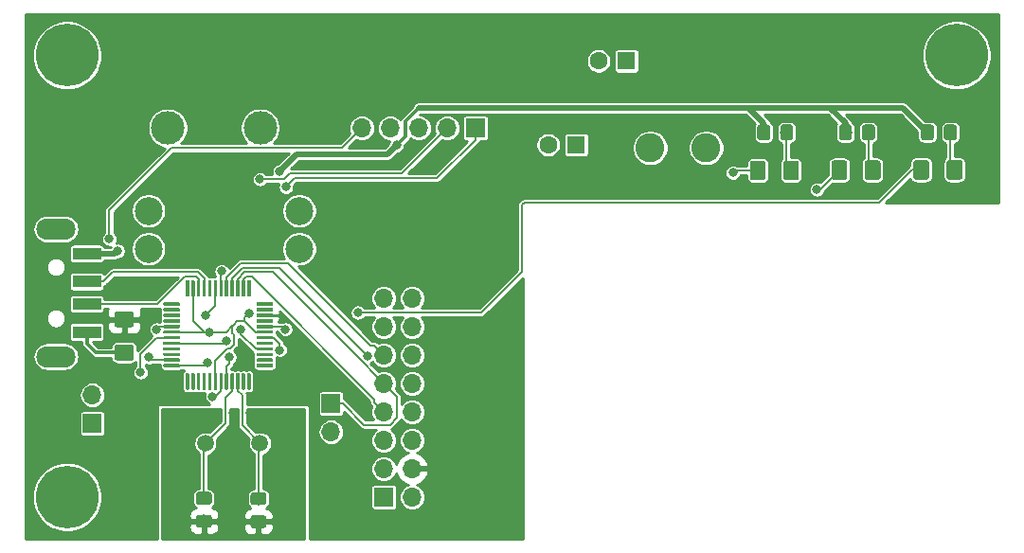
<source format=gtl>
G04 #@! TF.GenerationSoftware,KiCad,Pcbnew,(5.1.2)-1*
G04 #@! TF.CreationDate,2022-03-08T20:05:08-05:00*
G04 #@! TF.ProjectId,telemetry_receiver,74656c65-6d65-4747-9279-5f7265636569,rev?*
G04 #@! TF.SameCoordinates,Original*
G04 #@! TF.FileFunction,Copper,L1,Top*
G04 #@! TF.FilePolarity,Positive*
%FSLAX46Y46*%
G04 Gerber Fmt 4.6, Leading zero omitted, Abs format (unit mm)*
G04 Created by KiCad (PCBNEW (5.1.2)-1) date 2022-03-08 20:05:08*
%MOMM*%
%LPD*%
G04 APERTURE LIST*
%ADD10C,2.500000*%
%ADD11O,1.700000X1.700000*%
%ADD12R,1.700000X1.700000*%
%ADD13C,0.100000*%
%ADD14C,0.300000*%
%ADD15C,2.600000*%
%ADD16C,5.600000*%
%ADD17C,3.000000*%
%ADD18C,1.500000*%
%ADD19R,2.500000X1.100000*%
%ADD20O,3.500000X1.900000*%
%ADD21C,1.425000*%
%ADD22R,1.600000X1.600000*%
%ADD23C,1.600000*%
%ADD24C,1.150000*%
%ADD25C,0.800000*%
%ADD26C,0.203200*%
%ADD27C,0.508000*%
%ADD28C,0.304800*%
%ADD29C,0.254000*%
G04 APERTURE END LIST*
D10*
X113743800Y-90303960D03*
X113743800Y-86903960D03*
X100273800Y-86903960D03*
X100273800Y-90303960D03*
D11*
X95250000Y-103378000D03*
D12*
X95250000Y-105918000D03*
X121300000Y-112500000D03*
D11*
X123840000Y-112500000D03*
X121300000Y-109960000D03*
X123840000Y-109960000D03*
X121300000Y-107420000D03*
X123840000Y-107420000D03*
X121300000Y-104880000D03*
X123840000Y-104880000D03*
X121300000Y-102340000D03*
X123840000Y-102340000D03*
X121300000Y-99800000D03*
X123840000Y-99800000D03*
X121300000Y-97260000D03*
X123840000Y-97260000D03*
X121300000Y-94720000D03*
X123840000Y-94720000D03*
D13*
G36*
X109332351Y-93100361D02*
G01*
X109339632Y-93101441D01*
X109346771Y-93103229D01*
X109353701Y-93105709D01*
X109360355Y-93108856D01*
X109366668Y-93112640D01*
X109372579Y-93117024D01*
X109378033Y-93121967D01*
X109382976Y-93127421D01*
X109387360Y-93133332D01*
X109391144Y-93139645D01*
X109394291Y-93146299D01*
X109396771Y-93153229D01*
X109398559Y-93160368D01*
X109399639Y-93167649D01*
X109400000Y-93175000D01*
X109400000Y-94500000D01*
X109399639Y-94507351D01*
X109398559Y-94514632D01*
X109396771Y-94521771D01*
X109394291Y-94528701D01*
X109391144Y-94535355D01*
X109387360Y-94541668D01*
X109382976Y-94547579D01*
X109378033Y-94553033D01*
X109372579Y-94557976D01*
X109366668Y-94562360D01*
X109360355Y-94566144D01*
X109353701Y-94569291D01*
X109346771Y-94571771D01*
X109339632Y-94573559D01*
X109332351Y-94574639D01*
X109325000Y-94575000D01*
X109175000Y-94575000D01*
X109167649Y-94574639D01*
X109160368Y-94573559D01*
X109153229Y-94571771D01*
X109146299Y-94569291D01*
X109139645Y-94566144D01*
X109133332Y-94562360D01*
X109127421Y-94557976D01*
X109121967Y-94553033D01*
X109117024Y-94547579D01*
X109112640Y-94541668D01*
X109108856Y-94535355D01*
X109105709Y-94528701D01*
X109103229Y-94521771D01*
X109101441Y-94514632D01*
X109100361Y-94507351D01*
X109100000Y-94500000D01*
X109100000Y-93175000D01*
X109100361Y-93167649D01*
X109101441Y-93160368D01*
X109103229Y-93153229D01*
X109105709Y-93146299D01*
X109108856Y-93139645D01*
X109112640Y-93133332D01*
X109117024Y-93127421D01*
X109121967Y-93121967D01*
X109127421Y-93117024D01*
X109133332Y-93112640D01*
X109139645Y-93108856D01*
X109146299Y-93105709D01*
X109153229Y-93103229D01*
X109160368Y-93101441D01*
X109167649Y-93100361D01*
X109175000Y-93100000D01*
X109325000Y-93100000D01*
X109332351Y-93100361D01*
X109332351Y-93100361D01*
G37*
D14*
X109250000Y-93837500D03*
D13*
G36*
X108832351Y-93100361D02*
G01*
X108839632Y-93101441D01*
X108846771Y-93103229D01*
X108853701Y-93105709D01*
X108860355Y-93108856D01*
X108866668Y-93112640D01*
X108872579Y-93117024D01*
X108878033Y-93121967D01*
X108882976Y-93127421D01*
X108887360Y-93133332D01*
X108891144Y-93139645D01*
X108894291Y-93146299D01*
X108896771Y-93153229D01*
X108898559Y-93160368D01*
X108899639Y-93167649D01*
X108900000Y-93175000D01*
X108900000Y-94500000D01*
X108899639Y-94507351D01*
X108898559Y-94514632D01*
X108896771Y-94521771D01*
X108894291Y-94528701D01*
X108891144Y-94535355D01*
X108887360Y-94541668D01*
X108882976Y-94547579D01*
X108878033Y-94553033D01*
X108872579Y-94557976D01*
X108866668Y-94562360D01*
X108860355Y-94566144D01*
X108853701Y-94569291D01*
X108846771Y-94571771D01*
X108839632Y-94573559D01*
X108832351Y-94574639D01*
X108825000Y-94575000D01*
X108675000Y-94575000D01*
X108667649Y-94574639D01*
X108660368Y-94573559D01*
X108653229Y-94571771D01*
X108646299Y-94569291D01*
X108639645Y-94566144D01*
X108633332Y-94562360D01*
X108627421Y-94557976D01*
X108621967Y-94553033D01*
X108617024Y-94547579D01*
X108612640Y-94541668D01*
X108608856Y-94535355D01*
X108605709Y-94528701D01*
X108603229Y-94521771D01*
X108601441Y-94514632D01*
X108600361Y-94507351D01*
X108600000Y-94500000D01*
X108600000Y-93175000D01*
X108600361Y-93167649D01*
X108601441Y-93160368D01*
X108603229Y-93153229D01*
X108605709Y-93146299D01*
X108608856Y-93139645D01*
X108612640Y-93133332D01*
X108617024Y-93127421D01*
X108621967Y-93121967D01*
X108627421Y-93117024D01*
X108633332Y-93112640D01*
X108639645Y-93108856D01*
X108646299Y-93105709D01*
X108653229Y-93103229D01*
X108660368Y-93101441D01*
X108667649Y-93100361D01*
X108675000Y-93100000D01*
X108825000Y-93100000D01*
X108832351Y-93100361D01*
X108832351Y-93100361D01*
G37*
D14*
X108750000Y-93837500D03*
D13*
G36*
X108332351Y-93100361D02*
G01*
X108339632Y-93101441D01*
X108346771Y-93103229D01*
X108353701Y-93105709D01*
X108360355Y-93108856D01*
X108366668Y-93112640D01*
X108372579Y-93117024D01*
X108378033Y-93121967D01*
X108382976Y-93127421D01*
X108387360Y-93133332D01*
X108391144Y-93139645D01*
X108394291Y-93146299D01*
X108396771Y-93153229D01*
X108398559Y-93160368D01*
X108399639Y-93167649D01*
X108400000Y-93175000D01*
X108400000Y-94500000D01*
X108399639Y-94507351D01*
X108398559Y-94514632D01*
X108396771Y-94521771D01*
X108394291Y-94528701D01*
X108391144Y-94535355D01*
X108387360Y-94541668D01*
X108382976Y-94547579D01*
X108378033Y-94553033D01*
X108372579Y-94557976D01*
X108366668Y-94562360D01*
X108360355Y-94566144D01*
X108353701Y-94569291D01*
X108346771Y-94571771D01*
X108339632Y-94573559D01*
X108332351Y-94574639D01*
X108325000Y-94575000D01*
X108175000Y-94575000D01*
X108167649Y-94574639D01*
X108160368Y-94573559D01*
X108153229Y-94571771D01*
X108146299Y-94569291D01*
X108139645Y-94566144D01*
X108133332Y-94562360D01*
X108127421Y-94557976D01*
X108121967Y-94553033D01*
X108117024Y-94547579D01*
X108112640Y-94541668D01*
X108108856Y-94535355D01*
X108105709Y-94528701D01*
X108103229Y-94521771D01*
X108101441Y-94514632D01*
X108100361Y-94507351D01*
X108100000Y-94500000D01*
X108100000Y-93175000D01*
X108100361Y-93167649D01*
X108101441Y-93160368D01*
X108103229Y-93153229D01*
X108105709Y-93146299D01*
X108108856Y-93139645D01*
X108112640Y-93133332D01*
X108117024Y-93127421D01*
X108121967Y-93121967D01*
X108127421Y-93117024D01*
X108133332Y-93112640D01*
X108139645Y-93108856D01*
X108146299Y-93105709D01*
X108153229Y-93103229D01*
X108160368Y-93101441D01*
X108167649Y-93100361D01*
X108175000Y-93100000D01*
X108325000Y-93100000D01*
X108332351Y-93100361D01*
X108332351Y-93100361D01*
G37*
D14*
X108250000Y-93837500D03*
D13*
G36*
X107832351Y-93100361D02*
G01*
X107839632Y-93101441D01*
X107846771Y-93103229D01*
X107853701Y-93105709D01*
X107860355Y-93108856D01*
X107866668Y-93112640D01*
X107872579Y-93117024D01*
X107878033Y-93121967D01*
X107882976Y-93127421D01*
X107887360Y-93133332D01*
X107891144Y-93139645D01*
X107894291Y-93146299D01*
X107896771Y-93153229D01*
X107898559Y-93160368D01*
X107899639Y-93167649D01*
X107900000Y-93175000D01*
X107900000Y-94500000D01*
X107899639Y-94507351D01*
X107898559Y-94514632D01*
X107896771Y-94521771D01*
X107894291Y-94528701D01*
X107891144Y-94535355D01*
X107887360Y-94541668D01*
X107882976Y-94547579D01*
X107878033Y-94553033D01*
X107872579Y-94557976D01*
X107866668Y-94562360D01*
X107860355Y-94566144D01*
X107853701Y-94569291D01*
X107846771Y-94571771D01*
X107839632Y-94573559D01*
X107832351Y-94574639D01*
X107825000Y-94575000D01*
X107675000Y-94575000D01*
X107667649Y-94574639D01*
X107660368Y-94573559D01*
X107653229Y-94571771D01*
X107646299Y-94569291D01*
X107639645Y-94566144D01*
X107633332Y-94562360D01*
X107627421Y-94557976D01*
X107621967Y-94553033D01*
X107617024Y-94547579D01*
X107612640Y-94541668D01*
X107608856Y-94535355D01*
X107605709Y-94528701D01*
X107603229Y-94521771D01*
X107601441Y-94514632D01*
X107600361Y-94507351D01*
X107600000Y-94500000D01*
X107600000Y-93175000D01*
X107600361Y-93167649D01*
X107601441Y-93160368D01*
X107603229Y-93153229D01*
X107605709Y-93146299D01*
X107608856Y-93139645D01*
X107612640Y-93133332D01*
X107617024Y-93127421D01*
X107621967Y-93121967D01*
X107627421Y-93117024D01*
X107633332Y-93112640D01*
X107639645Y-93108856D01*
X107646299Y-93105709D01*
X107653229Y-93103229D01*
X107660368Y-93101441D01*
X107667649Y-93100361D01*
X107675000Y-93100000D01*
X107825000Y-93100000D01*
X107832351Y-93100361D01*
X107832351Y-93100361D01*
G37*
D14*
X107750000Y-93837500D03*
D13*
G36*
X107332351Y-93100361D02*
G01*
X107339632Y-93101441D01*
X107346771Y-93103229D01*
X107353701Y-93105709D01*
X107360355Y-93108856D01*
X107366668Y-93112640D01*
X107372579Y-93117024D01*
X107378033Y-93121967D01*
X107382976Y-93127421D01*
X107387360Y-93133332D01*
X107391144Y-93139645D01*
X107394291Y-93146299D01*
X107396771Y-93153229D01*
X107398559Y-93160368D01*
X107399639Y-93167649D01*
X107400000Y-93175000D01*
X107400000Y-94500000D01*
X107399639Y-94507351D01*
X107398559Y-94514632D01*
X107396771Y-94521771D01*
X107394291Y-94528701D01*
X107391144Y-94535355D01*
X107387360Y-94541668D01*
X107382976Y-94547579D01*
X107378033Y-94553033D01*
X107372579Y-94557976D01*
X107366668Y-94562360D01*
X107360355Y-94566144D01*
X107353701Y-94569291D01*
X107346771Y-94571771D01*
X107339632Y-94573559D01*
X107332351Y-94574639D01*
X107325000Y-94575000D01*
X107175000Y-94575000D01*
X107167649Y-94574639D01*
X107160368Y-94573559D01*
X107153229Y-94571771D01*
X107146299Y-94569291D01*
X107139645Y-94566144D01*
X107133332Y-94562360D01*
X107127421Y-94557976D01*
X107121967Y-94553033D01*
X107117024Y-94547579D01*
X107112640Y-94541668D01*
X107108856Y-94535355D01*
X107105709Y-94528701D01*
X107103229Y-94521771D01*
X107101441Y-94514632D01*
X107100361Y-94507351D01*
X107100000Y-94500000D01*
X107100000Y-93175000D01*
X107100361Y-93167649D01*
X107101441Y-93160368D01*
X107103229Y-93153229D01*
X107105709Y-93146299D01*
X107108856Y-93139645D01*
X107112640Y-93133332D01*
X107117024Y-93127421D01*
X107121967Y-93121967D01*
X107127421Y-93117024D01*
X107133332Y-93112640D01*
X107139645Y-93108856D01*
X107146299Y-93105709D01*
X107153229Y-93103229D01*
X107160368Y-93101441D01*
X107167649Y-93100361D01*
X107175000Y-93100000D01*
X107325000Y-93100000D01*
X107332351Y-93100361D01*
X107332351Y-93100361D01*
G37*
D14*
X107250000Y-93837500D03*
D13*
G36*
X106832351Y-93100361D02*
G01*
X106839632Y-93101441D01*
X106846771Y-93103229D01*
X106853701Y-93105709D01*
X106860355Y-93108856D01*
X106866668Y-93112640D01*
X106872579Y-93117024D01*
X106878033Y-93121967D01*
X106882976Y-93127421D01*
X106887360Y-93133332D01*
X106891144Y-93139645D01*
X106894291Y-93146299D01*
X106896771Y-93153229D01*
X106898559Y-93160368D01*
X106899639Y-93167649D01*
X106900000Y-93175000D01*
X106900000Y-94500000D01*
X106899639Y-94507351D01*
X106898559Y-94514632D01*
X106896771Y-94521771D01*
X106894291Y-94528701D01*
X106891144Y-94535355D01*
X106887360Y-94541668D01*
X106882976Y-94547579D01*
X106878033Y-94553033D01*
X106872579Y-94557976D01*
X106866668Y-94562360D01*
X106860355Y-94566144D01*
X106853701Y-94569291D01*
X106846771Y-94571771D01*
X106839632Y-94573559D01*
X106832351Y-94574639D01*
X106825000Y-94575000D01*
X106675000Y-94575000D01*
X106667649Y-94574639D01*
X106660368Y-94573559D01*
X106653229Y-94571771D01*
X106646299Y-94569291D01*
X106639645Y-94566144D01*
X106633332Y-94562360D01*
X106627421Y-94557976D01*
X106621967Y-94553033D01*
X106617024Y-94547579D01*
X106612640Y-94541668D01*
X106608856Y-94535355D01*
X106605709Y-94528701D01*
X106603229Y-94521771D01*
X106601441Y-94514632D01*
X106600361Y-94507351D01*
X106600000Y-94500000D01*
X106600000Y-93175000D01*
X106600361Y-93167649D01*
X106601441Y-93160368D01*
X106603229Y-93153229D01*
X106605709Y-93146299D01*
X106608856Y-93139645D01*
X106612640Y-93133332D01*
X106617024Y-93127421D01*
X106621967Y-93121967D01*
X106627421Y-93117024D01*
X106633332Y-93112640D01*
X106639645Y-93108856D01*
X106646299Y-93105709D01*
X106653229Y-93103229D01*
X106660368Y-93101441D01*
X106667649Y-93100361D01*
X106675000Y-93100000D01*
X106825000Y-93100000D01*
X106832351Y-93100361D01*
X106832351Y-93100361D01*
G37*
D14*
X106750000Y-93837500D03*
D13*
G36*
X106332351Y-93100361D02*
G01*
X106339632Y-93101441D01*
X106346771Y-93103229D01*
X106353701Y-93105709D01*
X106360355Y-93108856D01*
X106366668Y-93112640D01*
X106372579Y-93117024D01*
X106378033Y-93121967D01*
X106382976Y-93127421D01*
X106387360Y-93133332D01*
X106391144Y-93139645D01*
X106394291Y-93146299D01*
X106396771Y-93153229D01*
X106398559Y-93160368D01*
X106399639Y-93167649D01*
X106400000Y-93175000D01*
X106400000Y-94500000D01*
X106399639Y-94507351D01*
X106398559Y-94514632D01*
X106396771Y-94521771D01*
X106394291Y-94528701D01*
X106391144Y-94535355D01*
X106387360Y-94541668D01*
X106382976Y-94547579D01*
X106378033Y-94553033D01*
X106372579Y-94557976D01*
X106366668Y-94562360D01*
X106360355Y-94566144D01*
X106353701Y-94569291D01*
X106346771Y-94571771D01*
X106339632Y-94573559D01*
X106332351Y-94574639D01*
X106325000Y-94575000D01*
X106175000Y-94575000D01*
X106167649Y-94574639D01*
X106160368Y-94573559D01*
X106153229Y-94571771D01*
X106146299Y-94569291D01*
X106139645Y-94566144D01*
X106133332Y-94562360D01*
X106127421Y-94557976D01*
X106121967Y-94553033D01*
X106117024Y-94547579D01*
X106112640Y-94541668D01*
X106108856Y-94535355D01*
X106105709Y-94528701D01*
X106103229Y-94521771D01*
X106101441Y-94514632D01*
X106100361Y-94507351D01*
X106100000Y-94500000D01*
X106100000Y-93175000D01*
X106100361Y-93167649D01*
X106101441Y-93160368D01*
X106103229Y-93153229D01*
X106105709Y-93146299D01*
X106108856Y-93139645D01*
X106112640Y-93133332D01*
X106117024Y-93127421D01*
X106121967Y-93121967D01*
X106127421Y-93117024D01*
X106133332Y-93112640D01*
X106139645Y-93108856D01*
X106146299Y-93105709D01*
X106153229Y-93103229D01*
X106160368Y-93101441D01*
X106167649Y-93100361D01*
X106175000Y-93100000D01*
X106325000Y-93100000D01*
X106332351Y-93100361D01*
X106332351Y-93100361D01*
G37*
D14*
X106250000Y-93837500D03*
D13*
G36*
X105832351Y-93100361D02*
G01*
X105839632Y-93101441D01*
X105846771Y-93103229D01*
X105853701Y-93105709D01*
X105860355Y-93108856D01*
X105866668Y-93112640D01*
X105872579Y-93117024D01*
X105878033Y-93121967D01*
X105882976Y-93127421D01*
X105887360Y-93133332D01*
X105891144Y-93139645D01*
X105894291Y-93146299D01*
X105896771Y-93153229D01*
X105898559Y-93160368D01*
X105899639Y-93167649D01*
X105900000Y-93175000D01*
X105900000Y-94500000D01*
X105899639Y-94507351D01*
X105898559Y-94514632D01*
X105896771Y-94521771D01*
X105894291Y-94528701D01*
X105891144Y-94535355D01*
X105887360Y-94541668D01*
X105882976Y-94547579D01*
X105878033Y-94553033D01*
X105872579Y-94557976D01*
X105866668Y-94562360D01*
X105860355Y-94566144D01*
X105853701Y-94569291D01*
X105846771Y-94571771D01*
X105839632Y-94573559D01*
X105832351Y-94574639D01*
X105825000Y-94575000D01*
X105675000Y-94575000D01*
X105667649Y-94574639D01*
X105660368Y-94573559D01*
X105653229Y-94571771D01*
X105646299Y-94569291D01*
X105639645Y-94566144D01*
X105633332Y-94562360D01*
X105627421Y-94557976D01*
X105621967Y-94553033D01*
X105617024Y-94547579D01*
X105612640Y-94541668D01*
X105608856Y-94535355D01*
X105605709Y-94528701D01*
X105603229Y-94521771D01*
X105601441Y-94514632D01*
X105600361Y-94507351D01*
X105600000Y-94500000D01*
X105600000Y-93175000D01*
X105600361Y-93167649D01*
X105601441Y-93160368D01*
X105603229Y-93153229D01*
X105605709Y-93146299D01*
X105608856Y-93139645D01*
X105612640Y-93133332D01*
X105617024Y-93127421D01*
X105621967Y-93121967D01*
X105627421Y-93117024D01*
X105633332Y-93112640D01*
X105639645Y-93108856D01*
X105646299Y-93105709D01*
X105653229Y-93103229D01*
X105660368Y-93101441D01*
X105667649Y-93100361D01*
X105675000Y-93100000D01*
X105825000Y-93100000D01*
X105832351Y-93100361D01*
X105832351Y-93100361D01*
G37*
D14*
X105750000Y-93837500D03*
D13*
G36*
X105332351Y-93100361D02*
G01*
X105339632Y-93101441D01*
X105346771Y-93103229D01*
X105353701Y-93105709D01*
X105360355Y-93108856D01*
X105366668Y-93112640D01*
X105372579Y-93117024D01*
X105378033Y-93121967D01*
X105382976Y-93127421D01*
X105387360Y-93133332D01*
X105391144Y-93139645D01*
X105394291Y-93146299D01*
X105396771Y-93153229D01*
X105398559Y-93160368D01*
X105399639Y-93167649D01*
X105400000Y-93175000D01*
X105400000Y-94500000D01*
X105399639Y-94507351D01*
X105398559Y-94514632D01*
X105396771Y-94521771D01*
X105394291Y-94528701D01*
X105391144Y-94535355D01*
X105387360Y-94541668D01*
X105382976Y-94547579D01*
X105378033Y-94553033D01*
X105372579Y-94557976D01*
X105366668Y-94562360D01*
X105360355Y-94566144D01*
X105353701Y-94569291D01*
X105346771Y-94571771D01*
X105339632Y-94573559D01*
X105332351Y-94574639D01*
X105325000Y-94575000D01*
X105175000Y-94575000D01*
X105167649Y-94574639D01*
X105160368Y-94573559D01*
X105153229Y-94571771D01*
X105146299Y-94569291D01*
X105139645Y-94566144D01*
X105133332Y-94562360D01*
X105127421Y-94557976D01*
X105121967Y-94553033D01*
X105117024Y-94547579D01*
X105112640Y-94541668D01*
X105108856Y-94535355D01*
X105105709Y-94528701D01*
X105103229Y-94521771D01*
X105101441Y-94514632D01*
X105100361Y-94507351D01*
X105100000Y-94500000D01*
X105100000Y-93175000D01*
X105100361Y-93167649D01*
X105101441Y-93160368D01*
X105103229Y-93153229D01*
X105105709Y-93146299D01*
X105108856Y-93139645D01*
X105112640Y-93133332D01*
X105117024Y-93127421D01*
X105121967Y-93121967D01*
X105127421Y-93117024D01*
X105133332Y-93112640D01*
X105139645Y-93108856D01*
X105146299Y-93105709D01*
X105153229Y-93103229D01*
X105160368Y-93101441D01*
X105167649Y-93100361D01*
X105175000Y-93100000D01*
X105325000Y-93100000D01*
X105332351Y-93100361D01*
X105332351Y-93100361D01*
G37*
D14*
X105250000Y-93837500D03*
D13*
G36*
X104832351Y-93100361D02*
G01*
X104839632Y-93101441D01*
X104846771Y-93103229D01*
X104853701Y-93105709D01*
X104860355Y-93108856D01*
X104866668Y-93112640D01*
X104872579Y-93117024D01*
X104878033Y-93121967D01*
X104882976Y-93127421D01*
X104887360Y-93133332D01*
X104891144Y-93139645D01*
X104894291Y-93146299D01*
X104896771Y-93153229D01*
X104898559Y-93160368D01*
X104899639Y-93167649D01*
X104900000Y-93175000D01*
X104900000Y-94500000D01*
X104899639Y-94507351D01*
X104898559Y-94514632D01*
X104896771Y-94521771D01*
X104894291Y-94528701D01*
X104891144Y-94535355D01*
X104887360Y-94541668D01*
X104882976Y-94547579D01*
X104878033Y-94553033D01*
X104872579Y-94557976D01*
X104866668Y-94562360D01*
X104860355Y-94566144D01*
X104853701Y-94569291D01*
X104846771Y-94571771D01*
X104839632Y-94573559D01*
X104832351Y-94574639D01*
X104825000Y-94575000D01*
X104675000Y-94575000D01*
X104667649Y-94574639D01*
X104660368Y-94573559D01*
X104653229Y-94571771D01*
X104646299Y-94569291D01*
X104639645Y-94566144D01*
X104633332Y-94562360D01*
X104627421Y-94557976D01*
X104621967Y-94553033D01*
X104617024Y-94547579D01*
X104612640Y-94541668D01*
X104608856Y-94535355D01*
X104605709Y-94528701D01*
X104603229Y-94521771D01*
X104601441Y-94514632D01*
X104600361Y-94507351D01*
X104600000Y-94500000D01*
X104600000Y-93175000D01*
X104600361Y-93167649D01*
X104601441Y-93160368D01*
X104603229Y-93153229D01*
X104605709Y-93146299D01*
X104608856Y-93139645D01*
X104612640Y-93133332D01*
X104617024Y-93127421D01*
X104621967Y-93121967D01*
X104627421Y-93117024D01*
X104633332Y-93112640D01*
X104639645Y-93108856D01*
X104646299Y-93105709D01*
X104653229Y-93103229D01*
X104660368Y-93101441D01*
X104667649Y-93100361D01*
X104675000Y-93100000D01*
X104825000Y-93100000D01*
X104832351Y-93100361D01*
X104832351Y-93100361D01*
G37*
D14*
X104750000Y-93837500D03*
D13*
G36*
X104332351Y-93100361D02*
G01*
X104339632Y-93101441D01*
X104346771Y-93103229D01*
X104353701Y-93105709D01*
X104360355Y-93108856D01*
X104366668Y-93112640D01*
X104372579Y-93117024D01*
X104378033Y-93121967D01*
X104382976Y-93127421D01*
X104387360Y-93133332D01*
X104391144Y-93139645D01*
X104394291Y-93146299D01*
X104396771Y-93153229D01*
X104398559Y-93160368D01*
X104399639Y-93167649D01*
X104400000Y-93175000D01*
X104400000Y-94500000D01*
X104399639Y-94507351D01*
X104398559Y-94514632D01*
X104396771Y-94521771D01*
X104394291Y-94528701D01*
X104391144Y-94535355D01*
X104387360Y-94541668D01*
X104382976Y-94547579D01*
X104378033Y-94553033D01*
X104372579Y-94557976D01*
X104366668Y-94562360D01*
X104360355Y-94566144D01*
X104353701Y-94569291D01*
X104346771Y-94571771D01*
X104339632Y-94573559D01*
X104332351Y-94574639D01*
X104325000Y-94575000D01*
X104175000Y-94575000D01*
X104167649Y-94574639D01*
X104160368Y-94573559D01*
X104153229Y-94571771D01*
X104146299Y-94569291D01*
X104139645Y-94566144D01*
X104133332Y-94562360D01*
X104127421Y-94557976D01*
X104121967Y-94553033D01*
X104117024Y-94547579D01*
X104112640Y-94541668D01*
X104108856Y-94535355D01*
X104105709Y-94528701D01*
X104103229Y-94521771D01*
X104101441Y-94514632D01*
X104100361Y-94507351D01*
X104100000Y-94500000D01*
X104100000Y-93175000D01*
X104100361Y-93167649D01*
X104101441Y-93160368D01*
X104103229Y-93153229D01*
X104105709Y-93146299D01*
X104108856Y-93139645D01*
X104112640Y-93133332D01*
X104117024Y-93127421D01*
X104121967Y-93121967D01*
X104127421Y-93117024D01*
X104133332Y-93112640D01*
X104139645Y-93108856D01*
X104146299Y-93105709D01*
X104153229Y-93103229D01*
X104160368Y-93101441D01*
X104167649Y-93100361D01*
X104175000Y-93100000D01*
X104325000Y-93100000D01*
X104332351Y-93100361D01*
X104332351Y-93100361D01*
G37*
D14*
X104250000Y-93837500D03*
D13*
G36*
X103832351Y-93100361D02*
G01*
X103839632Y-93101441D01*
X103846771Y-93103229D01*
X103853701Y-93105709D01*
X103860355Y-93108856D01*
X103866668Y-93112640D01*
X103872579Y-93117024D01*
X103878033Y-93121967D01*
X103882976Y-93127421D01*
X103887360Y-93133332D01*
X103891144Y-93139645D01*
X103894291Y-93146299D01*
X103896771Y-93153229D01*
X103898559Y-93160368D01*
X103899639Y-93167649D01*
X103900000Y-93175000D01*
X103900000Y-94500000D01*
X103899639Y-94507351D01*
X103898559Y-94514632D01*
X103896771Y-94521771D01*
X103894291Y-94528701D01*
X103891144Y-94535355D01*
X103887360Y-94541668D01*
X103882976Y-94547579D01*
X103878033Y-94553033D01*
X103872579Y-94557976D01*
X103866668Y-94562360D01*
X103860355Y-94566144D01*
X103853701Y-94569291D01*
X103846771Y-94571771D01*
X103839632Y-94573559D01*
X103832351Y-94574639D01*
X103825000Y-94575000D01*
X103675000Y-94575000D01*
X103667649Y-94574639D01*
X103660368Y-94573559D01*
X103653229Y-94571771D01*
X103646299Y-94569291D01*
X103639645Y-94566144D01*
X103633332Y-94562360D01*
X103627421Y-94557976D01*
X103621967Y-94553033D01*
X103617024Y-94547579D01*
X103612640Y-94541668D01*
X103608856Y-94535355D01*
X103605709Y-94528701D01*
X103603229Y-94521771D01*
X103601441Y-94514632D01*
X103600361Y-94507351D01*
X103600000Y-94500000D01*
X103600000Y-93175000D01*
X103600361Y-93167649D01*
X103601441Y-93160368D01*
X103603229Y-93153229D01*
X103605709Y-93146299D01*
X103608856Y-93139645D01*
X103612640Y-93133332D01*
X103617024Y-93127421D01*
X103621967Y-93121967D01*
X103627421Y-93117024D01*
X103633332Y-93112640D01*
X103639645Y-93108856D01*
X103646299Y-93105709D01*
X103653229Y-93103229D01*
X103660368Y-93101441D01*
X103667649Y-93100361D01*
X103675000Y-93100000D01*
X103825000Y-93100000D01*
X103832351Y-93100361D01*
X103832351Y-93100361D01*
G37*
D14*
X103750000Y-93837500D03*
D13*
G36*
X103007351Y-95100361D02*
G01*
X103014632Y-95101441D01*
X103021771Y-95103229D01*
X103028701Y-95105709D01*
X103035355Y-95108856D01*
X103041668Y-95112640D01*
X103047579Y-95117024D01*
X103053033Y-95121967D01*
X103057976Y-95127421D01*
X103062360Y-95133332D01*
X103066144Y-95139645D01*
X103069291Y-95146299D01*
X103071771Y-95153229D01*
X103073559Y-95160368D01*
X103074639Y-95167649D01*
X103075000Y-95175000D01*
X103075000Y-95325000D01*
X103074639Y-95332351D01*
X103073559Y-95339632D01*
X103071771Y-95346771D01*
X103069291Y-95353701D01*
X103066144Y-95360355D01*
X103062360Y-95366668D01*
X103057976Y-95372579D01*
X103053033Y-95378033D01*
X103047579Y-95382976D01*
X103041668Y-95387360D01*
X103035355Y-95391144D01*
X103028701Y-95394291D01*
X103021771Y-95396771D01*
X103014632Y-95398559D01*
X103007351Y-95399639D01*
X103000000Y-95400000D01*
X101675000Y-95400000D01*
X101667649Y-95399639D01*
X101660368Y-95398559D01*
X101653229Y-95396771D01*
X101646299Y-95394291D01*
X101639645Y-95391144D01*
X101633332Y-95387360D01*
X101627421Y-95382976D01*
X101621967Y-95378033D01*
X101617024Y-95372579D01*
X101612640Y-95366668D01*
X101608856Y-95360355D01*
X101605709Y-95353701D01*
X101603229Y-95346771D01*
X101601441Y-95339632D01*
X101600361Y-95332351D01*
X101600000Y-95325000D01*
X101600000Y-95175000D01*
X101600361Y-95167649D01*
X101601441Y-95160368D01*
X101603229Y-95153229D01*
X101605709Y-95146299D01*
X101608856Y-95139645D01*
X101612640Y-95133332D01*
X101617024Y-95127421D01*
X101621967Y-95121967D01*
X101627421Y-95117024D01*
X101633332Y-95112640D01*
X101639645Y-95108856D01*
X101646299Y-95105709D01*
X101653229Y-95103229D01*
X101660368Y-95101441D01*
X101667649Y-95100361D01*
X101675000Y-95100000D01*
X103000000Y-95100000D01*
X103007351Y-95100361D01*
X103007351Y-95100361D01*
G37*
D14*
X102337500Y-95250000D03*
D13*
G36*
X103007351Y-95600361D02*
G01*
X103014632Y-95601441D01*
X103021771Y-95603229D01*
X103028701Y-95605709D01*
X103035355Y-95608856D01*
X103041668Y-95612640D01*
X103047579Y-95617024D01*
X103053033Y-95621967D01*
X103057976Y-95627421D01*
X103062360Y-95633332D01*
X103066144Y-95639645D01*
X103069291Y-95646299D01*
X103071771Y-95653229D01*
X103073559Y-95660368D01*
X103074639Y-95667649D01*
X103075000Y-95675000D01*
X103075000Y-95825000D01*
X103074639Y-95832351D01*
X103073559Y-95839632D01*
X103071771Y-95846771D01*
X103069291Y-95853701D01*
X103066144Y-95860355D01*
X103062360Y-95866668D01*
X103057976Y-95872579D01*
X103053033Y-95878033D01*
X103047579Y-95882976D01*
X103041668Y-95887360D01*
X103035355Y-95891144D01*
X103028701Y-95894291D01*
X103021771Y-95896771D01*
X103014632Y-95898559D01*
X103007351Y-95899639D01*
X103000000Y-95900000D01*
X101675000Y-95900000D01*
X101667649Y-95899639D01*
X101660368Y-95898559D01*
X101653229Y-95896771D01*
X101646299Y-95894291D01*
X101639645Y-95891144D01*
X101633332Y-95887360D01*
X101627421Y-95882976D01*
X101621967Y-95878033D01*
X101617024Y-95872579D01*
X101612640Y-95866668D01*
X101608856Y-95860355D01*
X101605709Y-95853701D01*
X101603229Y-95846771D01*
X101601441Y-95839632D01*
X101600361Y-95832351D01*
X101600000Y-95825000D01*
X101600000Y-95675000D01*
X101600361Y-95667649D01*
X101601441Y-95660368D01*
X101603229Y-95653229D01*
X101605709Y-95646299D01*
X101608856Y-95639645D01*
X101612640Y-95633332D01*
X101617024Y-95627421D01*
X101621967Y-95621967D01*
X101627421Y-95617024D01*
X101633332Y-95612640D01*
X101639645Y-95608856D01*
X101646299Y-95605709D01*
X101653229Y-95603229D01*
X101660368Y-95601441D01*
X101667649Y-95600361D01*
X101675000Y-95600000D01*
X103000000Y-95600000D01*
X103007351Y-95600361D01*
X103007351Y-95600361D01*
G37*
D14*
X102337500Y-95750000D03*
D13*
G36*
X103007351Y-96100361D02*
G01*
X103014632Y-96101441D01*
X103021771Y-96103229D01*
X103028701Y-96105709D01*
X103035355Y-96108856D01*
X103041668Y-96112640D01*
X103047579Y-96117024D01*
X103053033Y-96121967D01*
X103057976Y-96127421D01*
X103062360Y-96133332D01*
X103066144Y-96139645D01*
X103069291Y-96146299D01*
X103071771Y-96153229D01*
X103073559Y-96160368D01*
X103074639Y-96167649D01*
X103075000Y-96175000D01*
X103075000Y-96325000D01*
X103074639Y-96332351D01*
X103073559Y-96339632D01*
X103071771Y-96346771D01*
X103069291Y-96353701D01*
X103066144Y-96360355D01*
X103062360Y-96366668D01*
X103057976Y-96372579D01*
X103053033Y-96378033D01*
X103047579Y-96382976D01*
X103041668Y-96387360D01*
X103035355Y-96391144D01*
X103028701Y-96394291D01*
X103021771Y-96396771D01*
X103014632Y-96398559D01*
X103007351Y-96399639D01*
X103000000Y-96400000D01*
X101675000Y-96400000D01*
X101667649Y-96399639D01*
X101660368Y-96398559D01*
X101653229Y-96396771D01*
X101646299Y-96394291D01*
X101639645Y-96391144D01*
X101633332Y-96387360D01*
X101627421Y-96382976D01*
X101621967Y-96378033D01*
X101617024Y-96372579D01*
X101612640Y-96366668D01*
X101608856Y-96360355D01*
X101605709Y-96353701D01*
X101603229Y-96346771D01*
X101601441Y-96339632D01*
X101600361Y-96332351D01*
X101600000Y-96325000D01*
X101600000Y-96175000D01*
X101600361Y-96167649D01*
X101601441Y-96160368D01*
X101603229Y-96153229D01*
X101605709Y-96146299D01*
X101608856Y-96139645D01*
X101612640Y-96133332D01*
X101617024Y-96127421D01*
X101621967Y-96121967D01*
X101627421Y-96117024D01*
X101633332Y-96112640D01*
X101639645Y-96108856D01*
X101646299Y-96105709D01*
X101653229Y-96103229D01*
X101660368Y-96101441D01*
X101667649Y-96100361D01*
X101675000Y-96100000D01*
X103000000Y-96100000D01*
X103007351Y-96100361D01*
X103007351Y-96100361D01*
G37*
D14*
X102337500Y-96250000D03*
D13*
G36*
X103007351Y-96600361D02*
G01*
X103014632Y-96601441D01*
X103021771Y-96603229D01*
X103028701Y-96605709D01*
X103035355Y-96608856D01*
X103041668Y-96612640D01*
X103047579Y-96617024D01*
X103053033Y-96621967D01*
X103057976Y-96627421D01*
X103062360Y-96633332D01*
X103066144Y-96639645D01*
X103069291Y-96646299D01*
X103071771Y-96653229D01*
X103073559Y-96660368D01*
X103074639Y-96667649D01*
X103075000Y-96675000D01*
X103075000Y-96825000D01*
X103074639Y-96832351D01*
X103073559Y-96839632D01*
X103071771Y-96846771D01*
X103069291Y-96853701D01*
X103066144Y-96860355D01*
X103062360Y-96866668D01*
X103057976Y-96872579D01*
X103053033Y-96878033D01*
X103047579Y-96882976D01*
X103041668Y-96887360D01*
X103035355Y-96891144D01*
X103028701Y-96894291D01*
X103021771Y-96896771D01*
X103014632Y-96898559D01*
X103007351Y-96899639D01*
X103000000Y-96900000D01*
X101675000Y-96900000D01*
X101667649Y-96899639D01*
X101660368Y-96898559D01*
X101653229Y-96896771D01*
X101646299Y-96894291D01*
X101639645Y-96891144D01*
X101633332Y-96887360D01*
X101627421Y-96882976D01*
X101621967Y-96878033D01*
X101617024Y-96872579D01*
X101612640Y-96866668D01*
X101608856Y-96860355D01*
X101605709Y-96853701D01*
X101603229Y-96846771D01*
X101601441Y-96839632D01*
X101600361Y-96832351D01*
X101600000Y-96825000D01*
X101600000Y-96675000D01*
X101600361Y-96667649D01*
X101601441Y-96660368D01*
X101603229Y-96653229D01*
X101605709Y-96646299D01*
X101608856Y-96639645D01*
X101612640Y-96633332D01*
X101617024Y-96627421D01*
X101621967Y-96621967D01*
X101627421Y-96617024D01*
X101633332Y-96612640D01*
X101639645Y-96608856D01*
X101646299Y-96605709D01*
X101653229Y-96603229D01*
X101660368Y-96601441D01*
X101667649Y-96600361D01*
X101675000Y-96600000D01*
X103000000Y-96600000D01*
X103007351Y-96600361D01*
X103007351Y-96600361D01*
G37*
D14*
X102337500Y-96750000D03*
D13*
G36*
X103007351Y-97100361D02*
G01*
X103014632Y-97101441D01*
X103021771Y-97103229D01*
X103028701Y-97105709D01*
X103035355Y-97108856D01*
X103041668Y-97112640D01*
X103047579Y-97117024D01*
X103053033Y-97121967D01*
X103057976Y-97127421D01*
X103062360Y-97133332D01*
X103066144Y-97139645D01*
X103069291Y-97146299D01*
X103071771Y-97153229D01*
X103073559Y-97160368D01*
X103074639Y-97167649D01*
X103075000Y-97175000D01*
X103075000Y-97325000D01*
X103074639Y-97332351D01*
X103073559Y-97339632D01*
X103071771Y-97346771D01*
X103069291Y-97353701D01*
X103066144Y-97360355D01*
X103062360Y-97366668D01*
X103057976Y-97372579D01*
X103053033Y-97378033D01*
X103047579Y-97382976D01*
X103041668Y-97387360D01*
X103035355Y-97391144D01*
X103028701Y-97394291D01*
X103021771Y-97396771D01*
X103014632Y-97398559D01*
X103007351Y-97399639D01*
X103000000Y-97400000D01*
X101675000Y-97400000D01*
X101667649Y-97399639D01*
X101660368Y-97398559D01*
X101653229Y-97396771D01*
X101646299Y-97394291D01*
X101639645Y-97391144D01*
X101633332Y-97387360D01*
X101627421Y-97382976D01*
X101621967Y-97378033D01*
X101617024Y-97372579D01*
X101612640Y-97366668D01*
X101608856Y-97360355D01*
X101605709Y-97353701D01*
X101603229Y-97346771D01*
X101601441Y-97339632D01*
X101600361Y-97332351D01*
X101600000Y-97325000D01*
X101600000Y-97175000D01*
X101600361Y-97167649D01*
X101601441Y-97160368D01*
X101603229Y-97153229D01*
X101605709Y-97146299D01*
X101608856Y-97139645D01*
X101612640Y-97133332D01*
X101617024Y-97127421D01*
X101621967Y-97121967D01*
X101627421Y-97117024D01*
X101633332Y-97112640D01*
X101639645Y-97108856D01*
X101646299Y-97105709D01*
X101653229Y-97103229D01*
X101660368Y-97101441D01*
X101667649Y-97100361D01*
X101675000Y-97100000D01*
X103000000Y-97100000D01*
X103007351Y-97100361D01*
X103007351Y-97100361D01*
G37*
D14*
X102337500Y-97250000D03*
D13*
G36*
X103007351Y-97600361D02*
G01*
X103014632Y-97601441D01*
X103021771Y-97603229D01*
X103028701Y-97605709D01*
X103035355Y-97608856D01*
X103041668Y-97612640D01*
X103047579Y-97617024D01*
X103053033Y-97621967D01*
X103057976Y-97627421D01*
X103062360Y-97633332D01*
X103066144Y-97639645D01*
X103069291Y-97646299D01*
X103071771Y-97653229D01*
X103073559Y-97660368D01*
X103074639Y-97667649D01*
X103075000Y-97675000D01*
X103075000Y-97825000D01*
X103074639Y-97832351D01*
X103073559Y-97839632D01*
X103071771Y-97846771D01*
X103069291Y-97853701D01*
X103066144Y-97860355D01*
X103062360Y-97866668D01*
X103057976Y-97872579D01*
X103053033Y-97878033D01*
X103047579Y-97882976D01*
X103041668Y-97887360D01*
X103035355Y-97891144D01*
X103028701Y-97894291D01*
X103021771Y-97896771D01*
X103014632Y-97898559D01*
X103007351Y-97899639D01*
X103000000Y-97900000D01*
X101675000Y-97900000D01*
X101667649Y-97899639D01*
X101660368Y-97898559D01*
X101653229Y-97896771D01*
X101646299Y-97894291D01*
X101639645Y-97891144D01*
X101633332Y-97887360D01*
X101627421Y-97882976D01*
X101621967Y-97878033D01*
X101617024Y-97872579D01*
X101612640Y-97866668D01*
X101608856Y-97860355D01*
X101605709Y-97853701D01*
X101603229Y-97846771D01*
X101601441Y-97839632D01*
X101600361Y-97832351D01*
X101600000Y-97825000D01*
X101600000Y-97675000D01*
X101600361Y-97667649D01*
X101601441Y-97660368D01*
X101603229Y-97653229D01*
X101605709Y-97646299D01*
X101608856Y-97639645D01*
X101612640Y-97633332D01*
X101617024Y-97627421D01*
X101621967Y-97621967D01*
X101627421Y-97617024D01*
X101633332Y-97612640D01*
X101639645Y-97608856D01*
X101646299Y-97605709D01*
X101653229Y-97603229D01*
X101660368Y-97601441D01*
X101667649Y-97600361D01*
X101675000Y-97600000D01*
X103000000Y-97600000D01*
X103007351Y-97600361D01*
X103007351Y-97600361D01*
G37*
D14*
X102337500Y-97750000D03*
D13*
G36*
X103007351Y-98100361D02*
G01*
X103014632Y-98101441D01*
X103021771Y-98103229D01*
X103028701Y-98105709D01*
X103035355Y-98108856D01*
X103041668Y-98112640D01*
X103047579Y-98117024D01*
X103053033Y-98121967D01*
X103057976Y-98127421D01*
X103062360Y-98133332D01*
X103066144Y-98139645D01*
X103069291Y-98146299D01*
X103071771Y-98153229D01*
X103073559Y-98160368D01*
X103074639Y-98167649D01*
X103075000Y-98175000D01*
X103075000Y-98325000D01*
X103074639Y-98332351D01*
X103073559Y-98339632D01*
X103071771Y-98346771D01*
X103069291Y-98353701D01*
X103066144Y-98360355D01*
X103062360Y-98366668D01*
X103057976Y-98372579D01*
X103053033Y-98378033D01*
X103047579Y-98382976D01*
X103041668Y-98387360D01*
X103035355Y-98391144D01*
X103028701Y-98394291D01*
X103021771Y-98396771D01*
X103014632Y-98398559D01*
X103007351Y-98399639D01*
X103000000Y-98400000D01*
X101675000Y-98400000D01*
X101667649Y-98399639D01*
X101660368Y-98398559D01*
X101653229Y-98396771D01*
X101646299Y-98394291D01*
X101639645Y-98391144D01*
X101633332Y-98387360D01*
X101627421Y-98382976D01*
X101621967Y-98378033D01*
X101617024Y-98372579D01*
X101612640Y-98366668D01*
X101608856Y-98360355D01*
X101605709Y-98353701D01*
X101603229Y-98346771D01*
X101601441Y-98339632D01*
X101600361Y-98332351D01*
X101600000Y-98325000D01*
X101600000Y-98175000D01*
X101600361Y-98167649D01*
X101601441Y-98160368D01*
X101603229Y-98153229D01*
X101605709Y-98146299D01*
X101608856Y-98139645D01*
X101612640Y-98133332D01*
X101617024Y-98127421D01*
X101621967Y-98121967D01*
X101627421Y-98117024D01*
X101633332Y-98112640D01*
X101639645Y-98108856D01*
X101646299Y-98105709D01*
X101653229Y-98103229D01*
X101660368Y-98101441D01*
X101667649Y-98100361D01*
X101675000Y-98100000D01*
X103000000Y-98100000D01*
X103007351Y-98100361D01*
X103007351Y-98100361D01*
G37*
D14*
X102337500Y-98250000D03*
D13*
G36*
X103007351Y-98600361D02*
G01*
X103014632Y-98601441D01*
X103021771Y-98603229D01*
X103028701Y-98605709D01*
X103035355Y-98608856D01*
X103041668Y-98612640D01*
X103047579Y-98617024D01*
X103053033Y-98621967D01*
X103057976Y-98627421D01*
X103062360Y-98633332D01*
X103066144Y-98639645D01*
X103069291Y-98646299D01*
X103071771Y-98653229D01*
X103073559Y-98660368D01*
X103074639Y-98667649D01*
X103075000Y-98675000D01*
X103075000Y-98825000D01*
X103074639Y-98832351D01*
X103073559Y-98839632D01*
X103071771Y-98846771D01*
X103069291Y-98853701D01*
X103066144Y-98860355D01*
X103062360Y-98866668D01*
X103057976Y-98872579D01*
X103053033Y-98878033D01*
X103047579Y-98882976D01*
X103041668Y-98887360D01*
X103035355Y-98891144D01*
X103028701Y-98894291D01*
X103021771Y-98896771D01*
X103014632Y-98898559D01*
X103007351Y-98899639D01*
X103000000Y-98900000D01*
X101675000Y-98900000D01*
X101667649Y-98899639D01*
X101660368Y-98898559D01*
X101653229Y-98896771D01*
X101646299Y-98894291D01*
X101639645Y-98891144D01*
X101633332Y-98887360D01*
X101627421Y-98882976D01*
X101621967Y-98878033D01*
X101617024Y-98872579D01*
X101612640Y-98866668D01*
X101608856Y-98860355D01*
X101605709Y-98853701D01*
X101603229Y-98846771D01*
X101601441Y-98839632D01*
X101600361Y-98832351D01*
X101600000Y-98825000D01*
X101600000Y-98675000D01*
X101600361Y-98667649D01*
X101601441Y-98660368D01*
X101603229Y-98653229D01*
X101605709Y-98646299D01*
X101608856Y-98639645D01*
X101612640Y-98633332D01*
X101617024Y-98627421D01*
X101621967Y-98621967D01*
X101627421Y-98617024D01*
X101633332Y-98612640D01*
X101639645Y-98608856D01*
X101646299Y-98605709D01*
X101653229Y-98603229D01*
X101660368Y-98601441D01*
X101667649Y-98600361D01*
X101675000Y-98600000D01*
X103000000Y-98600000D01*
X103007351Y-98600361D01*
X103007351Y-98600361D01*
G37*
D14*
X102337500Y-98750000D03*
D13*
G36*
X103007351Y-99100361D02*
G01*
X103014632Y-99101441D01*
X103021771Y-99103229D01*
X103028701Y-99105709D01*
X103035355Y-99108856D01*
X103041668Y-99112640D01*
X103047579Y-99117024D01*
X103053033Y-99121967D01*
X103057976Y-99127421D01*
X103062360Y-99133332D01*
X103066144Y-99139645D01*
X103069291Y-99146299D01*
X103071771Y-99153229D01*
X103073559Y-99160368D01*
X103074639Y-99167649D01*
X103075000Y-99175000D01*
X103075000Y-99325000D01*
X103074639Y-99332351D01*
X103073559Y-99339632D01*
X103071771Y-99346771D01*
X103069291Y-99353701D01*
X103066144Y-99360355D01*
X103062360Y-99366668D01*
X103057976Y-99372579D01*
X103053033Y-99378033D01*
X103047579Y-99382976D01*
X103041668Y-99387360D01*
X103035355Y-99391144D01*
X103028701Y-99394291D01*
X103021771Y-99396771D01*
X103014632Y-99398559D01*
X103007351Y-99399639D01*
X103000000Y-99400000D01*
X101675000Y-99400000D01*
X101667649Y-99399639D01*
X101660368Y-99398559D01*
X101653229Y-99396771D01*
X101646299Y-99394291D01*
X101639645Y-99391144D01*
X101633332Y-99387360D01*
X101627421Y-99382976D01*
X101621967Y-99378033D01*
X101617024Y-99372579D01*
X101612640Y-99366668D01*
X101608856Y-99360355D01*
X101605709Y-99353701D01*
X101603229Y-99346771D01*
X101601441Y-99339632D01*
X101600361Y-99332351D01*
X101600000Y-99325000D01*
X101600000Y-99175000D01*
X101600361Y-99167649D01*
X101601441Y-99160368D01*
X101603229Y-99153229D01*
X101605709Y-99146299D01*
X101608856Y-99139645D01*
X101612640Y-99133332D01*
X101617024Y-99127421D01*
X101621967Y-99121967D01*
X101627421Y-99117024D01*
X101633332Y-99112640D01*
X101639645Y-99108856D01*
X101646299Y-99105709D01*
X101653229Y-99103229D01*
X101660368Y-99101441D01*
X101667649Y-99100361D01*
X101675000Y-99100000D01*
X103000000Y-99100000D01*
X103007351Y-99100361D01*
X103007351Y-99100361D01*
G37*
D14*
X102337500Y-99250000D03*
D13*
G36*
X103007351Y-99600361D02*
G01*
X103014632Y-99601441D01*
X103021771Y-99603229D01*
X103028701Y-99605709D01*
X103035355Y-99608856D01*
X103041668Y-99612640D01*
X103047579Y-99617024D01*
X103053033Y-99621967D01*
X103057976Y-99627421D01*
X103062360Y-99633332D01*
X103066144Y-99639645D01*
X103069291Y-99646299D01*
X103071771Y-99653229D01*
X103073559Y-99660368D01*
X103074639Y-99667649D01*
X103075000Y-99675000D01*
X103075000Y-99825000D01*
X103074639Y-99832351D01*
X103073559Y-99839632D01*
X103071771Y-99846771D01*
X103069291Y-99853701D01*
X103066144Y-99860355D01*
X103062360Y-99866668D01*
X103057976Y-99872579D01*
X103053033Y-99878033D01*
X103047579Y-99882976D01*
X103041668Y-99887360D01*
X103035355Y-99891144D01*
X103028701Y-99894291D01*
X103021771Y-99896771D01*
X103014632Y-99898559D01*
X103007351Y-99899639D01*
X103000000Y-99900000D01*
X101675000Y-99900000D01*
X101667649Y-99899639D01*
X101660368Y-99898559D01*
X101653229Y-99896771D01*
X101646299Y-99894291D01*
X101639645Y-99891144D01*
X101633332Y-99887360D01*
X101627421Y-99882976D01*
X101621967Y-99878033D01*
X101617024Y-99872579D01*
X101612640Y-99866668D01*
X101608856Y-99860355D01*
X101605709Y-99853701D01*
X101603229Y-99846771D01*
X101601441Y-99839632D01*
X101600361Y-99832351D01*
X101600000Y-99825000D01*
X101600000Y-99675000D01*
X101600361Y-99667649D01*
X101601441Y-99660368D01*
X101603229Y-99653229D01*
X101605709Y-99646299D01*
X101608856Y-99639645D01*
X101612640Y-99633332D01*
X101617024Y-99627421D01*
X101621967Y-99621967D01*
X101627421Y-99617024D01*
X101633332Y-99612640D01*
X101639645Y-99608856D01*
X101646299Y-99605709D01*
X101653229Y-99603229D01*
X101660368Y-99601441D01*
X101667649Y-99600361D01*
X101675000Y-99600000D01*
X103000000Y-99600000D01*
X103007351Y-99600361D01*
X103007351Y-99600361D01*
G37*
D14*
X102337500Y-99750000D03*
D13*
G36*
X103007351Y-100100361D02*
G01*
X103014632Y-100101441D01*
X103021771Y-100103229D01*
X103028701Y-100105709D01*
X103035355Y-100108856D01*
X103041668Y-100112640D01*
X103047579Y-100117024D01*
X103053033Y-100121967D01*
X103057976Y-100127421D01*
X103062360Y-100133332D01*
X103066144Y-100139645D01*
X103069291Y-100146299D01*
X103071771Y-100153229D01*
X103073559Y-100160368D01*
X103074639Y-100167649D01*
X103075000Y-100175000D01*
X103075000Y-100325000D01*
X103074639Y-100332351D01*
X103073559Y-100339632D01*
X103071771Y-100346771D01*
X103069291Y-100353701D01*
X103066144Y-100360355D01*
X103062360Y-100366668D01*
X103057976Y-100372579D01*
X103053033Y-100378033D01*
X103047579Y-100382976D01*
X103041668Y-100387360D01*
X103035355Y-100391144D01*
X103028701Y-100394291D01*
X103021771Y-100396771D01*
X103014632Y-100398559D01*
X103007351Y-100399639D01*
X103000000Y-100400000D01*
X101675000Y-100400000D01*
X101667649Y-100399639D01*
X101660368Y-100398559D01*
X101653229Y-100396771D01*
X101646299Y-100394291D01*
X101639645Y-100391144D01*
X101633332Y-100387360D01*
X101627421Y-100382976D01*
X101621967Y-100378033D01*
X101617024Y-100372579D01*
X101612640Y-100366668D01*
X101608856Y-100360355D01*
X101605709Y-100353701D01*
X101603229Y-100346771D01*
X101601441Y-100339632D01*
X101600361Y-100332351D01*
X101600000Y-100325000D01*
X101600000Y-100175000D01*
X101600361Y-100167649D01*
X101601441Y-100160368D01*
X101603229Y-100153229D01*
X101605709Y-100146299D01*
X101608856Y-100139645D01*
X101612640Y-100133332D01*
X101617024Y-100127421D01*
X101621967Y-100121967D01*
X101627421Y-100117024D01*
X101633332Y-100112640D01*
X101639645Y-100108856D01*
X101646299Y-100105709D01*
X101653229Y-100103229D01*
X101660368Y-100101441D01*
X101667649Y-100100361D01*
X101675000Y-100100000D01*
X103000000Y-100100000D01*
X103007351Y-100100361D01*
X103007351Y-100100361D01*
G37*
D14*
X102337500Y-100250000D03*
D13*
G36*
X103007351Y-100600361D02*
G01*
X103014632Y-100601441D01*
X103021771Y-100603229D01*
X103028701Y-100605709D01*
X103035355Y-100608856D01*
X103041668Y-100612640D01*
X103047579Y-100617024D01*
X103053033Y-100621967D01*
X103057976Y-100627421D01*
X103062360Y-100633332D01*
X103066144Y-100639645D01*
X103069291Y-100646299D01*
X103071771Y-100653229D01*
X103073559Y-100660368D01*
X103074639Y-100667649D01*
X103075000Y-100675000D01*
X103075000Y-100825000D01*
X103074639Y-100832351D01*
X103073559Y-100839632D01*
X103071771Y-100846771D01*
X103069291Y-100853701D01*
X103066144Y-100860355D01*
X103062360Y-100866668D01*
X103057976Y-100872579D01*
X103053033Y-100878033D01*
X103047579Y-100882976D01*
X103041668Y-100887360D01*
X103035355Y-100891144D01*
X103028701Y-100894291D01*
X103021771Y-100896771D01*
X103014632Y-100898559D01*
X103007351Y-100899639D01*
X103000000Y-100900000D01*
X101675000Y-100900000D01*
X101667649Y-100899639D01*
X101660368Y-100898559D01*
X101653229Y-100896771D01*
X101646299Y-100894291D01*
X101639645Y-100891144D01*
X101633332Y-100887360D01*
X101627421Y-100882976D01*
X101621967Y-100878033D01*
X101617024Y-100872579D01*
X101612640Y-100866668D01*
X101608856Y-100860355D01*
X101605709Y-100853701D01*
X101603229Y-100846771D01*
X101601441Y-100839632D01*
X101600361Y-100832351D01*
X101600000Y-100825000D01*
X101600000Y-100675000D01*
X101600361Y-100667649D01*
X101601441Y-100660368D01*
X101603229Y-100653229D01*
X101605709Y-100646299D01*
X101608856Y-100639645D01*
X101612640Y-100633332D01*
X101617024Y-100627421D01*
X101621967Y-100621967D01*
X101627421Y-100617024D01*
X101633332Y-100612640D01*
X101639645Y-100608856D01*
X101646299Y-100605709D01*
X101653229Y-100603229D01*
X101660368Y-100601441D01*
X101667649Y-100600361D01*
X101675000Y-100600000D01*
X103000000Y-100600000D01*
X103007351Y-100600361D01*
X103007351Y-100600361D01*
G37*
D14*
X102337500Y-100750000D03*
D13*
G36*
X103832351Y-101425361D02*
G01*
X103839632Y-101426441D01*
X103846771Y-101428229D01*
X103853701Y-101430709D01*
X103860355Y-101433856D01*
X103866668Y-101437640D01*
X103872579Y-101442024D01*
X103878033Y-101446967D01*
X103882976Y-101452421D01*
X103887360Y-101458332D01*
X103891144Y-101464645D01*
X103894291Y-101471299D01*
X103896771Y-101478229D01*
X103898559Y-101485368D01*
X103899639Y-101492649D01*
X103900000Y-101500000D01*
X103900000Y-102825000D01*
X103899639Y-102832351D01*
X103898559Y-102839632D01*
X103896771Y-102846771D01*
X103894291Y-102853701D01*
X103891144Y-102860355D01*
X103887360Y-102866668D01*
X103882976Y-102872579D01*
X103878033Y-102878033D01*
X103872579Y-102882976D01*
X103866668Y-102887360D01*
X103860355Y-102891144D01*
X103853701Y-102894291D01*
X103846771Y-102896771D01*
X103839632Y-102898559D01*
X103832351Y-102899639D01*
X103825000Y-102900000D01*
X103675000Y-102900000D01*
X103667649Y-102899639D01*
X103660368Y-102898559D01*
X103653229Y-102896771D01*
X103646299Y-102894291D01*
X103639645Y-102891144D01*
X103633332Y-102887360D01*
X103627421Y-102882976D01*
X103621967Y-102878033D01*
X103617024Y-102872579D01*
X103612640Y-102866668D01*
X103608856Y-102860355D01*
X103605709Y-102853701D01*
X103603229Y-102846771D01*
X103601441Y-102839632D01*
X103600361Y-102832351D01*
X103600000Y-102825000D01*
X103600000Y-101500000D01*
X103600361Y-101492649D01*
X103601441Y-101485368D01*
X103603229Y-101478229D01*
X103605709Y-101471299D01*
X103608856Y-101464645D01*
X103612640Y-101458332D01*
X103617024Y-101452421D01*
X103621967Y-101446967D01*
X103627421Y-101442024D01*
X103633332Y-101437640D01*
X103639645Y-101433856D01*
X103646299Y-101430709D01*
X103653229Y-101428229D01*
X103660368Y-101426441D01*
X103667649Y-101425361D01*
X103675000Y-101425000D01*
X103825000Y-101425000D01*
X103832351Y-101425361D01*
X103832351Y-101425361D01*
G37*
D14*
X103750000Y-102162500D03*
D13*
G36*
X104332351Y-101425361D02*
G01*
X104339632Y-101426441D01*
X104346771Y-101428229D01*
X104353701Y-101430709D01*
X104360355Y-101433856D01*
X104366668Y-101437640D01*
X104372579Y-101442024D01*
X104378033Y-101446967D01*
X104382976Y-101452421D01*
X104387360Y-101458332D01*
X104391144Y-101464645D01*
X104394291Y-101471299D01*
X104396771Y-101478229D01*
X104398559Y-101485368D01*
X104399639Y-101492649D01*
X104400000Y-101500000D01*
X104400000Y-102825000D01*
X104399639Y-102832351D01*
X104398559Y-102839632D01*
X104396771Y-102846771D01*
X104394291Y-102853701D01*
X104391144Y-102860355D01*
X104387360Y-102866668D01*
X104382976Y-102872579D01*
X104378033Y-102878033D01*
X104372579Y-102882976D01*
X104366668Y-102887360D01*
X104360355Y-102891144D01*
X104353701Y-102894291D01*
X104346771Y-102896771D01*
X104339632Y-102898559D01*
X104332351Y-102899639D01*
X104325000Y-102900000D01*
X104175000Y-102900000D01*
X104167649Y-102899639D01*
X104160368Y-102898559D01*
X104153229Y-102896771D01*
X104146299Y-102894291D01*
X104139645Y-102891144D01*
X104133332Y-102887360D01*
X104127421Y-102882976D01*
X104121967Y-102878033D01*
X104117024Y-102872579D01*
X104112640Y-102866668D01*
X104108856Y-102860355D01*
X104105709Y-102853701D01*
X104103229Y-102846771D01*
X104101441Y-102839632D01*
X104100361Y-102832351D01*
X104100000Y-102825000D01*
X104100000Y-101500000D01*
X104100361Y-101492649D01*
X104101441Y-101485368D01*
X104103229Y-101478229D01*
X104105709Y-101471299D01*
X104108856Y-101464645D01*
X104112640Y-101458332D01*
X104117024Y-101452421D01*
X104121967Y-101446967D01*
X104127421Y-101442024D01*
X104133332Y-101437640D01*
X104139645Y-101433856D01*
X104146299Y-101430709D01*
X104153229Y-101428229D01*
X104160368Y-101426441D01*
X104167649Y-101425361D01*
X104175000Y-101425000D01*
X104325000Y-101425000D01*
X104332351Y-101425361D01*
X104332351Y-101425361D01*
G37*
D14*
X104250000Y-102162500D03*
D13*
G36*
X104832351Y-101425361D02*
G01*
X104839632Y-101426441D01*
X104846771Y-101428229D01*
X104853701Y-101430709D01*
X104860355Y-101433856D01*
X104866668Y-101437640D01*
X104872579Y-101442024D01*
X104878033Y-101446967D01*
X104882976Y-101452421D01*
X104887360Y-101458332D01*
X104891144Y-101464645D01*
X104894291Y-101471299D01*
X104896771Y-101478229D01*
X104898559Y-101485368D01*
X104899639Y-101492649D01*
X104900000Y-101500000D01*
X104900000Y-102825000D01*
X104899639Y-102832351D01*
X104898559Y-102839632D01*
X104896771Y-102846771D01*
X104894291Y-102853701D01*
X104891144Y-102860355D01*
X104887360Y-102866668D01*
X104882976Y-102872579D01*
X104878033Y-102878033D01*
X104872579Y-102882976D01*
X104866668Y-102887360D01*
X104860355Y-102891144D01*
X104853701Y-102894291D01*
X104846771Y-102896771D01*
X104839632Y-102898559D01*
X104832351Y-102899639D01*
X104825000Y-102900000D01*
X104675000Y-102900000D01*
X104667649Y-102899639D01*
X104660368Y-102898559D01*
X104653229Y-102896771D01*
X104646299Y-102894291D01*
X104639645Y-102891144D01*
X104633332Y-102887360D01*
X104627421Y-102882976D01*
X104621967Y-102878033D01*
X104617024Y-102872579D01*
X104612640Y-102866668D01*
X104608856Y-102860355D01*
X104605709Y-102853701D01*
X104603229Y-102846771D01*
X104601441Y-102839632D01*
X104600361Y-102832351D01*
X104600000Y-102825000D01*
X104600000Y-101500000D01*
X104600361Y-101492649D01*
X104601441Y-101485368D01*
X104603229Y-101478229D01*
X104605709Y-101471299D01*
X104608856Y-101464645D01*
X104612640Y-101458332D01*
X104617024Y-101452421D01*
X104621967Y-101446967D01*
X104627421Y-101442024D01*
X104633332Y-101437640D01*
X104639645Y-101433856D01*
X104646299Y-101430709D01*
X104653229Y-101428229D01*
X104660368Y-101426441D01*
X104667649Y-101425361D01*
X104675000Y-101425000D01*
X104825000Y-101425000D01*
X104832351Y-101425361D01*
X104832351Y-101425361D01*
G37*
D14*
X104750000Y-102162500D03*
D13*
G36*
X105332351Y-101425361D02*
G01*
X105339632Y-101426441D01*
X105346771Y-101428229D01*
X105353701Y-101430709D01*
X105360355Y-101433856D01*
X105366668Y-101437640D01*
X105372579Y-101442024D01*
X105378033Y-101446967D01*
X105382976Y-101452421D01*
X105387360Y-101458332D01*
X105391144Y-101464645D01*
X105394291Y-101471299D01*
X105396771Y-101478229D01*
X105398559Y-101485368D01*
X105399639Y-101492649D01*
X105400000Y-101500000D01*
X105400000Y-102825000D01*
X105399639Y-102832351D01*
X105398559Y-102839632D01*
X105396771Y-102846771D01*
X105394291Y-102853701D01*
X105391144Y-102860355D01*
X105387360Y-102866668D01*
X105382976Y-102872579D01*
X105378033Y-102878033D01*
X105372579Y-102882976D01*
X105366668Y-102887360D01*
X105360355Y-102891144D01*
X105353701Y-102894291D01*
X105346771Y-102896771D01*
X105339632Y-102898559D01*
X105332351Y-102899639D01*
X105325000Y-102900000D01*
X105175000Y-102900000D01*
X105167649Y-102899639D01*
X105160368Y-102898559D01*
X105153229Y-102896771D01*
X105146299Y-102894291D01*
X105139645Y-102891144D01*
X105133332Y-102887360D01*
X105127421Y-102882976D01*
X105121967Y-102878033D01*
X105117024Y-102872579D01*
X105112640Y-102866668D01*
X105108856Y-102860355D01*
X105105709Y-102853701D01*
X105103229Y-102846771D01*
X105101441Y-102839632D01*
X105100361Y-102832351D01*
X105100000Y-102825000D01*
X105100000Y-101500000D01*
X105100361Y-101492649D01*
X105101441Y-101485368D01*
X105103229Y-101478229D01*
X105105709Y-101471299D01*
X105108856Y-101464645D01*
X105112640Y-101458332D01*
X105117024Y-101452421D01*
X105121967Y-101446967D01*
X105127421Y-101442024D01*
X105133332Y-101437640D01*
X105139645Y-101433856D01*
X105146299Y-101430709D01*
X105153229Y-101428229D01*
X105160368Y-101426441D01*
X105167649Y-101425361D01*
X105175000Y-101425000D01*
X105325000Y-101425000D01*
X105332351Y-101425361D01*
X105332351Y-101425361D01*
G37*
D14*
X105250000Y-102162500D03*
D13*
G36*
X105832351Y-101425361D02*
G01*
X105839632Y-101426441D01*
X105846771Y-101428229D01*
X105853701Y-101430709D01*
X105860355Y-101433856D01*
X105866668Y-101437640D01*
X105872579Y-101442024D01*
X105878033Y-101446967D01*
X105882976Y-101452421D01*
X105887360Y-101458332D01*
X105891144Y-101464645D01*
X105894291Y-101471299D01*
X105896771Y-101478229D01*
X105898559Y-101485368D01*
X105899639Y-101492649D01*
X105900000Y-101500000D01*
X105900000Y-102825000D01*
X105899639Y-102832351D01*
X105898559Y-102839632D01*
X105896771Y-102846771D01*
X105894291Y-102853701D01*
X105891144Y-102860355D01*
X105887360Y-102866668D01*
X105882976Y-102872579D01*
X105878033Y-102878033D01*
X105872579Y-102882976D01*
X105866668Y-102887360D01*
X105860355Y-102891144D01*
X105853701Y-102894291D01*
X105846771Y-102896771D01*
X105839632Y-102898559D01*
X105832351Y-102899639D01*
X105825000Y-102900000D01*
X105675000Y-102900000D01*
X105667649Y-102899639D01*
X105660368Y-102898559D01*
X105653229Y-102896771D01*
X105646299Y-102894291D01*
X105639645Y-102891144D01*
X105633332Y-102887360D01*
X105627421Y-102882976D01*
X105621967Y-102878033D01*
X105617024Y-102872579D01*
X105612640Y-102866668D01*
X105608856Y-102860355D01*
X105605709Y-102853701D01*
X105603229Y-102846771D01*
X105601441Y-102839632D01*
X105600361Y-102832351D01*
X105600000Y-102825000D01*
X105600000Y-101500000D01*
X105600361Y-101492649D01*
X105601441Y-101485368D01*
X105603229Y-101478229D01*
X105605709Y-101471299D01*
X105608856Y-101464645D01*
X105612640Y-101458332D01*
X105617024Y-101452421D01*
X105621967Y-101446967D01*
X105627421Y-101442024D01*
X105633332Y-101437640D01*
X105639645Y-101433856D01*
X105646299Y-101430709D01*
X105653229Y-101428229D01*
X105660368Y-101426441D01*
X105667649Y-101425361D01*
X105675000Y-101425000D01*
X105825000Y-101425000D01*
X105832351Y-101425361D01*
X105832351Y-101425361D01*
G37*
D14*
X105750000Y-102162500D03*
D13*
G36*
X106332351Y-101425361D02*
G01*
X106339632Y-101426441D01*
X106346771Y-101428229D01*
X106353701Y-101430709D01*
X106360355Y-101433856D01*
X106366668Y-101437640D01*
X106372579Y-101442024D01*
X106378033Y-101446967D01*
X106382976Y-101452421D01*
X106387360Y-101458332D01*
X106391144Y-101464645D01*
X106394291Y-101471299D01*
X106396771Y-101478229D01*
X106398559Y-101485368D01*
X106399639Y-101492649D01*
X106400000Y-101500000D01*
X106400000Y-102825000D01*
X106399639Y-102832351D01*
X106398559Y-102839632D01*
X106396771Y-102846771D01*
X106394291Y-102853701D01*
X106391144Y-102860355D01*
X106387360Y-102866668D01*
X106382976Y-102872579D01*
X106378033Y-102878033D01*
X106372579Y-102882976D01*
X106366668Y-102887360D01*
X106360355Y-102891144D01*
X106353701Y-102894291D01*
X106346771Y-102896771D01*
X106339632Y-102898559D01*
X106332351Y-102899639D01*
X106325000Y-102900000D01*
X106175000Y-102900000D01*
X106167649Y-102899639D01*
X106160368Y-102898559D01*
X106153229Y-102896771D01*
X106146299Y-102894291D01*
X106139645Y-102891144D01*
X106133332Y-102887360D01*
X106127421Y-102882976D01*
X106121967Y-102878033D01*
X106117024Y-102872579D01*
X106112640Y-102866668D01*
X106108856Y-102860355D01*
X106105709Y-102853701D01*
X106103229Y-102846771D01*
X106101441Y-102839632D01*
X106100361Y-102832351D01*
X106100000Y-102825000D01*
X106100000Y-101500000D01*
X106100361Y-101492649D01*
X106101441Y-101485368D01*
X106103229Y-101478229D01*
X106105709Y-101471299D01*
X106108856Y-101464645D01*
X106112640Y-101458332D01*
X106117024Y-101452421D01*
X106121967Y-101446967D01*
X106127421Y-101442024D01*
X106133332Y-101437640D01*
X106139645Y-101433856D01*
X106146299Y-101430709D01*
X106153229Y-101428229D01*
X106160368Y-101426441D01*
X106167649Y-101425361D01*
X106175000Y-101425000D01*
X106325000Y-101425000D01*
X106332351Y-101425361D01*
X106332351Y-101425361D01*
G37*
D14*
X106250000Y-102162500D03*
D13*
G36*
X106832351Y-101425361D02*
G01*
X106839632Y-101426441D01*
X106846771Y-101428229D01*
X106853701Y-101430709D01*
X106860355Y-101433856D01*
X106866668Y-101437640D01*
X106872579Y-101442024D01*
X106878033Y-101446967D01*
X106882976Y-101452421D01*
X106887360Y-101458332D01*
X106891144Y-101464645D01*
X106894291Y-101471299D01*
X106896771Y-101478229D01*
X106898559Y-101485368D01*
X106899639Y-101492649D01*
X106900000Y-101500000D01*
X106900000Y-102825000D01*
X106899639Y-102832351D01*
X106898559Y-102839632D01*
X106896771Y-102846771D01*
X106894291Y-102853701D01*
X106891144Y-102860355D01*
X106887360Y-102866668D01*
X106882976Y-102872579D01*
X106878033Y-102878033D01*
X106872579Y-102882976D01*
X106866668Y-102887360D01*
X106860355Y-102891144D01*
X106853701Y-102894291D01*
X106846771Y-102896771D01*
X106839632Y-102898559D01*
X106832351Y-102899639D01*
X106825000Y-102900000D01*
X106675000Y-102900000D01*
X106667649Y-102899639D01*
X106660368Y-102898559D01*
X106653229Y-102896771D01*
X106646299Y-102894291D01*
X106639645Y-102891144D01*
X106633332Y-102887360D01*
X106627421Y-102882976D01*
X106621967Y-102878033D01*
X106617024Y-102872579D01*
X106612640Y-102866668D01*
X106608856Y-102860355D01*
X106605709Y-102853701D01*
X106603229Y-102846771D01*
X106601441Y-102839632D01*
X106600361Y-102832351D01*
X106600000Y-102825000D01*
X106600000Y-101500000D01*
X106600361Y-101492649D01*
X106601441Y-101485368D01*
X106603229Y-101478229D01*
X106605709Y-101471299D01*
X106608856Y-101464645D01*
X106612640Y-101458332D01*
X106617024Y-101452421D01*
X106621967Y-101446967D01*
X106627421Y-101442024D01*
X106633332Y-101437640D01*
X106639645Y-101433856D01*
X106646299Y-101430709D01*
X106653229Y-101428229D01*
X106660368Y-101426441D01*
X106667649Y-101425361D01*
X106675000Y-101425000D01*
X106825000Y-101425000D01*
X106832351Y-101425361D01*
X106832351Y-101425361D01*
G37*
D14*
X106750000Y-102162500D03*
D13*
G36*
X107332351Y-101425361D02*
G01*
X107339632Y-101426441D01*
X107346771Y-101428229D01*
X107353701Y-101430709D01*
X107360355Y-101433856D01*
X107366668Y-101437640D01*
X107372579Y-101442024D01*
X107378033Y-101446967D01*
X107382976Y-101452421D01*
X107387360Y-101458332D01*
X107391144Y-101464645D01*
X107394291Y-101471299D01*
X107396771Y-101478229D01*
X107398559Y-101485368D01*
X107399639Y-101492649D01*
X107400000Y-101500000D01*
X107400000Y-102825000D01*
X107399639Y-102832351D01*
X107398559Y-102839632D01*
X107396771Y-102846771D01*
X107394291Y-102853701D01*
X107391144Y-102860355D01*
X107387360Y-102866668D01*
X107382976Y-102872579D01*
X107378033Y-102878033D01*
X107372579Y-102882976D01*
X107366668Y-102887360D01*
X107360355Y-102891144D01*
X107353701Y-102894291D01*
X107346771Y-102896771D01*
X107339632Y-102898559D01*
X107332351Y-102899639D01*
X107325000Y-102900000D01*
X107175000Y-102900000D01*
X107167649Y-102899639D01*
X107160368Y-102898559D01*
X107153229Y-102896771D01*
X107146299Y-102894291D01*
X107139645Y-102891144D01*
X107133332Y-102887360D01*
X107127421Y-102882976D01*
X107121967Y-102878033D01*
X107117024Y-102872579D01*
X107112640Y-102866668D01*
X107108856Y-102860355D01*
X107105709Y-102853701D01*
X107103229Y-102846771D01*
X107101441Y-102839632D01*
X107100361Y-102832351D01*
X107100000Y-102825000D01*
X107100000Y-101500000D01*
X107100361Y-101492649D01*
X107101441Y-101485368D01*
X107103229Y-101478229D01*
X107105709Y-101471299D01*
X107108856Y-101464645D01*
X107112640Y-101458332D01*
X107117024Y-101452421D01*
X107121967Y-101446967D01*
X107127421Y-101442024D01*
X107133332Y-101437640D01*
X107139645Y-101433856D01*
X107146299Y-101430709D01*
X107153229Y-101428229D01*
X107160368Y-101426441D01*
X107167649Y-101425361D01*
X107175000Y-101425000D01*
X107325000Y-101425000D01*
X107332351Y-101425361D01*
X107332351Y-101425361D01*
G37*
D14*
X107250000Y-102162500D03*
D13*
G36*
X107832351Y-101425361D02*
G01*
X107839632Y-101426441D01*
X107846771Y-101428229D01*
X107853701Y-101430709D01*
X107860355Y-101433856D01*
X107866668Y-101437640D01*
X107872579Y-101442024D01*
X107878033Y-101446967D01*
X107882976Y-101452421D01*
X107887360Y-101458332D01*
X107891144Y-101464645D01*
X107894291Y-101471299D01*
X107896771Y-101478229D01*
X107898559Y-101485368D01*
X107899639Y-101492649D01*
X107900000Y-101500000D01*
X107900000Y-102825000D01*
X107899639Y-102832351D01*
X107898559Y-102839632D01*
X107896771Y-102846771D01*
X107894291Y-102853701D01*
X107891144Y-102860355D01*
X107887360Y-102866668D01*
X107882976Y-102872579D01*
X107878033Y-102878033D01*
X107872579Y-102882976D01*
X107866668Y-102887360D01*
X107860355Y-102891144D01*
X107853701Y-102894291D01*
X107846771Y-102896771D01*
X107839632Y-102898559D01*
X107832351Y-102899639D01*
X107825000Y-102900000D01*
X107675000Y-102900000D01*
X107667649Y-102899639D01*
X107660368Y-102898559D01*
X107653229Y-102896771D01*
X107646299Y-102894291D01*
X107639645Y-102891144D01*
X107633332Y-102887360D01*
X107627421Y-102882976D01*
X107621967Y-102878033D01*
X107617024Y-102872579D01*
X107612640Y-102866668D01*
X107608856Y-102860355D01*
X107605709Y-102853701D01*
X107603229Y-102846771D01*
X107601441Y-102839632D01*
X107600361Y-102832351D01*
X107600000Y-102825000D01*
X107600000Y-101500000D01*
X107600361Y-101492649D01*
X107601441Y-101485368D01*
X107603229Y-101478229D01*
X107605709Y-101471299D01*
X107608856Y-101464645D01*
X107612640Y-101458332D01*
X107617024Y-101452421D01*
X107621967Y-101446967D01*
X107627421Y-101442024D01*
X107633332Y-101437640D01*
X107639645Y-101433856D01*
X107646299Y-101430709D01*
X107653229Y-101428229D01*
X107660368Y-101426441D01*
X107667649Y-101425361D01*
X107675000Y-101425000D01*
X107825000Y-101425000D01*
X107832351Y-101425361D01*
X107832351Y-101425361D01*
G37*
D14*
X107750000Y-102162500D03*
D13*
G36*
X108332351Y-101425361D02*
G01*
X108339632Y-101426441D01*
X108346771Y-101428229D01*
X108353701Y-101430709D01*
X108360355Y-101433856D01*
X108366668Y-101437640D01*
X108372579Y-101442024D01*
X108378033Y-101446967D01*
X108382976Y-101452421D01*
X108387360Y-101458332D01*
X108391144Y-101464645D01*
X108394291Y-101471299D01*
X108396771Y-101478229D01*
X108398559Y-101485368D01*
X108399639Y-101492649D01*
X108400000Y-101500000D01*
X108400000Y-102825000D01*
X108399639Y-102832351D01*
X108398559Y-102839632D01*
X108396771Y-102846771D01*
X108394291Y-102853701D01*
X108391144Y-102860355D01*
X108387360Y-102866668D01*
X108382976Y-102872579D01*
X108378033Y-102878033D01*
X108372579Y-102882976D01*
X108366668Y-102887360D01*
X108360355Y-102891144D01*
X108353701Y-102894291D01*
X108346771Y-102896771D01*
X108339632Y-102898559D01*
X108332351Y-102899639D01*
X108325000Y-102900000D01*
X108175000Y-102900000D01*
X108167649Y-102899639D01*
X108160368Y-102898559D01*
X108153229Y-102896771D01*
X108146299Y-102894291D01*
X108139645Y-102891144D01*
X108133332Y-102887360D01*
X108127421Y-102882976D01*
X108121967Y-102878033D01*
X108117024Y-102872579D01*
X108112640Y-102866668D01*
X108108856Y-102860355D01*
X108105709Y-102853701D01*
X108103229Y-102846771D01*
X108101441Y-102839632D01*
X108100361Y-102832351D01*
X108100000Y-102825000D01*
X108100000Y-101500000D01*
X108100361Y-101492649D01*
X108101441Y-101485368D01*
X108103229Y-101478229D01*
X108105709Y-101471299D01*
X108108856Y-101464645D01*
X108112640Y-101458332D01*
X108117024Y-101452421D01*
X108121967Y-101446967D01*
X108127421Y-101442024D01*
X108133332Y-101437640D01*
X108139645Y-101433856D01*
X108146299Y-101430709D01*
X108153229Y-101428229D01*
X108160368Y-101426441D01*
X108167649Y-101425361D01*
X108175000Y-101425000D01*
X108325000Y-101425000D01*
X108332351Y-101425361D01*
X108332351Y-101425361D01*
G37*
D14*
X108250000Y-102162500D03*
D13*
G36*
X108832351Y-101425361D02*
G01*
X108839632Y-101426441D01*
X108846771Y-101428229D01*
X108853701Y-101430709D01*
X108860355Y-101433856D01*
X108866668Y-101437640D01*
X108872579Y-101442024D01*
X108878033Y-101446967D01*
X108882976Y-101452421D01*
X108887360Y-101458332D01*
X108891144Y-101464645D01*
X108894291Y-101471299D01*
X108896771Y-101478229D01*
X108898559Y-101485368D01*
X108899639Y-101492649D01*
X108900000Y-101500000D01*
X108900000Y-102825000D01*
X108899639Y-102832351D01*
X108898559Y-102839632D01*
X108896771Y-102846771D01*
X108894291Y-102853701D01*
X108891144Y-102860355D01*
X108887360Y-102866668D01*
X108882976Y-102872579D01*
X108878033Y-102878033D01*
X108872579Y-102882976D01*
X108866668Y-102887360D01*
X108860355Y-102891144D01*
X108853701Y-102894291D01*
X108846771Y-102896771D01*
X108839632Y-102898559D01*
X108832351Y-102899639D01*
X108825000Y-102900000D01*
X108675000Y-102900000D01*
X108667649Y-102899639D01*
X108660368Y-102898559D01*
X108653229Y-102896771D01*
X108646299Y-102894291D01*
X108639645Y-102891144D01*
X108633332Y-102887360D01*
X108627421Y-102882976D01*
X108621967Y-102878033D01*
X108617024Y-102872579D01*
X108612640Y-102866668D01*
X108608856Y-102860355D01*
X108605709Y-102853701D01*
X108603229Y-102846771D01*
X108601441Y-102839632D01*
X108600361Y-102832351D01*
X108600000Y-102825000D01*
X108600000Y-101500000D01*
X108600361Y-101492649D01*
X108601441Y-101485368D01*
X108603229Y-101478229D01*
X108605709Y-101471299D01*
X108608856Y-101464645D01*
X108612640Y-101458332D01*
X108617024Y-101452421D01*
X108621967Y-101446967D01*
X108627421Y-101442024D01*
X108633332Y-101437640D01*
X108639645Y-101433856D01*
X108646299Y-101430709D01*
X108653229Y-101428229D01*
X108660368Y-101426441D01*
X108667649Y-101425361D01*
X108675000Y-101425000D01*
X108825000Y-101425000D01*
X108832351Y-101425361D01*
X108832351Y-101425361D01*
G37*
D14*
X108750000Y-102162500D03*
D13*
G36*
X109332351Y-101425361D02*
G01*
X109339632Y-101426441D01*
X109346771Y-101428229D01*
X109353701Y-101430709D01*
X109360355Y-101433856D01*
X109366668Y-101437640D01*
X109372579Y-101442024D01*
X109378033Y-101446967D01*
X109382976Y-101452421D01*
X109387360Y-101458332D01*
X109391144Y-101464645D01*
X109394291Y-101471299D01*
X109396771Y-101478229D01*
X109398559Y-101485368D01*
X109399639Y-101492649D01*
X109400000Y-101500000D01*
X109400000Y-102825000D01*
X109399639Y-102832351D01*
X109398559Y-102839632D01*
X109396771Y-102846771D01*
X109394291Y-102853701D01*
X109391144Y-102860355D01*
X109387360Y-102866668D01*
X109382976Y-102872579D01*
X109378033Y-102878033D01*
X109372579Y-102882976D01*
X109366668Y-102887360D01*
X109360355Y-102891144D01*
X109353701Y-102894291D01*
X109346771Y-102896771D01*
X109339632Y-102898559D01*
X109332351Y-102899639D01*
X109325000Y-102900000D01*
X109175000Y-102900000D01*
X109167649Y-102899639D01*
X109160368Y-102898559D01*
X109153229Y-102896771D01*
X109146299Y-102894291D01*
X109139645Y-102891144D01*
X109133332Y-102887360D01*
X109127421Y-102882976D01*
X109121967Y-102878033D01*
X109117024Y-102872579D01*
X109112640Y-102866668D01*
X109108856Y-102860355D01*
X109105709Y-102853701D01*
X109103229Y-102846771D01*
X109101441Y-102839632D01*
X109100361Y-102832351D01*
X109100000Y-102825000D01*
X109100000Y-101500000D01*
X109100361Y-101492649D01*
X109101441Y-101485368D01*
X109103229Y-101478229D01*
X109105709Y-101471299D01*
X109108856Y-101464645D01*
X109112640Y-101458332D01*
X109117024Y-101452421D01*
X109121967Y-101446967D01*
X109127421Y-101442024D01*
X109133332Y-101437640D01*
X109139645Y-101433856D01*
X109146299Y-101430709D01*
X109153229Y-101428229D01*
X109160368Y-101426441D01*
X109167649Y-101425361D01*
X109175000Y-101425000D01*
X109325000Y-101425000D01*
X109332351Y-101425361D01*
X109332351Y-101425361D01*
G37*
D14*
X109250000Y-102162500D03*
D13*
G36*
X111332351Y-100600361D02*
G01*
X111339632Y-100601441D01*
X111346771Y-100603229D01*
X111353701Y-100605709D01*
X111360355Y-100608856D01*
X111366668Y-100612640D01*
X111372579Y-100617024D01*
X111378033Y-100621967D01*
X111382976Y-100627421D01*
X111387360Y-100633332D01*
X111391144Y-100639645D01*
X111394291Y-100646299D01*
X111396771Y-100653229D01*
X111398559Y-100660368D01*
X111399639Y-100667649D01*
X111400000Y-100675000D01*
X111400000Y-100825000D01*
X111399639Y-100832351D01*
X111398559Y-100839632D01*
X111396771Y-100846771D01*
X111394291Y-100853701D01*
X111391144Y-100860355D01*
X111387360Y-100866668D01*
X111382976Y-100872579D01*
X111378033Y-100878033D01*
X111372579Y-100882976D01*
X111366668Y-100887360D01*
X111360355Y-100891144D01*
X111353701Y-100894291D01*
X111346771Y-100896771D01*
X111339632Y-100898559D01*
X111332351Y-100899639D01*
X111325000Y-100900000D01*
X110000000Y-100900000D01*
X109992649Y-100899639D01*
X109985368Y-100898559D01*
X109978229Y-100896771D01*
X109971299Y-100894291D01*
X109964645Y-100891144D01*
X109958332Y-100887360D01*
X109952421Y-100882976D01*
X109946967Y-100878033D01*
X109942024Y-100872579D01*
X109937640Y-100866668D01*
X109933856Y-100860355D01*
X109930709Y-100853701D01*
X109928229Y-100846771D01*
X109926441Y-100839632D01*
X109925361Y-100832351D01*
X109925000Y-100825000D01*
X109925000Y-100675000D01*
X109925361Y-100667649D01*
X109926441Y-100660368D01*
X109928229Y-100653229D01*
X109930709Y-100646299D01*
X109933856Y-100639645D01*
X109937640Y-100633332D01*
X109942024Y-100627421D01*
X109946967Y-100621967D01*
X109952421Y-100617024D01*
X109958332Y-100612640D01*
X109964645Y-100608856D01*
X109971299Y-100605709D01*
X109978229Y-100603229D01*
X109985368Y-100601441D01*
X109992649Y-100600361D01*
X110000000Y-100600000D01*
X111325000Y-100600000D01*
X111332351Y-100600361D01*
X111332351Y-100600361D01*
G37*
D14*
X110662500Y-100750000D03*
D13*
G36*
X111332351Y-100100361D02*
G01*
X111339632Y-100101441D01*
X111346771Y-100103229D01*
X111353701Y-100105709D01*
X111360355Y-100108856D01*
X111366668Y-100112640D01*
X111372579Y-100117024D01*
X111378033Y-100121967D01*
X111382976Y-100127421D01*
X111387360Y-100133332D01*
X111391144Y-100139645D01*
X111394291Y-100146299D01*
X111396771Y-100153229D01*
X111398559Y-100160368D01*
X111399639Y-100167649D01*
X111400000Y-100175000D01*
X111400000Y-100325000D01*
X111399639Y-100332351D01*
X111398559Y-100339632D01*
X111396771Y-100346771D01*
X111394291Y-100353701D01*
X111391144Y-100360355D01*
X111387360Y-100366668D01*
X111382976Y-100372579D01*
X111378033Y-100378033D01*
X111372579Y-100382976D01*
X111366668Y-100387360D01*
X111360355Y-100391144D01*
X111353701Y-100394291D01*
X111346771Y-100396771D01*
X111339632Y-100398559D01*
X111332351Y-100399639D01*
X111325000Y-100400000D01*
X110000000Y-100400000D01*
X109992649Y-100399639D01*
X109985368Y-100398559D01*
X109978229Y-100396771D01*
X109971299Y-100394291D01*
X109964645Y-100391144D01*
X109958332Y-100387360D01*
X109952421Y-100382976D01*
X109946967Y-100378033D01*
X109942024Y-100372579D01*
X109937640Y-100366668D01*
X109933856Y-100360355D01*
X109930709Y-100353701D01*
X109928229Y-100346771D01*
X109926441Y-100339632D01*
X109925361Y-100332351D01*
X109925000Y-100325000D01*
X109925000Y-100175000D01*
X109925361Y-100167649D01*
X109926441Y-100160368D01*
X109928229Y-100153229D01*
X109930709Y-100146299D01*
X109933856Y-100139645D01*
X109937640Y-100133332D01*
X109942024Y-100127421D01*
X109946967Y-100121967D01*
X109952421Y-100117024D01*
X109958332Y-100112640D01*
X109964645Y-100108856D01*
X109971299Y-100105709D01*
X109978229Y-100103229D01*
X109985368Y-100101441D01*
X109992649Y-100100361D01*
X110000000Y-100100000D01*
X111325000Y-100100000D01*
X111332351Y-100100361D01*
X111332351Y-100100361D01*
G37*
D14*
X110662500Y-100250000D03*
D13*
G36*
X111332351Y-99600361D02*
G01*
X111339632Y-99601441D01*
X111346771Y-99603229D01*
X111353701Y-99605709D01*
X111360355Y-99608856D01*
X111366668Y-99612640D01*
X111372579Y-99617024D01*
X111378033Y-99621967D01*
X111382976Y-99627421D01*
X111387360Y-99633332D01*
X111391144Y-99639645D01*
X111394291Y-99646299D01*
X111396771Y-99653229D01*
X111398559Y-99660368D01*
X111399639Y-99667649D01*
X111400000Y-99675000D01*
X111400000Y-99825000D01*
X111399639Y-99832351D01*
X111398559Y-99839632D01*
X111396771Y-99846771D01*
X111394291Y-99853701D01*
X111391144Y-99860355D01*
X111387360Y-99866668D01*
X111382976Y-99872579D01*
X111378033Y-99878033D01*
X111372579Y-99882976D01*
X111366668Y-99887360D01*
X111360355Y-99891144D01*
X111353701Y-99894291D01*
X111346771Y-99896771D01*
X111339632Y-99898559D01*
X111332351Y-99899639D01*
X111325000Y-99900000D01*
X110000000Y-99900000D01*
X109992649Y-99899639D01*
X109985368Y-99898559D01*
X109978229Y-99896771D01*
X109971299Y-99894291D01*
X109964645Y-99891144D01*
X109958332Y-99887360D01*
X109952421Y-99882976D01*
X109946967Y-99878033D01*
X109942024Y-99872579D01*
X109937640Y-99866668D01*
X109933856Y-99860355D01*
X109930709Y-99853701D01*
X109928229Y-99846771D01*
X109926441Y-99839632D01*
X109925361Y-99832351D01*
X109925000Y-99825000D01*
X109925000Y-99675000D01*
X109925361Y-99667649D01*
X109926441Y-99660368D01*
X109928229Y-99653229D01*
X109930709Y-99646299D01*
X109933856Y-99639645D01*
X109937640Y-99633332D01*
X109942024Y-99627421D01*
X109946967Y-99621967D01*
X109952421Y-99617024D01*
X109958332Y-99612640D01*
X109964645Y-99608856D01*
X109971299Y-99605709D01*
X109978229Y-99603229D01*
X109985368Y-99601441D01*
X109992649Y-99600361D01*
X110000000Y-99600000D01*
X111325000Y-99600000D01*
X111332351Y-99600361D01*
X111332351Y-99600361D01*
G37*
D14*
X110662500Y-99750000D03*
D13*
G36*
X111332351Y-99100361D02*
G01*
X111339632Y-99101441D01*
X111346771Y-99103229D01*
X111353701Y-99105709D01*
X111360355Y-99108856D01*
X111366668Y-99112640D01*
X111372579Y-99117024D01*
X111378033Y-99121967D01*
X111382976Y-99127421D01*
X111387360Y-99133332D01*
X111391144Y-99139645D01*
X111394291Y-99146299D01*
X111396771Y-99153229D01*
X111398559Y-99160368D01*
X111399639Y-99167649D01*
X111400000Y-99175000D01*
X111400000Y-99325000D01*
X111399639Y-99332351D01*
X111398559Y-99339632D01*
X111396771Y-99346771D01*
X111394291Y-99353701D01*
X111391144Y-99360355D01*
X111387360Y-99366668D01*
X111382976Y-99372579D01*
X111378033Y-99378033D01*
X111372579Y-99382976D01*
X111366668Y-99387360D01*
X111360355Y-99391144D01*
X111353701Y-99394291D01*
X111346771Y-99396771D01*
X111339632Y-99398559D01*
X111332351Y-99399639D01*
X111325000Y-99400000D01*
X110000000Y-99400000D01*
X109992649Y-99399639D01*
X109985368Y-99398559D01*
X109978229Y-99396771D01*
X109971299Y-99394291D01*
X109964645Y-99391144D01*
X109958332Y-99387360D01*
X109952421Y-99382976D01*
X109946967Y-99378033D01*
X109942024Y-99372579D01*
X109937640Y-99366668D01*
X109933856Y-99360355D01*
X109930709Y-99353701D01*
X109928229Y-99346771D01*
X109926441Y-99339632D01*
X109925361Y-99332351D01*
X109925000Y-99325000D01*
X109925000Y-99175000D01*
X109925361Y-99167649D01*
X109926441Y-99160368D01*
X109928229Y-99153229D01*
X109930709Y-99146299D01*
X109933856Y-99139645D01*
X109937640Y-99133332D01*
X109942024Y-99127421D01*
X109946967Y-99121967D01*
X109952421Y-99117024D01*
X109958332Y-99112640D01*
X109964645Y-99108856D01*
X109971299Y-99105709D01*
X109978229Y-99103229D01*
X109985368Y-99101441D01*
X109992649Y-99100361D01*
X110000000Y-99100000D01*
X111325000Y-99100000D01*
X111332351Y-99100361D01*
X111332351Y-99100361D01*
G37*
D14*
X110662500Y-99250000D03*
D13*
G36*
X111332351Y-98600361D02*
G01*
X111339632Y-98601441D01*
X111346771Y-98603229D01*
X111353701Y-98605709D01*
X111360355Y-98608856D01*
X111366668Y-98612640D01*
X111372579Y-98617024D01*
X111378033Y-98621967D01*
X111382976Y-98627421D01*
X111387360Y-98633332D01*
X111391144Y-98639645D01*
X111394291Y-98646299D01*
X111396771Y-98653229D01*
X111398559Y-98660368D01*
X111399639Y-98667649D01*
X111400000Y-98675000D01*
X111400000Y-98825000D01*
X111399639Y-98832351D01*
X111398559Y-98839632D01*
X111396771Y-98846771D01*
X111394291Y-98853701D01*
X111391144Y-98860355D01*
X111387360Y-98866668D01*
X111382976Y-98872579D01*
X111378033Y-98878033D01*
X111372579Y-98882976D01*
X111366668Y-98887360D01*
X111360355Y-98891144D01*
X111353701Y-98894291D01*
X111346771Y-98896771D01*
X111339632Y-98898559D01*
X111332351Y-98899639D01*
X111325000Y-98900000D01*
X110000000Y-98900000D01*
X109992649Y-98899639D01*
X109985368Y-98898559D01*
X109978229Y-98896771D01*
X109971299Y-98894291D01*
X109964645Y-98891144D01*
X109958332Y-98887360D01*
X109952421Y-98882976D01*
X109946967Y-98878033D01*
X109942024Y-98872579D01*
X109937640Y-98866668D01*
X109933856Y-98860355D01*
X109930709Y-98853701D01*
X109928229Y-98846771D01*
X109926441Y-98839632D01*
X109925361Y-98832351D01*
X109925000Y-98825000D01*
X109925000Y-98675000D01*
X109925361Y-98667649D01*
X109926441Y-98660368D01*
X109928229Y-98653229D01*
X109930709Y-98646299D01*
X109933856Y-98639645D01*
X109937640Y-98633332D01*
X109942024Y-98627421D01*
X109946967Y-98621967D01*
X109952421Y-98617024D01*
X109958332Y-98612640D01*
X109964645Y-98608856D01*
X109971299Y-98605709D01*
X109978229Y-98603229D01*
X109985368Y-98601441D01*
X109992649Y-98600361D01*
X110000000Y-98600000D01*
X111325000Y-98600000D01*
X111332351Y-98600361D01*
X111332351Y-98600361D01*
G37*
D14*
X110662500Y-98750000D03*
D13*
G36*
X111332351Y-98100361D02*
G01*
X111339632Y-98101441D01*
X111346771Y-98103229D01*
X111353701Y-98105709D01*
X111360355Y-98108856D01*
X111366668Y-98112640D01*
X111372579Y-98117024D01*
X111378033Y-98121967D01*
X111382976Y-98127421D01*
X111387360Y-98133332D01*
X111391144Y-98139645D01*
X111394291Y-98146299D01*
X111396771Y-98153229D01*
X111398559Y-98160368D01*
X111399639Y-98167649D01*
X111400000Y-98175000D01*
X111400000Y-98325000D01*
X111399639Y-98332351D01*
X111398559Y-98339632D01*
X111396771Y-98346771D01*
X111394291Y-98353701D01*
X111391144Y-98360355D01*
X111387360Y-98366668D01*
X111382976Y-98372579D01*
X111378033Y-98378033D01*
X111372579Y-98382976D01*
X111366668Y-98387360D01*
X111360355Y-98391144D01*
X111353701Y-98394291D01*
X111346771Y-98396771D01*
X111339632Y-98398559D01*
X111332351Y-98399639D01*
X111325000Y-98400000D01*
X110000000Y-98400000D01*
X109992649Y-98399639D01*
X109985368Y-98398559D01*
X109978229Y-98396771D01*
X109971299Y-98394291D01*
X109964645Y-98391144D01*
X109958332Y-98387360D01*
X109952421Y-98382976D01*
X109946967Y-98378033D01*
X109942024Y-98372579D01*
X109937640Y-98366668D01*
X109933856Y-98360355D01*
X109930709Y-98353701D01*
X109928229Y-98346771D01*
X109926441Y-98339632D01*
X109925361Y-98332351D01*
X109925000Y-98325000D01*
X109925000Y-98175000D01*
X109925361Y-98167649D01*
X109926441Y-98160368D01*
X109928229Y-98153229D01*
X109930709Y-98146299D01*
X109933856Y-98139645D01*
X109937640Y-98133332D01*
X109942024Y-98127421D01*
X109946967Y-98121967D01*
X109952421Y-98117024D01*
X109958332Y-98112640D01*
X109964645Y-98108856D01*
X109971299Y-98105709D01*
X109978229Y-98103229D01*
X109985368Y-98101441D01*
X109992649Y-98100361D01*
X110000000Y-98100000D01*
X111325000Y-98100000D01*
X111332351Y-98100361D01*
X111332351Y-98100361D01*
G37*
D14*
X110662500Y-98250000D03*
D13*
G36*
X111332351Y-97600361D02*
G01*
X111339632Y-97601441D01*
X111346771Y-97603229D01*
X111353701Y-97605709D01*
X111360355Y-97608856D01*
X111366668Y-97612640D01*
X111372579Y-97617024D01*
X111378033Y-97621967D01*
X111382976Y-97627421D01*
X111387360Y-97633332D01*
X111391144Y-97639645D01*
X111394291Y-97646299D01*
X111396771Y-97653229D01*
X111398559Y-97660368D01*
X111399639Y-97667649D01*
X111400000Y-97675000D01*
X111400000Y-97825000D01*
X111399639Y-97832351D01*
X111398559Y-97839632D01*
X111396771Y-97846771D01*
X111394291Y-97853701D01*
X111391144Y-97860355D01*
X111387360Y-97866668D01*
X111382976Y-97872579D01*
X111378033Y-97878033D01*
X111372579Y-97882976D01*
X111366668Y-97887360D01*
X111360355Y-97891144D01*
X111353701Y-97894291D01*
X111346771Y-97896771D01*
X111339632Y-97898559D01*
X111332351Y-97899639D01*
X111325000Y-97900000D01*
X110000000Y-97900000D01*
X109992649Y-97899639D01*
X109985368Y-97898559D01*
X109978229Y-97896771D01*
X109971299Y-97894291D01*
X109964645Y-97891144D01*
X109958332Y-97887360D01*
X109952421Y-97882976D01*
X109946967Y-97878033D01*
X109942024Y-97872579D01*
X109937640Y-97866668D01*
X109933856Y-97860355D01*
X109930709Y-97853701D01*
X109928229Y-97846771D01*
X109926441Y-97839632D01*
X109925361Y-97832351D01*
X109925000Y-97825000D01*
X109925000Y-97675000D01*
X109925361Y-97667649D01*
X109926441Y-97660368D01*
X109928229Y-97653229D01*
X109930709Y-97646299D01*
X109933856Y-97639645D01*
X109937640Y-97633332D01*
X109942024Y-97627421D01*
X109946967Y-97621967D01*
X109952421Y-97617024D01*
X109958332Y-97612640D01*
X109964645Y-97608856D01*
X109971299Y-97605709D01*
X109978229Y-97603229D01*
X109985368Y-97601441D01*
X109992649Y-97600361D01*
X110000000Y-97600000D01*
X111325000Y-97600000D01*
X111332351Y-97600361D01*
X111332351Y-97600361D01*
G37*
D14*
X110662500Y-97750000D03*
D13*
G36*
X111332351Y-97100361D02*
G01*
X111339632Y-97101441D01*
X111346771Y-97103229D01*
X111353701Y-97105709D01*
X111360355Y-97108856D01*
X111366668Y-97112640D01*
X111372579Y-97117024D01*
X111378033Y-97121967D01*
X111382976Y-97127421D01*
X111387360Y-97133332D01*
X111391144Y-97139645D01*
X111394291Y-97146299D01*
X111396771Y-97153229D01*
X111398559Y-97160368D01*
X111399639Y-97167649D01*
X111400000Y-97175000D01*
X111400000Y-97325000D01*
X111399639Y-97332351D01*
X111398559Y-97339632D01*
X111396771Y-97346771D01*
X111394291Y-97353701D01*
X111391144Y-97360355D01*
X111387360Y-97366668D01*
X111382976Y-97372579D01*
X111378033Y-97378033D01*
X111372579Y-97382976D01*
X111366668Y-97387360D01*
X111360355Y-97391144D01*
X111353701Y-97394291D01*
X111346771Y-97396771D01*
X111339632Y-97398559D01*
X111332351Y-97399639D01*
X111325000Y-97400000D01*
X110000000Y-97400000D01*
X109992649Y-97399639D01*
X109985368Y-97398559D01*
X109978229Y-97396771D01*
X109971299Y-97394291D01*
X109964645Y-97391144D01*
X109958332Y-97387360D01*
X109952421Y-97382976D01*
X109946967Y-97378033D01*
X109942024Y-97372579D01*
X109937640Y-97366668D01*
X109933856Y-97360355D01*
X109930709Y-97353701D01*
X109928229Y-97346771D01*
X109926441Y-97339632D01*
X109925361Y-97332351D01*
X109925000Y-97325000D01*
X109925000Y-97175000D01*
X109925361Y-97167649D01*
X109926441Y-97160368D01*
X109928229Y-97153229D01*
X109930709Y-97146299D01*
X109933856Y-97139645D01*
X109937640Y-97133332D01*
X109942024Y-97127421D01*
X109946967Y-97121967D01*
X109952421Y-97117024D01*
X109958332Y-97112640D01*
X109964645Y-97108856D01*
X109971299Y-97105709D01*
X109978229Y-97103229D01*
X109985368Y-97101441D01*
X109992649Y-97100361D01*
X110000000Y-97100000D01*
X111325000Y-97100000D01*
X111332351Y-97100361D01*
X111332351Y-97100361D01*
G37*
D14*
X110662500Y-97250000D03*
D13*
G36*
X111332351Y-96600361D02*
G01*
X111339632Y-96601441D01*
X111346771Y-96603229D01*
X111353701Y-96605709D01*
X111360355Y-96608856D01*
X111366668Y-96612640D01*
X111372579Y-96617024D01*
X111378033Y-96621967D01*
X111382976Y-96627421D01*
X111387360Y-96633332D01*
X111391144Y-96639645D01*
X111394291Y-96646299D01*
X111396771Y-96653229D01*
X111398559Y-96660368D01*
X111399639Y-96667649D01*
X111400000Y-96675000D01*
X111400000Y-96825000D01*
X111399639Y-96832351D01*
X111398559Y-96839632D01*
X111396771Y-96846771D01*
X111394291Y-96853701D01*
X111391144Y-96860355D01*
X111387360Y-96866668D01*
X111382976Y-96872579D01*
X111378033Y-96878033D01*
X111372579Y-96882976D01*
X111366668Y-96887360D01*
X111360355Y-96891144D01*
X111353701Y-96894291D01*
X111346771Y-96896771D01*
X111339632Y-96898559D01*
X111332351Y-96899639D01*
X111325000Y-96900000D01*
X110000000Y-96900000D01*
X109992649Y-96899639D01*
X109985368Y-96898559D01*
X109978229Y-96896771D01*
X109971299Y-96894291D01*
X109964645Y-96891144D01*
X109958332Y-96887360D01*
X109952421Y-96882976D01*
X109946967Y-96878033D01*
X109942024Y-96872579D01*
X109937640Y-96866668D01*
X109933856Y-96860355D01*
X109930709Y-96853701D01*
X109928229Y-96846771D01*
X109926441Y-96839632D01*
X109925361Y-96832351D01*
X109925000Y-96825000D01*
X109925000Y-96675000D01*
X109925361Y-96667649D01*
X109926441Y-96660368D01*
X109928229Y-96653229D01*
X109930709Y-96646299D01*
X109933856Y-96639645D01*
X109937640Y-96633332D01*
X109942024Y-96627421D01*
X109946967Y-96621967D01*
X109952421Y-96617024D01*
X109958332Y-96612640D01*
X109964645Y-96608856D01*
X109971299Y-96605709D01*
X109978229Y-96603229D01*
X109985368Y-96601441D01*
X109992649Y-96600361D01*
X110000000Y-96600000D01*
X111325000Y-96600000D01*
X111332351Y-96600361D01*
X111332351Y-96600361D01*
G37*
D14*
X110662500Y-96750000D03*
D13*
G36*
X111332351Y-96100361D02*
G01*
X111339632Y-96101441D01*
X111346771Y-96103229D01*
X111353701Y-96105709D01*
X111360355Y-96108856D01*
X111366668Y-96112640D01*
X111372579Y-96117024D01*
X111378033Y-96121967D01*
X111382976Y-96127421D01*
X111387360Y-96133332D01*
X111391144Y-96139645D01*
X111394291Y-96146299D01*
X111396771Y-96153229D01*
X111398559Y-96160368D01*
X111399639Y-96167649D01*
X111400000Y-96175000D01*
X111400000Y-96325000D01*
X111399639Y-96332351D01*
X111398559Y-96339632D01*
X111396771Y-96346771D01*
X111394291Y-96353701D01*
X111391144Y-96360355D01*
X111387360Y-96366668D01*
X111382976Y-96372579D01*
X111378033Y-96378033D01*
X111372579Y-96382976D01*
X111366668Y-96387360D01*
X111360355Y-96391144D01*
X111353701Y-96394291D01*
X111346771Y-96396771D01*
X111339632Y-96398559D01*
X111332351Y-96399639D01*
X111325000Y-96400000D01*
X110000000Y-96400000D01*
X109992649Y-96399639D01*
X109985368Y-96398559D01*
X109978229Y-96396771D01*
X109971299Y-96394291D01*
X109964645Y-96391144D01*
X109958332Y-96387360D01*
X109952421Y-96382976D01*
X109946967Y-96378033D01*
X109942024Y-96372579D01*
X109937640Y-96366668D01*
X109933856Y-96360355D01*
X109930709Y-96353701D01*
X109928229Y-96346771D01*
X109926441Y-96339632D01*
X109925361Y-96332351D01*
X109925000Y-96325000D01*
X109925000Y-96175000D01*
X109925361Y-96167649D01*
X109926441Y-96160368D01*
X109928229Y-96153229D01*
X109930709Y-96146299D01*
X109933856Y-96139645D01*
X109937640Y-96133332D01*
X109942024Y-96127421D01*
X109946967Y-96121967D01*
X109952421Y-96117024D01*
X109958332Y-96112640D01*
X109964645Y-96108856D01*
X109971299Y-96105709D01*
X109978229Y-96103229D01*
X109985368Y-96101441D01*
X109992649Y-96100361D01*
X110000000Y-96100000D01*
X111325000Y-96100000D01*
X111332351Y-96100361D01*
X111332351Y-96100361D01*
G37*
D14*
X110662500Y-96250000D03*
D13*
G36*
X111332351Y-95600361D02*
G01*
X111339632Y-95601441D01*
X111346771Y-95603229D01*
X111353701Y-95605709D01*
X111360355Y-95608856D01*
X111366668Y-95612640D01*
X111372579Y-95617024D01*
X111378033Y-95621967D01*
X111382976Y-95627421D01*
X111387360Y-95633332D01*
X111391144Y-95639645D01*
X111394291Y-95646299D01*
X111396771Y-95653229D01*
X111398559Y-95660368D01*
X111399639Y-95667649D01*
X111400000Y-95675000D01*
X111400000Y-95825000D01*
X111399639Y-95832351D01*
X111398559Y-95839632D01*
X111396771Y-95846771D01*
X111394291Y-95853701D01*
X111391144Y-95860355D01*
X111387360Y-95866668D01*
X111382976Y-95872579D01*
X111378033Y-95878033D01*
X111372579Y-95882976D01*
X111366668Y-95887360D01*
X111360355Y-95891144D01*
X111353701Y-95894291D01*
X111346771Y-95896771D01*
X111339632Y-95898559D01*
X111332351Y-95899639D01*
X111325000Y-95900000D01*
X110000000Y-95900000D01*
X109992649Y-95899639D01*
X109985368Y-95898559D01*
X109978229Y-95896771D01*
X109971299Y-95894291D01*
X109964645Y-95891144D01*
X109958332Y-95887360D01*
X109952421Y-95882976D01*
X109946967Y-95878033D01*
X109942024Y-95872579D01*
X109937640Y-95866668D01*
X109933856Y-95860355D01*
X109930709Y-95853701D01*
X109928229Y-95846771D01*
X109926441Y-95839632D01*
X109925361Y-95832351D01*
X109925000Y-95825000D01*
X109925000Y-95675000D01*
X109925361Y-95667649D01*
X109926441Y-95660368D01*
X109928229Y-95653229D01*
X109930709Y-95646299D01*
X109933856Y-95639645D01*
X109937640Y-95633332D01*
X109942024Y-95627421D01*
X109946967Y-95621967D01*
X109952421Y-95617024D01*
X109958332Y-95612640D01*
X109964645Y-95608856D01*
X109971299Y-95605709D01*
X109978229Y-95603229D01*
X109985368Y-95601441D01*
X109992649Y-95600361D01*
X110000000Y-95600000D01*
X111325000Y-95600000D01*
X111332351Y-95600361D01*
X111332351Y-95600361D01*
G37*
D14*
X110662500Y-95750000D03*
D13*
G36*
X111332351Y-95100361D02*
G01*
X111339632Y-95101441D01*
X111346771Y-95103229D01*
X111353701Y-95105709D01*
X111360355Y-95108856D01*
X111366668Y-95112640D01*
X111372579Y-95117024D01*
X111378033Y-95121967D01*
X111382976Y-95127421D01*
X111387360Y-95133332D01*
X111391144Y-95139645D01*
X111394291Y-95146299D01*
X111396771Y-95153229D01*
X111398559Y-95160368D01*
X111399639Y-95167649D01*
X111400000Y-95175000D01*
X111400000Y-95325000D01*
X111399639Y-95332351D01*
X111398559Y-95339632D01*
X111396771Y-95346771D01*
X111394291Y-95353701D01*
X111391144Y-95360355D01*
X111387360Y-95366668D01*
X111382976Y-95372579D01*
X111378033Y-95378033D01*
X111372579Y-95382976D01*
X111366668Y-95387360D01*
X111360355Y-95391144D01*
X111353701Y-95394291D01*
X111346771Y-95396771D01*
X111339632Y-95398559D01*
X111332351Y-95399639D01*
X111325000Y-95400000D01*
X110000000Y-95400000D01*
X109992649Y-95399639D01*
X109985368Y-95398559D01*
X109978229Y-95396771D01*
X109971299Y-95394291D01*
X109964645Y-95391144D01*
X109958332Y-95387360D01*
X109952421Y-95382976D01*
X109946967Y-95378033D01*
X109942024Y-95372579D01*
X109937640Y-95366668D01*
X109933856Y-95360355D01*
X109930709Y-95353701D01*
X109928229Y-95346771D01*
X109926441Y-95339632D01*
X109925361Y-95332351D01*
X109925000Y-95325000D01*
X109925000Y-95175000D01*
X109925361Y-95167649D01*
X109926441Y-95160368D01*
X109928229Y-95153229D01*
X109930709Y-95146299D01*
X109933856Y-95139645D01*
X109937640Y-95133332D01*
X109942024Y-95127421D01*
X109946967Y-95121967D01*
X109952421Y-95117024D01*
X109958332Y-95112640D01*
X109964645Y-95108856D01*
X109971299Y-95105709D01*
X109978229Y-95103229D01*
X109985368Y-95101441D01*
X109992649Y-95100361D01*
X110000000Y-95100000D01*
X111325000Y-95100000D01*
X111332351Y-95100361D01*
X111332351Y-95100361D01*
G37*
D14*
X110662500Y-95250000D03*
D15*
X150114000Y-81280000D03*
X145114000Y-81280000D03*
D16*
X172500000Y-73000000D03*
X93000000Y-112500000D03*
X93000000Y-73000000D03*
D12*
X129500000Y-79500000D03*
D11*
X126960000Y-79500000D03*
X124420000Y-79500000D03*
X121880000Y-79500000D03*
X119340000Y-79500000D03*
D17*
X102000000Y-79500000D03*
X110250000Y-79500000D03*
D18*
X105350900Y-107703280D03*
X110230900Y-107703280D03*
D19*
X94750160Y-95234000D03*
X94750160Y-93234000D03*
X94750160Y-97734000D03*
X94750160Y-90734000D03*
D20*
X92000160Y-99934000D03*
X92000160Y-88534000D03*
D12*
X116586000Y-104140000D03*
D11*
X116586000Y-106680000D03*
D13*
G36*
X98749504Y-95888704D02*
G01*
X98773773Y-95892304D01*
X98797571Y-95898265D01*
X98820671Y-95906530D01*
X98842849Y-95917020D01*
X98863893Y-95929633D01*
X98883598Y-95944247D01*
X98901777Y-95960723D01*
X98918253Y-95978902D01*
X98932867Y-95998607D01*
X98945480Y-96019651D01*
X98955970Y-96041829D01*
X98964235Y-96064929D01*
X98970196Y-96088727D01*
X98973796Y-96112996D01*
X98975000Y-96137500D01*
X98975000Y-97062500D01*
X98973796Y-97087004D01*
X98970196Y-97111273D01*
X98964235Y-97135071D01*
X98955970Y-97158171D01*
X98945480Y-97180349D01*
X98932867Y-97201393D01*
X98918253Y-97221098D01*
X98901777Y-97239277D01*
X98883598Y-97255753D01*
X98863893Y-97270367D01*
X98842849Y-97282980D01*
X98820671Y-97293470D01*
X98797571Y-97301735D01*
X98773773Y-97307696D01*
X98749504Y-97311296D01*
X98725000Y-97312500D01*
X97475000Y-97312500D01*
X97450496Y-97311296D01*
X97426227Y-97307696D01*
X97402429Y-97301735D01*
X97379329Y-97293470D01*
X97357151Y-97282980D01*
X97336107Y-97270367D01*
X97316402Y-97255753D01*
X97298223Y-97239277D01*
X97281747Y-97221098D01*
X97267133Y-97201393D01*
X97254520Y-97180349D01*
X97244030Y-97158171D01*
X97235765Y-97135071D01*
X97229804Y-97111273D01*
X97226204Y-97087004D01*
X97225000Y-97062500D01*
X97225000Y-96137500D01*
X97226204Y-96112996D01*
X97229804Y-96088727D01*
X97235765Y-96064929D01*
X97244030Y-96041829D01*
X97254520Y-96019651D01*
X97267133Y-95998607D01*
X97281747Y-95978902D01*
X97298223Y-95960723D01*
X97316402Y-95944247D01*
X97336107Y-95929633D01*
X97357151Y-95917020D01*
X97379329Y-95906530D01*
X97402429Y-95898265D01*
X97426227Y-95892304D01*
X97450496Y-95888704D01*
X97475000Y-95887500D01*
X98725000Y-95887500D01*
X98749504Y-95888704D01*
X98749504Y-95888704D01*
G37*
D21*
X98100000Y-96600000D03*
D13*
G36*
X98749504Y-98863704D02*
G01*
X98773773Y-98867304D01*
X98797571Y-98873265D01*
X98820671Y-98881530D01*
X98842849Y-98892020D01*
X98863893Y-98904633D01*
X98883598Y-98919247D01*
X98901777Y-98935723D01*
X98918253Y-98953902D01*
X98932867Y-98973607D01*
X98945480Y-98994651D01*
X98955970Y-99016829D01*
X98964235Y-99039929D01*
X98970196Y-99063727D01*
X98973796Y-99087996D01*
X98975000Y-99112500D01*
X98975000Y-100037500D01*
X98973796Y-100062004D01*
X98970196Y-100086273D01*
X98964235Y-100110071D01*
X98955970Y-100133171D01*
X98945480Y-100155349D01*
X98932867Y-100176393D01*
X98918253Y-100196098D01*
X98901777Y-100214277D01*
X98883598Y-100230753D01*
X98863893Y-100245367D01*
X98842849Y-100257980D01*
X98820671Y-100268470D01*
X98797571Y-100276735D01*
X98773773Y-100282696D01*
X98749504Y-100286296D01*
X98725000Y-100287500D01*
X97475000Y-100287500D01*
X97450496Y-100286296D01*
X97426227Y-100282696D01*
X97402429Y-100276735D01*
X97379329Y-100268470D01*
X97357151Y-100257980D01*
X97336107Y-100245367D01*
X97316402Y-100230753D01*
X97298223Y-100214277D01*
X97281747Y-100196098D01*
X97267133Y-100176393D01*
X97254520Y-100155349D01*
X97244030Y-100133171D01*
X97235765Y-100110071D01*
X97229804Y-100086273D01*
X97226204Y-100062004D01*
X97225000Y-100037500D01*
X97225000Y-99112500D01*
X97226204Y-99087996D01*
X97229804Y-99063727D01*
X97235765Y-99039929D01*
X97244030Y-99016829D01*
X97254520Y-98994651D01*
X97267133Y-98973607D01*
X97281747Y-98953902D01*
X97298223Y-98935723D01*
X97316402Y-98919247D01*
X97336107Y-98904633D01*
X97357151Y-98892020D01*
X97379329Y-98881530D01*
X97402429Y-98873265D01*
X97426227Y-98867304D01*
X97450496Y-98863704D01*
X97475000Y-98862500D01*
X98725000Y-98862500D01*
X98749504Y-98863704D01*
X98749504Y-98863704D01*
G37*
D21*
X98100000Y-99575000D03*
D22*
X143000000Y-73500000D03*
D23*
X140500000Y-73500000D03*
D22*
X138500000Y-81000000D03*
D23*
X136000000Y-81000000D03*
D13*
G36*
X110565045Y-114123484D02*
G01*
X110589313Y-114127084D01*
X110613112Y-114133045D01*
X110636211Y-114141310D01*
X110658390Y-114151800D01*
X110679433Y-114164412D01*
X110699139Y-114179027D01*
X110717317Y-114195503D01*
X110733793Y-114213681D01*
X110748408Y-114233387D01*
X110761020Y-114254430D01*
X110771510Y-114276609D01*
X110779775Y-114299708D01*
X110785736Y-114323507D01*
X110789336Y-114347775D01*
X110790540Y-114372279D01*
X110790540Y-115022281D01*
X110789336Y-115046785D01*
X110785736Y-115071053D01*
X110779775Y-115094852D01*
X110771510Y-115117951D01*
X110761020Y-115140130D01*
X110748408Y-115161173D01*
X110733793Y-115180879D01*
X110717317Y-115199057D01*
X110699139Y-115215533D01*
X110679433Y-115230148D01*
X110658390Y-115242760D01*
X110636211Y-115253250D01*
X110613112Y-115261515D01*
X110589313Y-115267476D01*
X110565045Y-115271076D01*
X110540541Y-115272280D01*
X109640539Y-115272280D01*
X109616035Y-115271076D01*
X109591767Y-115267476D01*
X109567968Y-115261515D01*
X109544869Y-115253250D01*
X109522690Y-115242760D01*
X109501647Y-115230148D01*
X109481941Y-115215533D01*
X109463763Y-115199057D01*
X109447287Y-115180879D01*
X109432672Y-115161173D01*
X109420060Y-115140130D01*
X109409570Y-115117951D01*
X109401305Y-115094852D01*
X109395344Y-115071053D01*
X109391744Y-115046785D01*
X109390540Y-115022281D01*
X109390540Y-114372279D01*
X109391744Y-114347775D01*
X109395344Y-114323507D01*
X109401305Y-114299708D01*
X109409570Y-114276609D01*
X109420060Y-114254430D01*
X109432672Y-114233387D01*
X109447287Y-114213681D01*
X109463763Y-114195503D01*
X109481941Y-114179027D01*
X109501647Y-114164412D01*
X109522690Y-114151800D01*
X109544869Y-114141310D01*
X109567968Y-114133045D01*
X109591767Y-114127084D01*
X109616035Y-114123484D01*
X109640539Y-114122280D01*
X110540541Y-114122280D01*
X110565045Y-114123484D01*
X110565045Y-114123484D01*
G37*
D24*
X110090540Y-114697280D03*
D13*
G36*
X110565045Y-112073484D02*
G01*
X110589313Y-112077084D01*
X110613112Y-112083045D01*
X110636211Y-112091310D01*
X110658390Y-112101800D01*
X110679433Y-112114412D01*
X110699139Y-112129027D01*
X110717317Y-112145503D01*
X110733793Y-112163681D01*
X110748408Y-112183387D01*
X110761020Y-112204430D01*
X110771510Y-112226609D01*
X110779775Y-112249708D01*
X110785736Y-112273507D01*
X110789336Y-112297775D01*
X110790540Y-112322279D01*
X110790540Y-112972281D01*
X110789336Y-112996785D01*
X110785736Y-113021053D01*
X110779775Y-113044852D01*
X110771510Y-113067951D01*
X110761020Y-113090130D01*
X110748408Y-113111173D01*
X110733793Y-113130879D01*
X110717317Y-113149057D01*
X110699139Y-113165533D01*
X110679433Y-113180148D01*
X110658390Y-113192760D01*
X110636211Y-113203250D01*
X110613112Y-113211515D01*
X110589313Y-113217476D01*
X110565045Y-113221076D01*
X110540541Y-113222280D01*
X109640539Y-113222280D01*
X109616035Y-113221076D01*
X109591767Y-113217476D01*
X109567968Y-113211515D01*
X109544869Y-113203250D01*
X109522690Y-113192760D01*
X109501647Y-113180148D01*
X109481941Y-113165533D01*
X109463763Y-113149057D01*
X109447287Y-113130879D01*
X109432672Y-113111173D01*
X109420060Y-113090130D01*
X109409570Y-113067951D01*
X109401305Y-113044852D01*
X109395344Y-113021053D01*
X109391744Y-112996785D01*
X109390540Y-112972281D01*
X109390540Y-112322279D01*
X109391744Y-112297775D01*
X109395344Y-112273507D01*
X109401305Y-112249708D01*
X109409570Y-112226609D01*
X109420060Y-112204430D01*
X109432672Y-112183387D01*
X109447287Y-112163681D01*
X109463763Y-112145503D01*
X109481941Y-112129027D01*
X109501647Y-112114412D01*
X109522690Y-112101800D01*
X109544869Y-112091310D01*
X109567968Y-112083045D01*
X109591767Y-112077084D01*
X109616035Y-112073484D01*
X109640539Y-112072280D01*
X110540541Y-112072280D01*
X110565045Y-112073484D01*
X110565045Y-112073484D01*
G37*
D24*
X110090540Y-112647280D03*
D13*
G36*
X105700945Y-112035384D02*
G01*
X105725213Y-112038984D01*
X105749012Y-112044945D01*
X105772111Y-112053210D01*
X105794290Y-112063700D01*
X105815333Y-112076312D01*
X105835039Y-112090927D01*
X105853217Y-112107403D01*
X105869693Y-112125581D01*
X105884308Y-112145287D01*
X105896920Y-112166330D01*
X105907410Y-112188509D01*
X105915675Y-112211608D01*
X105921636Y-112235407D01*
X105925236Y-112259675D01*
X105926440Y-112284179D01*
X105926440Y-112934181D01*
X105925236Y-112958685D01*
X105921636Y-112982953D01*
X105915675Y-113006752D01*
X105907410Y-113029851D01*
X105896920Y-113052030D01*
X105884308Y-113073073D01*
X105869693Y-113092779D01*
X105853217Y-113110957D01*
X105835039Y-113127433D01*
X105815333Y-113142048D01*
X105794290Y-113154660D01*
X105772111Y-113165150D01*
X105749012Y-113173415D01*
X105725213Y-113179376D01*
X105700945Y-113182976D01*
X105676441Y-113184180D01*
X104776439Y-113184180D01*
X104751935Y-113182976D01*
X104727667Y-113179376D01*
X104703868Y-113173415D01*
X104680769Y-113165150D01*
X104658590Y-113154660D01*
X104637547Y-113142048D01*
X104617841Y-113127433D01*
X104599663Y-113110957D01*
X104583187Y-113092779D01*
X104568572Y-113073073D01*
X104555960Y-113052030D01*
X104545470Y-113029851D01*
X104537205Y-113006752D01*
X104531244Y-112982953D01*
X104527644Y-112958685D01*
X104526440Y-112934181D01*
X104526440Y-112284179D01*
X104527644Y-112259675D01*
X104531244Y-112235407D01*
X104537205Y-112211608D01*
X104545470Y-112188509D01*
X104555960Y-112166330D01*
X104568572Y-112145287D01*
X104583187Y-112125581D01*
X104599663Y-112107403D01*
X104617841Y-112090927D01*
X104637547Y-112076312D01*
X104658590Y-112063700D01*
X104680769Y-112053210D01*
X104703868Y-112044945D01*
X104727667Y-112038984D01*
X104751935Y-112035384D01*
X104776439Y-112034180D01*
X105676441Y-112034180D01*
X105700945Y-112035384D01*
X105700945Y-112035384D01*
G37*
D24*
X105226440Y-112609180D03*
D13*
G36*
X105700945Y-114085384D02*
G01*
X105725213Y-114088984D01*
X105749012Y-114094945D01*
X105772111Y-114103210D01*
X105794290Y-114113700D01*
X105815333Y-114126312D01*
X105835039Y-114140927D01*
X105853217Y-114157403D01*
X105869693Y-114175581D01*
X105884308Y-114195287D01*
X105896920Y-114216330D01*
X105907410Y-114238509D01*
X105915675Y-114261608D01*
X105921636Y-114285407D01*
X105925236Y-114309675D01*
X105926440Y-114334179D01*
X105926440Y-114984181D01*
X105925236Y-115008685D01*
X105921636Y-115032953D01*
X105915675Y-115056752D01*
X105907410Y-115079851D01*
X105896920Y-115102030D01*
X105884308Y-115123073D01*
X105869693Y-115142779D01*
X105853217Y-115160957D01*
X105835039Y-115177433D01*
X105815333Y-115192048D01*
X105794290Y-115204660D01*
X105772111Y-115215150D01*
X105749012Y-115223415D01*
X105725213Y-115229376D01*
X105700945Y-115232976D01*
X105676441Y-115234180D01*
X104776439Y-115234180D01*
X104751935Y-115232976D01*
X104727667Y-115229376D01*
X104703868Y-115223415D01*
X104680769Y-115215150D01*
X104658590Y-115204660D01*
X104637547Y-115192048D01*
X104617841Y-115177433D01*
X104599663Y-115160957D01*
X104583187Y-115142779D01*
X104568572Y-115123073D01*
X104555960Y-115102030D01*
X104545470Y-115079851D01*
X104537205Y-115056752D01*
X104531244Y-115032953D01*
X104527644Y-115008685D01*
X104526440Y-114984181D01*
X104526440Y-114334179D01*
X104527644Y-114309675D01*
X104531244Y-114285407D01*
X104537205Y-114261608D01*
X104545470Y-114238509D01*
X104555960Y-114216330D01*
X104568572Y-114195287D01*
X104583187Y-114175581D01*
X104599663Y-114157403D01*
X104617841Y-114140927D01*
X104637547Y-114126312D01*
X104658590Y-114113700D01*
X104680769Y-114103210D01*
X104703868Y-114094945D01*
X104727667Y-114088984D01*
X104751935Y-114085384D01*
X104776439Y-114084180D01*
X105676441Y-114084180D01*
X105700945Y-114085384D01*
X105700945Y-114085384D01*
G37*
D24*
X105226440Y-114659180D03*
D13*
G36*
X172287785Y-79189624D02*
G01*
X172312053Y-79193224D01*
X172335852Y-79199185D01*
X172358951Y-79207450D01*
X172381130Y-79217940D01*
X172402173Y-79230552D01*
X172421879Y-79245167D01*
X172440057Y-79261643D01*
X172456533Y-79279821D01*
X172471148Y-79299527D01*
X172483760Y-79320570D01*
X172494250Y-79342749D01*
X172502515Y-79365848D01*
X172508476Y-79389647D01*
X172512076Y-79413915D01*
X172513280Y-79438419D01*
X172513280Y-80338421D01*
X172512076Y-80362925D01*
X172508476Y-80387193D01*
X172502515Y-80410992D01*
X172494250Y-80434091D01*
X172483760Y-80456270D01*
X172471148Y-80477313D01*
X172456533Y-80497019D01*
X172440057Y-80515197D01*
X172421879Y-80531673D01*
X172402173Y-80546288D01*
X172381130Y-80558900D01*
X172358951Y-80569390D01*
X172335852Y-80577655D01*
X172312053Y-80583616D01*
X172287785Y-80587216D01*
X172263281Y-80588420D01*
X171613279Y-80588420D01*
X171588775Y-80587216D01*
X171564507Y-80583616D01*
X171540708Y-80577655D01*
X171517609Y-80569390D01*
X171495430Y-80558900D01*
X171474387Y-80546288D01*
X171454681Y-80531673D01*
X171436503Y-80515197D01*
X171420027Y-80497019D01*
X171405412Y-80477313D01*
X171392800Y-80456270D01*
X171382310Y-80434091D01*
X171374045Y-80410992D01*
X171368084Y-80387193D01*
X171364484Y-80362925D01*
X171363280Y-80338421D01*
X171363280Y-79438419D01*
X171364484Y-79413915D01*
X171368084Y-79389647D01*
X171374045Y-79365848D01*
X171382310Y-79342749D01*
X171392800Y-79320570D01*
X171405412Y-79299527D01*
X171420027Y-79279821D01*
X171436503Y-79261643D01*
X171454681Y-79245167D01*
X171474387Y-79230552D01*
X171495430Y-79217940D01*
X171517609Y-79207450D01*
X171540708Y-79199185D01*
X171564507Y-79193224D01*
X171588775Y-79189624D01*
X171613279Y-79188420D01*
X172263281Y-79188420D01*
X172287785Y-79189624D01*
X172287785Y-79189624D01*
G37*
D24*
X171938280Y-79888420D03*
D13*
G36*
X170237785Y-79189624D02*
G01*
X170262053Y-79193224D01*
X170285852Y-79199185D01*
X170308951Y-79207450D01*
X170331130Y-79217940D01*
X170352173Y-79230552D01*
X170371879Y-79245167D01*
X170390057Y-79261643D01*
X170406533Y-79279821D01*
X170421148Y-79299527D01*
X170433760Y-79320570D01*
X170444250Y-79342749D01*
X170452515Y-79365848D01*
X170458476Y-79389647D01*
X170462076Y-79413915D01*
X170463280Y-79438419D01*
X170463280Y-80338421D01*
X170462076Y-80362925D01*
X170458476Y-80387193D01*
X170452515Y-80410992D01*
X170444250Y-80434091D01*
X170433760Y-80456270D01*
X170421148Y-80477313D01*
X170406533Y-80497019D01*
X170390057Y-80515197D01*
X170371879Y-80531673D01*
X170352173Y-80546288D01*
X170331130Y-80558900D01*
X170308951Y-80569390D01*
X170285852Y-80577655D01*
X170262053Y-80583616D01*
X170237785Y-80587216D01*
X170213281Y-80588420D01*
X169563279Y-80588420D01*
X169538775Y-80587216D01*
X169514507Y-80583616D01*
X169490708Y-80577655D01*
X169467609Y-80569390D01*
X169445430Y-80558900D01*
X169424387Y-80546288D01*
X169404681Y-80531673D01*
X169386503Y-80515197D01*
X169370027Y-80497019D01*
X169355412Y-80477313D01*
X169342800Y-80456270D01*
X169332310Y-80434091D01*
X169324045Y-80410992D01*
X169318084Y-80387193D01*
X169314484Y-80362925D01*
X169313280Y-80338421D01*
X169313280Y-79438419D01*
X169314484Y-79413915D01*
X169318084Y-79389647D01*
X169324045Y-79365848D01*
X169332310Y-79342749D01*
X169342800Y-79320570D01*
X169355412Y-79299527D01*
X169370027Y-79279821D01*
X169386503Y-79261643D01*
X169404681Y-79245167D01*
X169424387Y-79230552D01*
X169445430Y-79217940D01*
X169467609Y-79207450D01*
X169490708Y-79199185D01*
X169514507Y-79193224D01*
X169538775Y-79189624D01*
X169563279Y-79188420D01*
X170213281Y-79188420D01*
X170237785Y-79189624D01*
X170237785Y-79189624D01*
G37*
D24*
X169888280Y-79888420D03*
D13*
G36*
X157657385Y-79189624D02*
G01*
X157681653Y-79193224D01*
X157705452Y-79199185D01*
X157728551Y-79207450D01*
X157750730Y-79217940D01*
X157771773Y-79230552D01*
X157791479Y-79245167D01*
X157809657Y-79261643D01*
X157826133Y-79279821D01*
X157840748Y-79299527D01*
X157853360Y-79320570D01*
X157863850Y-79342749D01*
X157872115Y-79365848D01*
X157878076Y-79389647D01*
X157881676Y-79413915D01*
X157882880Y-79438419D01*
X157882880Y-80338421D01*
X157881676Y-80362925D01*
X157878076Y-80387193D01*
X157872115Y-80410992D01*
X157863850Y-80434091D01*
X157853360Y-80456270D01*
X157840748Y-80477313D01*
X157826133Y-80497019D01*
X157809657Y-80515197D01*
X157791479Y-80531673D01*
X157771773Y-80546288D01*
X157750730Y-80558900D01*
X157728551Y-80569390D01*
X157705452Y-80577655D01*
X157681653Y-80583616D01*
X157657385Y-80587216D01*
X157632881Y-80588420D01*
X156982879Y-80588420D01*
X156958375Y-80587216D01*
X156934107Y-80583616D01*
X156910308Y-80577655D01*
X156887209Y-80569390D01*
X156865030Y-80558900D01*
X156843987Y-80546288D01*
X156824281Y-80531673D01*
X156806103Y-80515197D01*
X156789627Y-80497019D01*
X156775012Y-80477313D01*
X156762400Y-80456270D01*
X156751910Y-80434091D01*
X156743645Y-80410992D01*
X156737684Y-80387193D01*
X156734084Y-80362925D01*
X156732880Y-80338421D01*
X156732880Y-79438419D01*
X156734084Y-79413915D01*
X156737684Y-79389647D01*
X156743645Y-79365848D01*
X156751910Y-79342749D01*
X156762400Y-79320570D01*
X156775012Y-79299527D01*
X156789627Y-79279821D01*
X156806103Y-79261643D01*
X156824281Y-79245167D01*
X156843987Y-79230552D01*
X156865030Y-79217940D01*
X156887209Y-79207450D01*
X156910308Y-79199185D01*
X156934107Y-79193224D01*
X156958375Y-79189624D01*
X156982879Y-79188420D01*
X157632881Y-79188420D01*
X157657385Y-79189624D01*
X157657385Y-79189624D01*
G37*
D24*
X157307880Y-79888420D03*
D13*
G36*
X155607385Y-79189624D02*
G01*
X155631653Y-79193224D01*
X155655452Y-79199185D01*
X155678551Y-79207450D01*
X155700730Y-79217940D01*
X155721773Y-79230552D01*
X155741479Y-79245167D01*
X155759657Y-79261643D01*
X155776133Y-79279821D01*
X155790748Y-79299527D01*
X155803360Y-79320570D01*
X155813850Y-79342749D01*
X155822115Y-79365848D01*
X155828076Y-79389647D01*
X155831676Y-79413915D01*
X155832880Y-79438419D01*
X155832880Y-80338421D01*
X155831676Y-80362925D01*
X155828076Y-80387193D01*
X155822115Y-80410992D01*
X155813850Y-80434091D01*
X155803360Y-80456270D01*
X155790748Y-80477313D01*
X155776133Y-80497019D01*
X155759657Y-80515197D01*
X155741479Y-80531673D01*
X155721773Y-80546288D01*
X155700730Y-80558900D01*
X155678551Y-80569390D01*
X155655452Y-80577655D01*
X155631653Y-80583616D01*
X155607385Y-80587216D01*
X155582881Y-80588420D01*
X154932879Y-80588420D01*
X154908375Y-80587216D01*
X154884107Y-80583616D01*
X154860308Y-80577655D01*
X154837209Y-80569390D01*
X154815030Y-80558900D01*
X154793987Y-80546288D01*
X154774281Y-80531673D01*
X154756103Y-80515197D01*
X154739627Y-80497019D01*
X154725012Y-80477313D01*
X154712400Y-80456270D01*
X154701910Y-80434091D01*
X154693645Y-80410992D01*
X154687684Y-80387193D01*
X154684084Y-80362925D01*
X154682880Y-80338421D01*
X154682880Y-79438419D01*
X154684084Y-79413915D01*
X154687684Y-79389647D01*
X154693645Y-79365848D01*
X154701910Y-79342749D01*
X154712400Y-79320570D01*
X154725012Y-79299527D01*
X154739627Y-79279821D01*
X154756103Y-79261643D01*
X154774281Y-79245167D01*
X154793987Y-79230552D01*
X154815030Y-79217940D01*
X154837209Y-79207450D01*
X154860308Y-79199185D01*
X154884107Y-79193224D01*
X154908375Y-79189624D01*
X154932879Y-79188420D01*
X155582881Y-79188420D01*
X155607385Y-79189624D01*
X155607385Y-79189624D01*
G37*
D24*
X155257880Y-79888420D03*
D13*
G36*
X164963585Y-79189624D02*
G01*
X164987853Y-79193224D01*
X165011652Y-79199185D01*
X165034751Y-79207450D01*
X165056930Y-79217940D01*
X165077973Y-79230552D01*
X165097679Y-79245167D01*
X165115857Y-79261643D01*
X165132333Y-79279821D01*
X165146948Y-79299527D01*
X165159560Y-79320570D01*
X165170050Y-79342749D01*
X165178315Y-79365848D01*
X165184276Y-79389647D01*
X165187876Y-79413915D01*
X165189080Y-79438419D01*
X165189080Y-80338421D01*
X165187876Y-80362925D01*
X165184276Y-80387193D01*
X165178315Y-80410992D01*
X165170050Y-80434091D01*
X165159560Y-80456270D01*
X165146948Y-80477313D01*
X165132333Y-80497019D01*
X165115857Y-80515197D01*
X165097679Y-80531673D01*
X165077973Y-80546288D01*
X165056930Y-80558900D01*
X165034751Y-80569390D01*
X165011652Y-80577655D01*
X164987853Y-80583616D01*
X164963585Y-80587216D01*
X164939081Y-80588420D01*
X164289079Y-80588420D01*
X164264575Y-80587216D01*
X164240307Y-80583616D01*
X164216508Y-80577655D01*
X164193409Y-80569390D01*
X164171230Y-80558900D01*
X164150187Y-80546288D01*
X164130481Y-80531673D01*
X164112303Y-80515197D01*
X164095827Y-80497019D01*
X164081212Y-80477313D01*
X164068600Y-80456270D01*
X164058110Y-80434091D01*
X164049845Y-80410992D01*
X164043884Y-80387193D01*
X164040284Y-80362925D01*
X164039080Y-80338421D01*
X164039080Y-79438419D01*
X164040284Y-79413915D01*
X164043884Y-79389647D01*
X164049845Y-79365848D01*
X164058110Y-79342749D01*
X164068600Y-79320570D01*
X164081212Y-79299527D01*
X164095827Y-79279821D01*
X164112303Y-79261643D01*
X164130481Y-79245167D01*
X164150187Y-79230552D01*
X164171230Y-79217940D01*
X164193409Y-79207450D01*
X164216508Y-79199185D01*
X164240307Y-79193224D01*
X164264575Y-79189624D01*
X164289079Y-79188420D01*
X164939081Y-79188420D01*
X164963585Y-79189624D01*
X164963585Y-79189624D01*
G37*
D24*
X164614080Y-79888420D03*
D13*
G36*
X162913585Y-79189624D02*
G01*
X162937853Y-79193224D01*
X162961652Y-79199185D01*
X162984751Y-79207450D01*
X163006930Y-79217940D01*
X163027973Y-79230552D01*
X163047679Y-79245167D01*
X163065857Y-79261643D01*
X163082333Y-79279821D01*
X163096948Y-79299527D01*
X163109560Y-79320570D01*
X163120050Y-79342749D01*
X163128315Y-79365848D01*
X163134276Y-79389647D01*
X163137876Y-79413915D01*
X163139080Y-79438419D01*
X163139080Y-80338421D01*
X163137876Y-80362925D01*
X163134276Y-80387193D01*
X163128315Y-80410992D01*
X163120050Y-80434091D01*
X163109560Y-80456270D01*
X163096948Y-80477313D01*
X163082333Y-80497019D01*
X163065857Y-80515197D01*
X163047679Y-80531673D01*
X163027973Y-80546288D01*
X163006930Y-80558900D01*
X162984751Y-80569390D01*
X162961652Y-80577655D01*
X162937853Y-80583616D01*
X162913585Y-80587216D01*
X162889081Y-80588420D01*
X162239079Y-80588420D01*
X162214575Y-80587216D01*
X162190307Y-80583616D01*
X162166508Y-80577655D01*
X162143409Y-80569390D01*
X162121230Y-80558900D01*
X162100187Y-80546288D01*
X162080481Y-80531673D01*
X162062303Y-80515197D01*
X162045827Y-80497019D01*
X162031212Y-80477313D01*
X162018600Y-80456270D01*
X162008110Y-80434091D01*
X161999845Y-80410992D01*
X161993884Y-80387193D01*
X161990284Y-80362925D01*
X161989080Y-80338421D01*
X161989080Y-79438419D01*
X161990284Y-79413915D01*
X161993884Y-79389647D01*
X161999845Y-79365848D01*
X162008110Y-79342749D01*
X162018600Y-79320570D01*
X162031212Y-79299527D01*
X162045827Y-79279821D01*
X162062303Y-79261643D01*
X162080481Y-79245167D01*
X162100187Y-79230552D01*
X162121230Y-79217940D01*
X162143409Y-79207450D01*
X162166508Y-79199185D01*
X162190307Y-79193224D01*
X162214575Y-79189624D01*
X162239079Y-79188420D01*
X162889081Y-79188420D01*
X162913585Y-79189624D01*
X162913585Y-79189624D01*
G37*
D24*
X162564080Y-79888420D03*
D13*
G36*
X158186484Y-82418224D02*
G01*
X158210753Y-82421824D01*
X158234551Y-82427785D01*
X158257651Y-82436050D01*
X158279829Y-82446540D01*
X158300873Y-82459153D01*
X158320578Y-82473767D01*
X158338757Y-82490243D01*
X158355233Y-82508422D01*
X158369847Y-82528127D01*
X158382460Y-82549171D01*
X158392950Y-82571349D01*
X158401215Y-82594449D01*
X158407176Y-82618247D01*
X158410776Y-82642516D01*
X158411980Y-82667020D01*
X158411980Y-83917020D01*
X158410776Y-83941524D01*
X158407176Y-83965793D01*
X158401215Y-83989591D01*
X158392950Y-84012691D01*
X158382460Y-84034869D01*
X158369847Y-84055913D01*
X158355233Y-84075618D01*
X158338757Y-84093797D01*
X158320578Y-84110273D01*
X158300873Y-84124887D01*
X158279829Y-84137500D01*
X158257651Y-84147990D01*
X158234551Y-84156255D01*
X158210753Y-84162216D01*
X158186484Y-84165816D01*
X158161980Y-84167020D01*
X157236980Y-84167020D01*
X157212476Y-84165816D01*
X157188207Y-84162216D01*
X157164409Y-84156255D01*
X157141309Y-84147990D01*
X157119131Y-84137500D01*
X157098087Y-84124887D01*
X157078382Y-84110273D01*
X157060203Y-84093797D01*
X157043727Y-84075618D01*
X157029113Y-84055913D01*
X157016500Y-84034869D01*
X157006010Y-84012691D01*
X156997745Y-83989591D01*
X156991784Y-83965793D01*
X156988184Y-83941524D01*
X156986980Y-83917020D01*
X156986980Y-82667020D01*
X156988184Y-82642516D01*
X156991784Y-82618247D01*
X156997745Y-82594449D01*
X157006010Y-82571349D01*
X157016500Y-82549171D01*
X157029113Y-82528127D01*
X157043727Y-82508422D01*
X157060203Y-82490243D01*
X157078382Y-82473767D01*
X157098087Y-82459153D01*
X157119131Y-82446540D01*
X157141309Y-82436050D01*
X157164409Y-82427785D01*
X157188207Y-82421824D01*
X157212476Y-82418224D01*
X157236980Y-82417020D01*
X158161980Y-82417020D01*
X158186484Y-82418224D01*
X158186484Y-82418224D01*
G37*
D21*
X157699480Y-83292020D03*
D13*
G36*
X155211484Y-82418224D02*
G01*
X155235753Y-82421824D01*
X155259551Y-82427785D01*
X155282651Y-82436050D01*
X155304829Y-82446540D01*
X155325873Y-82459153D01*
X155345578Y-82473767D01*
X155363757Y-82490243D01*
X155380233Y-82508422D01*
X155394847Y-82528127D01*
X155407460Y-82549171D01*
X155417950Y-82571349D01*
X155426215Y-82594449D01*
X155432176Y-82618247D01*
X155435776Y-82642516D01*
X155436980Y-82667020D01*
X155436980Y-83917020D01*
X155435776Y-83941524D01*
X155432176Y-83965793D01*
X155426215Y-83989591D01*
X155417950Y-84012691D01*
X155407460Y-84034869D01*
X155394847Y-84055913D01*
X155380233Y-84075618D01*
X155363757Y-84093797D01*
X155345578Y-84110273D01*
X155325873Y-84124887D01*
X155304829Y-84137500D01*
X155282651Y-84147990D01*
X155259551Y-84156255D01*
X155235753Y-84162216D01*
X155211484Y-84165816D01*
X155186980Y-84167020D01*
X154261980Y-84167020D01*
X154237476Y-84165816D01*
X154213207Y-84162216D01*
X154189409Y-84156255D01*
X154166309Y-84147990D01*
X154144131Y-84137500D01*
X154123087Y-84124887D01*
X154103382Y-84110273D01*
X154085203Y-84093797D01*
X154068727Y-84075618D01*
X154054113Y-84055913D01*
X154041500Y-84034869D01*
X154031010Y-84012691D01*
X154022745Y-83989591D01*
X154016784Y-83965793D01*
X154013184Y-83941524D01*
X154011980Y-83917020D01*
X154011980Y-82667020D01*
X154013184Y-82642516D01*
X154016784Y-82618247D01*
X154022745Y-82594449D01*
X154031010Y-82571349D01*
X154041500Y-82549171D01*
X154054113Y-82528127D01*
X154068727Y-82508422D01*
X154085203Y-82490243D01*
X154103382Y-82473767D01*
X154123087Y-82459153D01*
X154144131Y-82446540D01*
X154166309Y-82436050D01*
X154189409Y-82427785D01*
X154213207Y-82421824D01*
X154237476Y-82418224D01*
X154261980Y-82417020D01*
X155186980Y-82417020D01*
X155211484Y-82418224D01*
X155211484Y-82418224D01*
G37*
D21*
X154724480Y-83292020D03*
D13*
G36*
X165476284Y-82392824D02*
G01*
X165500553Y-82396424D01*
X165524351Y-82402385D01*
X165547451Y-82410650D01*
X165569629Y-82421140D01*
X165590673Y-82433753D01*
X165610378Y-82448367D01*
X165628557Y-82464843D01*
X165645033Y-82483022D01*
X165659647Y-82502727D01*
X165672260Y-82523771D01*
X165682750Y-82545949D01*
X165691015Y-82569049D01*
X165696976Y-82592847D01*
X165700576Y-82617116D01*
X165701780Y-82641620D01*
X165701780Y-83891620D01*
X165700576Y-83916124D01*
X165696976Y-83940393D01*
X165691015Y-83964191D01*
X165682750Y-83987291D01*
X165672260Y-84009469D01*
X165659647Y-84030513D01*
X165645033Y-84050218D01*
X165628557Y-84068397D01*
X165610378Y-84084873D01*
X165590673Y-84099487D01*
X165569629Y-84112100D01*
X165547451Y-84122590D01*
X165524351Y-84130855D01*
X165500553Y-84136816D01*
X165476284Y-84140416D01*
X165451780Y-84141620D01*
X164526780Y-84141620D01*
X164502276Y-84140416D01*
X164478007Y-84136816D01*
X164454209Y-84130855D01*
X164431109Y-84122590D01*
X164408931Y-84112100D01*
X164387887Y-84099487D01*
X164368182Y-84084873D01*
X164350003Y-84068397D01*
X164333527Y-84050218D01*
X164318913Y-84030513D01*
X164306300Y-84009469D01*
X164295810Y-83987291D01*
X164287545Y-83964191D01*
X164281584Y-83940393D01*
X164277984Y-83916124D01*
X164276780Y-83891620D01*
X164276780Y-82641620D01*
X164277984Y-82617116D01*
X164281584Y-82592847D01*
X164287545Y-82569049D01*
X164295810Y-82545949D01*
X164306300Y-82523771D01*
X164318913Y-82502727D01*
X164333527Y-82483022D01*
X164350003Y-82464843D01*
X164368182Y-82448367D01*
X164387887Y-82433753D01*
X164408931Y-82421140D01*
X164431109Y-82410650D01*
X164454209Y-82402385D01*
X164478007Y-82396424D01*
X164502276Y-82392824D01*
X164526780Y-82391620D01*
X165451780Y-82391620D01*
X165476284Y-82392824D01*
X165476284Y-82392824D01*
G37*
D21*
X164989280Y-83266620D03*
D13*
G36*
X162501284Y-82392824D02*
G01*
X162525553Y-82396424D01*
X162549351Y-82402385D01*
X162572451Y-82410650D01*
X162594629Y-82421140D01*
X162615673Y-82433753D01*
X162635378Y-82448367D01*
X162653557Y-82464843D01*
X162670033Y-82483022D01*
X162684647Y-82502727D01*
X162697260Y-82523771D01*
X162707750Y-82545949D01*
X162716015Y-82569049D01*
X162721976Y-82592847D01*
X162725576Y-82617116D01*
X162726780Y-82641620D01*
X162726780Y-83891620D01*
X162725576Y-83916124D01*
X162721976Y-83940393D01*
X162716015Y-83964191D01*
X162707750Y-83987291D01*
X162697260Y-84009469D01*
X162684647Y-84030513D01*
X162670033Y-84050218D01*
X162653557Y-84068397D01*
X162635378Y-84084873D01*
X162615673Y-84099487D01*
X162594629Y-84112100D01*
X162572451Y-84122590D01*
X162549351Y-84130855D01*
X162525553Y-84136816D01*
X162501284Y-84140416D01*
X162476780Y-84141620D01*
X161551780Y-84141620D01*
X161527276Y-84140416D01*
X161503007Y-84136816D01*
X161479209Y-84130855D01*
X161456109Y-84122590D01*
X161433931Y-84112100D01*
X161412887Y-84099487D01*
X161393182Y-84084873D01*
X161375003Y-84068397D01*
X161358527Y-84050218D01*
X161343913Y-84030513D01*
X161331300Y-84009469D01*
X161320810Y-83987291D01*
X161312545Y-83964191D01*
X161306584Y-83940393D01*
X161302984Y-83916124D01*
X161301780Y-83891620D01*
X161301780Y-82641620D01*
X161302984Y-82617116D01*
X161306584Y-82592847D01*
X161312545Y-82569049D01*
X161320810Y-82545949D01*
X161331300Y-82523771D01*
X161343913Y-82502727D01*
X161358527Y-82483022D01*
X161375003Y-82464843D01*
X161393182Y-82448367D01*
X161412887Y-82433753D01*
X161433931Y-82421140D01*
X161456109Y-82410650D01*
X161479209Y-82402385D01*
X161503007Y-82396424D01*
X161527276Y-82392824D01*
X161551780Y-82391620D01*
X162476780Y-82391620D01*
X162501284Y-82392824D01*
X162501284Y-82392824D01*
G37*
D21*
X162014280Y-83266620D03*
D13*
G36*
X172802584Y-82367424D02*
G01*
X172826853Y-82371024D01*
X172850651Y-82376985D01*
X172873751Y-82385250D01*
X172895929Y-82395740D01*
X172916973Y-82408353D01*
X172936678Y-82422967D01*
X172954857Y-82439443D01*
X172971333Y-82457622D01*
X172985947Y-82477327D01*
X172998560Y-82498371D01*
X173009050Y-82520549D01*
X173017315Y-82543649D01*
X173023276Y-82567447D01*
X173026876Y-82591716D01*
X173028080Y-82616220D01*
X173028080Y-83866220D01*
X173026876Y-83890724D01*
X173023276Y-83914993D01*
X173017315Y-83938791D01*
X173009050Y-83961891D01*
X172998560Y-83984069D01*
X172985947Y-84005113D01*
X172971333Y-84024818D01*
X172954857Y-84042997D01*
X172936678Y-84059473D01*
X172916973Y-84074087D01*
X172895929Y-84086700D01*
X172873751Y-84097190D01*
X172850651Y-84105455D01*
X172826853Y-84111416D01*
X172802584Y-84115016D01*
X172778080Y-84116220D01*
X171853080Y-84116220D01*
X171828576Y-84115016D01*
X171804307Y-84111416D01*
X171780509Y-84105455D01*
X171757409Y-84097190D01*
X171735231Y-84086700D01*
X171714187Y-84074087D01*
X171694482Y-84059473D01*
X171676303Y-84042997D01*
X171659827Y-84024818D01*
X171645213Y-84005113D01*
X171632600Y-83984069D01*
X171622110Y-83961891D01*
X171613845Y-83938791D01*
X171607884Y-83914993D01*
X171604284Y-83890724D01*
X171603080Y-83866220D01*
X171603080Y-82616220D01*
X171604284Y-82591716D01*
X171607884Y-82567447D01*
X171613845Y-82543649D01*
X171622110Y-82520549D01*
X171632600Y-82498371D01*
X171645213Y-82477327D01*
X171659827Y-82457622D01*
X171676303Y-82439443D01*
X171694482Y-82422967D01*
X171714187Y-82408353D01*
X171735231Y-82395740D01*
X171757409Y-82385250D01*
X171780509Y-82376985D01*
X171804307Y-82371024D01*
X171828576Y-82367424D01*
X171853080Y-82366220D01*
X172778080Y-82366220D01*
X172802584Y-82367424D01*
X172802584Y-82367424D01*
G37*
D21*
X172315580Y-83241220D03*
D13*
G36*
X169827584Y-82367424D02*
G01*
X169851853Y-82371024D01*
X169875651Y-82376985D01*
X169898751Y-82385250D01*
X169920929Y-82395740D01*
X169941973Y-82408353D01*
X169961678Y-82422967D01*
X169979857Y-82439443D01*
X169996333Y-82457622D01*
X170010947Y-82477327D01*
X170023560Y-82498371D01*
X170034050Y-82520549D01*
X170042315Y-82543649D01*
X170048276Y-82567447D01*
X170051876Y-82591716D01*
X170053080Y-82616220D01*
X170053080Y-83866220D01*
X170051876Y-83890724D01*
X170048276Y-83914993D01*
X170042315Y-83938791D01*
X170034050Y-83961891D01*
X170023560Y-83984069D01*
X170010947Y-84005113D01*
X169996333Y-84024818D01*
X169979857Y-84042997D01*
X169961678Y-84059473D01*
X169941973Y-84074087D01*
X169920929Y-84086700D01*
X169898751Y-84097190D01*
X169875651Y-84105455D01*
X169851853Y-84111416D01*
X169827584Y-84115016D01*
X169803080Y-84116220D01*
X168878080Y-84116220D01*
X168853576Y-84115016D01*
X168829307Y-84111416D01*
X168805509Y-84105455D01*
X168782409Y-84097190D01*
X168760231Y-84086700D01*
X168739187Y-84074087D01*
X168719482Y-84059473D01*
X168701303Y-84042997D01*
X168684827Y-84024818D01*
X168670213Y-84005113D01*
X168657600Y-83984069D01*
X168647110Y-83961891D01*
X168638845Y-83938791D01*
X168632884Y-83914993D01*
X168629284Y-83890724D01*
X168628080Y-83866220D01*
X168628080Y-82616220D01*
X168629284Y-82591716D01*
X168632884Y-82567447D01*
X168638845Y-82543649D01*
X168647110Y-82520549D01*
X168657600Y-82498371D01*
X168670213Y-82477327D01*
X168684827Y-82457622D01*
X168701303Y-82439443D01*
X168719482Y-82422967D01*
X168739187Y-82408353D01*
X168760231Y-82395740D01*
X168782409Y-82385250D01*
X168805509Y-82376985D01*
X168829307Y-82371024D01*
X168853576Y-82367424D01*
X168878080Y-82366220D01*
X169803080Y-82366220D01*
X169827584Y-82367424D01*
X169827584Y-82367424D01*
G37*
D21*
X169340580Y-83241220D03*
D25*
X101842000Y-115500000D03*
X101842000Y-105000000D03*
X101842000Y-106000000D03*
X101842000Y-107000000D03*
X101842000Y-108000000D03*
X101842000Y-109000000D03*
X101842000Y-110000000D03*
X113842000Y-110000000D03*
X113842000Y-109000000D03*
X113842000Y-108000000D03*
X113842000Y-107000000D03*
X113842000Y-106000000D03*
X103342000Y-105000000D03*
X104842000Y-105000000D03*
X106342000Y-105000000D03*
X107842000Y-105000000D03*
X109342000Y-105000000D03*
X101842000Y-114500000D03*
X113842000Y-111000000D03*
X113842000Y-112000000D03*
X113842000Y-113000000D03*
X102842000Y-115500000D03*
X106807251Y-92307251D03*
X97500000Y-90500000D03*
X101000000Y-97500000D03*
X106000000Y-103500000D03*
X112000000Y-99349999D03*
X109255758Y-96054158D03*
X111990182Y-83376628D03*
X122451000Y-81049000D03*
X105750000Y-97750000D03*
X105750000Y-97750000D03*
X126500000Y-75500000D03*
X114500000Y-75500000D03*
X124500000Y-84695189D03*
X152400000Y-70612000D03*
X155702000Y-81265510D03*
X127254000Y-89154000D03*
X119000000Y-96000000D03*
X112500000Y-97500000D03*
X160000000Y-85000000D03*
X107500000Y-100000000D03*
X152500000Y-83500000D03*
X107201600Y-98500000D03*
X96774000Y-89408000D03*
X100298400Y-100000000D03*
X110236000Y-84074000D03*
X105500000Y-100500000D03*
X112558676Y-84766343D03*
X105410000Y-96266000D03*
X119831107Y-99878893D03*
X99568000Y-101346000D03*
X108500000Y-97500000D03*
D26*
X101500000Y-97250000D02*
X102337500Y-97250000D01*
X110662500Y-98250000D02*
X111500000Y-98250000D01*
X106750000Y-93837500D02*
X106750000Y-92364502D01*
X106750000Y-92364502D02*
X106807251Y-92307251D01*
X101500000Y-97250000D02*
X101250000Y-97250000D01*
X101250000Y-97250000D02*
X101000000Y-97500000D01*
X106250000Y-103500000D02*
X106000000Y-103500000D01*
X106750000Y-102162500D02*
X106750000Y-103000000D01*
X106750000Y-103000000D02*
X106250000Y-103500000D01*
X111500000Y-98250000D02*
X112000000Y-98750000D01*
X112000000Y-98750000D02*
X112000000Y-99349999D01*
D27*
X97266000Y-90734000D02*
X97500000Y-90500000D01*
X94750160Y-90734000D02*
X97266000Y-90734000D01*
D26*
X109825000Y-97750000D02*
X110662500Y-97750000D01*
X108873399Y-96798399D02*
X109825000Y-97750000D01*
X108163231Y-96798399D02*
X108873399Y-96798399D01*
X104250000Y-96750000D02*
X105250000Y-97750000D01*
X104250000Y-93837500D02*
X104250000Y-96750000D01*
X102337500Y-97750000D02*
X105250000Y-97750000D01*
X108873399Y-96798399D02*
X108873399Y-96436517D01*
X108873399Y-96436517D02*
X109255758Y-96054158D01*
X107798399Y-97163231D02*
X107880815Y-97080815D01*
X106250000Y-102162500D02*
X106250000Y-100211630D01*
X107880815Y-97080815D02*
X108163231Y-96798399D01*
X107903201Y-97941571D02*
X107780815Y-97819185D01*
X107903201Y-98836769D02*
X107903201Y-97941571D01*
X107780815Y-97819185D02*
X107780815Y-97180815D01*
X106288370Y-100211630D02*
X107298399Y-99201601D01*
X106250000Y-100211630D02*
X106288370Y-100211630D01*
X107298399Y-99201601D02*
X107538369Y-99201601D01*
X107780815Y-97180815D02*
X107880815Y-97080815D01*
X107538369Y-99201601D02*
X107903201Y-98836769D01*
X107211630Y-97750000D02*
X107780815Y-97180815D01*
X105750000Y-97750000D02*
X107211630Y-97750000D01*
X105250000Y-97750000D02*
X105750000Y-97750000D01*
D27*
X122051001Y-81448999D02*
X122451000Y-81049000D01*
X121642789Y-81857211D02*
X122051001Y-81448999D01*
X113509599Y-81857211D02*
X121642789Y-81857211D01*
X111990182Y-83376628D02*
X113509599Y-81857211D01*
D28*
X123217599Y-78922847D02*
X124416446Y-77724000D01*
X122451000Y-81049000D02*
X123217599Y-80282401D01*
X123217599Y-80282401D02*
X123217599Y-78922847D01*
D27*
X167723860Y-77724000D02*
X169888280Y-79888420D01*
X161199660Y-77724000D02*
X159512000Y-77724000D01*
X162564080Y-79088420D02*
X161199660Y-77724000D01*
X162564080Y-79888420D02*
X162564080Y-79088420D01*
X159512000Y-77724000D02*
X167723860Y-77724000D01*
X153893460Y-77724000D02*
X151638000Y-77724000D01*
X155257880Y-79088420D02*
X153893460Y-77724000D01*
X155257880Y-79888420D02*
X155257880Y-79088420D01*
X124416446Y-77724000D02*
X151638000Y-77724000D01*
X151638000Y-77724000D02*
X159512000Y-77724000D01*
D26*
X171938280Y-82863920D02*
X172315580Y-83241220D01*
X171938280Y-79888420D02*
X171938280Y-82863920D01*
X168528080Y-83241220D02*
X165595910Y-86173390D01*
X165595910Y-86173390D02*
X133864714Y-86173390D01*
X169340580Y-83241220D02*
X168528080Y-83241220D01*
X126055098Y-96000000D02*
X119000000Y-96000000D01*
X112250000Y-97250000D02*
X110662500Y-97250000D01*
X112500000Y-97500000D02*
X112250000Y-97250000D01*
X133673390Y-86364714D02*
X133673390Y-92326610D01*
X133864714Y-86173390D02*
X133673390Y-86364714D01*
X130000000Y-96000000D02*
X126055098Y-96000000D01*
X133673390Y-92326610D02*
X130000000Y-96000000D01*
X164614080Y-82891420D02*
X164989280Y-83266620D01*
X164614080Y-79888420D02*
X164614080Y-82891420D01*
X162014280Y-83266620D02*
X160280900Y-85000000D01*
X160280900Y-85000000D02*
X160000000Y-85000000D01*
X107250000Y-101325000D02*
X107250000Y-102162500D01*
X107250000Y-100815685D02*
X107250000Y-101325000D01*
X107500000Y-100565685D02*
X107250000Y-100815685D01*
X107500000Y-100000000D02*
X107500000Y-100565685D01*
X157307880Y-82900420D02*
X157699480Y-83292020D01*
X157307880Y-79888420D02*
X157307880Y-82900420D01*
X154724480Y-83292020D02*
X152707980Y-83292020D01*
X152707980Y-83292020D02*
X152500000Y-83500000D01*
X102337500Y-98750000D02*
X106951600Y-98750000D01*
X106951600Y-98750000D02*
X107201600Y-98500000D01*
X117538399Y-81301601D02*
X102340399Y-81301601D01*
X119340000Y-79500000D02*
X117538399Y-81301601D01*
X102340399Y-81301601D02*
X96774000Y-86868000D01*
X96774000Y-86868000D02*
X96774000Y-89408000D01*
X102337500Y-100250000D02*
X100548400Y-100250000D01*
X100548400Y-100250000D02*
X100298400Y-100000000D01*
X126110001Y-80349999D02*
X126960000Y-79500000D01*
X122869621Y-83590379D02*
X126110001Y-80349999D01*
X112909621Y-83590379D02*
X122869621Y-83590379D01*
X110240229Y-84078229D02*
X110236000Y-84074000D01*
X112909621Y-83590379D02*
X112421771Y-84078229D01*
X112421771Y-84078229D02*
X110240229Y-84078229D01*
X105250000Y-93000000D02*
X105250000Y-93837500D01*
X105250000Y-92929775D02*
X105250000Y-93000000D01*
X104715405Y-92395180D02*
X105250000Y-92929775D01*
X97047260Y-92395180D02*
X104715405Y-92395180D01*
X96203360Y-93239080D02*
X97047260Y-92395180D01*
X94750160Y-93239080D02*
X96203360Y-93239080D01*
X104750000Y-93000000D02*
X104750000Y-93837500D01*
X104548390Y-92798390D02*
X104750000Y-93000000D01*
X103519000Y-92798390D02*
X104548390Y-92798390D01*
X101078310Y-95239080D02*
X103519000Y-92798390D01*
X94750160Y-95239080D02*
X101078310Y-95239080D01*
X126059611Y-83993589D02*
X114506411Y-83993589D01*
X129500000Y-79500000D02*
X129500000Y-80553200D01*
X129500000Y-80553200D02*
X126059611Y-83993589D01*
X105250000Y-100750000D02*
X105500000Y-100500000D01*
X102337500Y-100750000D02*
X105250000Y-100750000D01*
X114506411Y-83993589D02*
X113331430Y-83993589D01*
X113331430Y-83993589D02*
X112558676Y-84766343D01*
X105226440Y-107827740D02*
X105350900Y-107703280D01*
X105226440Y-112609180D02*
X105226440Y-107827740D01*
X107750000Y-102162500D02*
X107750000Y-103000000D01*
X107140399Y-103609601D02*
X107750000Y-103000000D01*
X107140399Y-105913781D02*
X107140399Y-103609601D01*
X105350900Y-107703280D02*
X107140399Y-105913781D01*
X110090540Y-107843640D02*
X110230900Y-107703280D01*
X110090540Y-112647280D02*
X110090540Y-107843640D01*
X108250000Y-103000000D02*
X108250000Y-102162500D01*
X108640399Y-103390399D02*
X108250000Y-103000000D01*
X108640399Y-106112779D02*
X108640399Y-103390399D01*
X110230900Y-107703280D02*
X108640399Y-106112779D01*
X106250000Y-95426000D02*
X106250000Y-93837500D01*
X105410000Y-96266000D02*
X106250000Y-95426000D01*
D28*
X94750160Y-97739080D02*
X94750160Y-98750160D01*
X95575000Y-99575000D02*
X98100000Y-99575000D01*
X94750160Y-98750160D02*
X95575000Y-99575000D01*
D26*
X120450001Y-101490001D02*
X121300000Y-102340000D01*
X108851985Y-92395180D02*
X111355180Y-92395180D01*
X108250000Y-92997166D02*
X108851985Y-92395180D01*
X108250000Y-93837500D02*
X108250000Y-92997166D01*
X111355180Y-92395180D02*
X119480000Y-100520000D01*
X119480000Y-100520000D02*
X120450001Y-101490001D01*
X122149999Y-103189999D02*
X121300000Y-102340000D01*
X122451601Y-103491601D02*
X122149999Y-103189999D01*
X122451601Y-105432769D02*
X122451601Y-103491601D01*
X121852769Y-106031601D02*
X122451601Y-105432769D01*
X119530801Y-106031601D02*
X121852769Y-106031601D01*
X117639200Y-104140000D02*
X119530801Y-106031601D01*
X116586000Y-104140000D02*
X117639200Y-104140000D01*
X120450001Y-98950001D02*
X121300000Y-99800000D01*
X120093471Y-98950001D02*
X120450001Y-98950001D01*
X112732230Y-91588760D02*
X120093471Y-98950001D01*
X108517955Y-91588760D02*
X112732230Y-91588760D01*
X107250000Y-92856715D02*
X108517955Y-91588760D01*
X107250000Y-93837500D02*
X107250000Y-92856715D01*
X109019000Y-92798390D02*
X109481000Y-92798390D01*
X108750000Y-93067390D02*
X109019000Y-92798390D01*
X108750000Y-93837500D02*
X108750000Y-93067390D01*
X120450001Y-104030001D02*
X121300000Y-104880000D01*
X120450001Y-103767391D02*
X120450001Y-104030001D01*
X109481000Y-92798390D02*
X120450001Y-103767391D01*
X111944184Y-91991970D02*
X119831107Y-99878893D01*
X108684969Y-91991970D02*
X111944184Y-91991970D01*
X107750000Y-93837500D02*
X107750000Y-92926939D01*
X107750000Y-92926939D02*
X108684969Y-91991970D01*
X102337500Y-98250000D02*
X101010030Y-98250000D01*
X101010030Y-98250000D02*
X99568000Y-99692030D01*
X99568000Y-99692030D02*
X99568000Y-101346000D01*
X110614110Y-99201610D02*
X110662500Y-99250000D01*
X108500000Y-97925000D02*
X108500000Y-97500000D01*
X110662500Y-99250000D02*
X109825000Y-99250000D01*
X109825000Y-99250000D02*
X108500000Y-97925000D01*
D29*
G36*
X176195600Y-86195600D02*
G01*
X166179831Y-86195600D01*
X168330566Y-84044866D01*
X168343540Y-84087634D01*
X168397007Y-84187663D01*
X168468961Y-84275339D01*
X168556637Y-84347293D01*
X168656666Y-84400760D01*
X168765204Y-84433685D01*
X168878080Y-84444802D01*
X169803080Y-84444802D01*
X169915956Y-84433685D01*
X170024494Y-84400760D01*
X170124523Y-84347293D01*
X170212199Y-84275339D01*
X170284153Y-84187663D01*
X170337620Y-84087634D01*
X170370545Y-83979096D01*
X170381662Y-83866220D01*
X170381662Y-82616220D01*
X170370545Y-82503344D01*
X170337620Y-82394806D01*
X170284153Y-82294777D01*
X170212199Y-82207101D01*
X170124523Y-82135147D01*
X170024494Y-82081680D01*
X169915956Y-82048755D01*
X169803080Y-82037638D01*
X168878080Y-82037638D01*
X168765204Y-82048755D01*
X168656666Y-82081680D01*
X168556637Y-82135147D01*
X168468961Y-82207101D01*
X168397007Y-82294777D01*
X168343540Y-82394806D01*
X168310615Y-82503344D01*
X168299498Y-82616220D01*
X168299498Y-82877416D01*
X168288811Y-82883128D01*
X168223548Y-82936688D01*
X168210131Y-82953037D01*
X165418379Y-85744790D01*
X133885762Y-85744790D01*
X133864714Y-85742717D01*
X133780693Y-85750992D01*
X133756185Y-85758427D01*
X133699903Y-85775500D01*
X133625445Y-85815298D01*
X133560182Y-85868858D01*
X133546759Y-85885214D01*
X133385214Y-86046759D01*
X133368858Y-86060182D01*
X133315298Y-86125446D01*
X133275500Y-86199904D01*
X133261615Y-86245677D01*
X133250992Y-86280694D01*
X133242717Y-86364714D01*
X133244790Y-86385762D01*
X133244791Y-92149077D01*
X129822469Y-95571400D01*
X124657881Y-95571400D01*
X124676291Y-95556291D01*
X124823374Y-95377070D01*
X124932667Y-95172597D01*
X124999969Y-94950732D01*
X125022694Y-94720000D01*
X124999969Y-94489268D01*
X124932667Y-94267403D01*
X124823374Y-94062930D01*
X124676291Y-93883709D01*
X124497070Y-93736626D01*
X124292597Y-93627333D01*
X124070732Y-93560031D01*
X123897812Y-93543000D01*
X123782188Y-93543000D01*
X123609268Y-93560031D01*
X123387403Y-93627333D01*
X123182930Y-93736626D01*
X123003709Y-93883709D01*
X122856626Y-94062930D01*
X122747333Y-94267403D01*
X122680031Y-94489268D01*
X122657306Y-94720000D01*
X122680031Y-94950732D01*
X122747333Y-95172597D01*
X122856626Y-95377070D01*
X123003709Y-95556291D01*
X123022119Y-95571400D01*
X122117881Y-95571400D01*
X122136291Y-95556291D01*
X122283374Y-95377070D01*
X122392667Y-95172597D01*
X122459969Y-94950732D01*
X122482694Y-94720000D01*
X122459969Y-94489268D01*
X122392667Y-94267403D01*
X122283374Y-94062930D01*
X122136291Y-93883709D01*
X121957070Y-93736626D01*
X121752597Y-93627333D01*
X121530732Y-93560031D01*
X121357812Y-93543000D01*
X121242188Y-93543000D01*
X121069268Y-93560031D01*
X120847403Y-93627333D01*
X120642930Y-93736626D01*
X120463709Y-93883709D01*
X120316626Y-94062930D01*
X120207333Y-94267403D01*
X120140031Y-94489268D01*
X120117306Y-94720000D01*
X120140031Y-94950732D01*
X120207333Y-95172597D01*
X120316626Y-95377070D01*
X120463709Y-95556291D01*
X120482119Y-95571400D01*
X119587975Y-95571400D01*
X119564698Y-95536564D01*
X119463436Y-95435302D01*
X119344364Y-95355741D01*
X119212058Y-95300938D01*
X119071603Y-95273000D01*
X118928397Y-95273000D01*
X118787942Y-95300938D01*
X118655636Y-95355741D01*
X118536564Y-95435302D01*
X118435302Y-95536564D01*
X118355741Y-95655636D01*
X118300938Y-95787942D01*
X118273000Y-95928397D01*
X118273000Y-96071603D01*
X118300938Y-96212058D01*
X118355741Y-96344364D01*
X118435302Y-96463436D01*
X118536564Y-96564698D01*
X118655636Y-96644259D01*
X118787942Y-96699062D01*
X118928397Y-96727000D01*
X119071603Y-96727000D01*
X119212058Y-96699062D01*
X119344364Y-96644259D01*
X119463436Y-96564698D01*
X119564698Y-96463436D01*
X119587975Y-96428600D01*
X120459695Y-96428600D01*
X120316626Y-96602930D01*
X120207333Y-96807403D01*
X120140031Y-97029268D01*
X120117306Y-97260000D01*
X120140031Y-97490732D01*
X120207333Y-97712597D01*
X120316626Y-97917070D01*
X120463709Y-98096291D01*
X120642930Y-98243374D01*
X120847403Y-98352667D01*
X121069268Y-98419969D01*
X121242188Y-98437000D01*
X121357812Y-98437000D01*
X121530732Y-98419969D01*
X121752597Y-98352667D01*
X121957070Y-98243374D01*
X122136291Y-98096291D01*
X122283374Y-97917070D01*
X122392667Y-97712597D01*
X122459969Y-97490732D01*
X122482694Y-97260000D01*
X122459969Y-97029268D01*
X122392667Y-96807403D01*
X122283374Y-96602930D01*
X122140305Y-96428600D01*
X122999695Y-96428600D01*
X122856626Y-96602930D01*
X122747333Y-96807403D01*
X122680031Y-97029268D01*
X122657306Y-97260000D01*
X122680031Y-97490732D01*
X122747333Y-97712597D01*
X122856626Y-97917070D01*
X123003709Y-98096291D01*
X123182930Y-98243374D01*
X123387403Y-98352667D01*
X123609268Y-98419969D01*
X123782188Y-98437000D01*
X123897812Y-98437000D01*
X124070732Y-98419969D01*
X124292597Y-98352667D01*
X124497070Y-98243374D01*
X124676291Y-98096291D01*
X124823374Y-97917070D01*
X124932667Y-97712597D01*
X124999969Y-97490732D01*
X125022694Y-97260000D01*
X124999969Y-97029268D01*
X124932667Y-96807403D01*
X124823374Y-96602930D01*
X124680305Y-96428600D01*
X129978952Y-96428600D01*
X130000000Y-96430673D01*
X130021048Y-96428600D01*
X130084020Y-96422398D01*
X130164811Y-96397890D01*
X130239269Y-96358092D01*
X130304532Y-96304532D01*
X130317955Y-96288176D01*
X133695600Y-92910532D01*
X133695601Y-116195600D01*
X114669000Y-116195600D01*
X114669000Y-111650000D01*
X120121418Y-111650000D01*
X120121418Y-113350000D01*
X120127732Y-113414103D01*
X120146430Y-113475743D01*
X120176794Y-113532550D01*
X120217657Y-113582343D01*
X120267450Y-113623206D01*
X120324257Y-113653570D01*
X120385897Y-113672268D01*
X120450000Y-113678582D01*
X122150000Y-113678582D01*
X122214103Y-113672268D01*
X122275743Y-113653570D01*
X122332550Y-113623206D01*
X122382343Y-113582343D01*
X122423206Y-113532550D01*
X122453570Y-113475743D01*
X122472268Y-113414103D01*
X122478582Y-113350000D01*
X122478582Y-111650000D01*
X122472268Y-111585897D01*
X122453570Y-111524257D01*
X122423206Y-111467450D01*
X122382343Y-111417657D01*
X122332550Y-111376794D01*
X122275743Y-111346430D01*
X122214103Y-111327732D01*
X122150000Y-111321418D01*
X120450000Y-111321418D01*
X120385897Y-111327732D01*
X120324257Y-111346430D01*
X120267450Y-111376794D01*
X120217657Y-111417657D01*
X120176794Y-111467450D01*
X120146430Y-111524257D01*
X120127732Y-111585897D01*
X120121418Y-111650000D01*
X114669000Y-111650000D01*
X114669000Y-109960000D01*
X120117306Y-109960000D01*
X120140031Y-110190732D01*
X120207333Y-110412597D01*
X120316626Y-110617070D01*
X120463709Y-110796291D01*
X120642930Y-110943374D01*
X120847403Y-111052667D01*
X121069268Y-111119969D01*
X121242188Y-111137000D01*
X121357812Y-111137000D01*
X121530732Y-111119969D01*
X121752597Y-111052667D01*
X121957070Y-110943374D01*
X122136291Y-110796291D01*
X122283374Y-110617070D01*
X122392667Y-110412597D01*
X122410111Y-110355091D01*
X122443175Y-110464099D01*
X122568359Y-110726920D01*
X122742412Y-110960269D01*
X122958645Y-111155178D01*
X123208748Y-111304157D01*
X123447885Y-111388986D01*
X123387403Y-111407333D01*
X123182930Y-111516626D01*
X123003709Y-111663709D01*
X122856626Y-111842930D01*
X122747333Y-112047403D01*
X122680031Y-112269268D01*
X122657306Y-112500000D01*
X122680031Y-112730732D01*
X122747333Y-112952597D01*
X122856626Y-113157070D01*
X123003709Y-113336291D01*
X123182930Y-113483374D01*
X123387403Y-113592667D01*
X123609268Y-113659969D01*
X123782188Y-113677000D01*
X123897812Y-113677000D01*
X124070732Y-113659969D01*
X124292597Y-113592667D01*
X124497070Y-113483374D01*
X124676291Y-113336291D01*
X124823374Y-113157070D01*
X124932667Y-112952597D01*
X124999969Y-112730732D01*
X125022694Y-112500000D01*
X124999969Y-112269268D01*
X124932667Y-112047403D01*
X124823374Y-111842930D01*
X124676291Y-111663709D01*
X124497070Y-111516626D01*
X124292597Y-111407333D01*
X124232115Y-111388986D01*
X124471252Y-111304157D01*
X124721355Y-111155178D01*
X124937588Y-110960269D01*
X125111641Y-110726920D01*
X125236825Y-110464099D01*
X125281476Y-110316890D01*
X125160155Y-110087000D01*
X123967000Y-110087000D01*
X123967000Y-110107000D01*
X123713000Y-110107000D01*
X123713000Y-110087000D01*
X123693000Y-110087000D01*
X123693000Y-109833000D01*
X123713000Y-109833000D01*
X123713000Y-109813000D01*
X123967000Y-109813000D01*
X123967000Y-109833000D01*
X125160155Y-109833000D01*
X125281476Y-109603110D01*
X125236825Y-109455901D01*
X125111641Y-109193080D01*
X124937588Y-108959731D01*
X124721355Y-108764822D01*
X124471252Y-108615843D01*
X124232115Y-108531014D01*
X124292597Y-108512667D01*
X124497070Y-108403374D01*
X124676291Y-108256291D01*
X124823374Y-108077070D01*
X124932667Y-107872597D01*
X124999969Y-107650732D01*
X125022694Y-107420000D01*
X124999969Y-107189268D01*
X124932667Y-106967403D01*
X124823374Y-106762930D01*
X124676291Y-106583709D01*
X124497070Y-106436626D01*
X124292597Y-106327333D01*
X124070732Y-106260031D01*
X123897812Y-106243000D01*
X123782188Y-106243000D01*
X123609268Y-106260031D01*
X123387403Y-106327333D01*
X123182930Y-106436626D01*
X123003709Y-106583709D01*
X122856626Y-106762930D01*
X122747333Y-106967403D01*
X122680031Y-107189268D01*
X122657306Y-107420000D01*
X122680031Y-107650732D01*
X122747333Y-107872597D01*
X122856626Y-108077070D01*
X123003709Y-108256291D01*
X123182930Y-108403374D01*
X123387403Y-108512667D01*
X123447885Y-108531014D01*
X123208748Y-108615843D01*
X122958645Y-108764822D01*
X122742412Y-108959731D01*
X122568359Y-109193080D01*
X122443175Y-109455901D01*
X122410111Y-109564909D01*
X122392667Y-109507403D01*
X122283374Y-109302930D01*
X122136291Y-109123709D01*
X121957070Y-108976626D01*
X121752597Y-108867333D01*
X121530732Y-108800031D01*
X121357812Y-108783000D01*
X121242188Y-108783000D01*
X121069268Y-108800031D01*
X120847403Y-108867333D01*
X120642930Y-108976626D01*
X120463709Y-109123709D01*
X120316626Y-109302930D01*
X120207333Y-109507403D01*
X120140031Y-109729268D01*
X120117306Y-109960000D01*
X114669000Y-109960000D01*
X114669000Y-106680000D01*
X115403306Y-106680000D01*
X115426031Y-106910732D01*
X115493333Y-107132597D01*
X115602626Y-107337070D01*
X115749709Y-107516291D01*
X115928930Y-107663374D01*
X116133403Y-107772667D01*
X116355268Y-107839969D01*
X116528188Y-107857000D01*
X116643812Y-107857000D01*
X116816732Y-107839969D01*
X117038597Y-107772667D01*
X117243070Y-107663374D01*
X117422291Y-107516291D01*
X117569374Y-107337070D01*
X117678667Y-107132597D01*
X117745969Y-106910732D01*
X117768694Y-106680000D01*
X117745969Y-106449268D01*
X117678667Y-106227403D01*
X117569374Y-106022930D01*
X117422291Y-105843709D01*
X117243070Y-105696626D01*
X117038597Y-105587333D01*
X116816732Y-105520031D01*
X116643812Y-105503000D01*
X116528188Y-105503000D01*
X116355268Y-105520031D01*
X116133403Y-105587333D01*
X115928930Y-105696626D01*
X115749709Y-105843709D01*
X115602626Y-106022930D01*
X115493333Y-106227403D01*
X115426031Y-106449268D01*
X115403306Y-106680000D01*
X114669000Y-106680000D01*
X114669000Y-104500000D01*
X114662717Y-104436205D01*
X114644109Y-104374863D01*
X114613891Y-104318329D01*
X114573224Y-104268776D01*
X114523671Y-104228109D01*
X114467137Y-104197891D01*
X114405795Y-104179283D01*
X114342000Y-104173000D01*
X109068999Y-104173000D01*
X109068999Y-103411447D01*
X109071072Y-103390399D01*
X109062797Y-103306378D01*
X109038289Y-103225587D01*
X109024033Y-103198916D01*
X109096265Y-103220827D01*
X109175000Y-103228582D01*
X109325000Y-103228582D01*
X109403735Y-103220827D01*
X109479444Y-103197861D01*
X109549218Y-103160566D01*
X109610376Y-103110376D01*
X109660566Y-103049218D01*
X109697861Y-102979444D01*
X109720827Y-102903735D01*
X109728582Y-102825000D01*
X109728582Y-101500000D01*
X109720827Y-101421265D01*
X109697861Y-101345556D01*
X109660566Y-101275782D01*
X109610376Y-101214624D01*
X109549218Y-101164434D01*
X109479444Y-101127139D01*
X109403735Y-101104173D01*
X109325000Y-101096418D01*
X109175000Y-101096418D01*
X109096265Y-101104173D01*
X109020556Y-101127139D01*
X109000000Y-101138126D01*
X108979444Y-101127139D01*
X108903735Y-101104173D01*
X108825000Y-101096418D01*
X108675000Y-101096418D01*
X108596265Y-101104173D01*
X108520556Y-101127139D01*
X108500000Y-101138126D01*
X108479444Y-101127139D01*
X108403735Y-101104173D01*
X108325000Y-101096418D01*
X108175000Y-101096418D01*
X108096265Y-101104173D01*
X108020556Y-101127139D01*
X108000000Y-101138126D01*
X107979444Y-101127139D01*
X107903735Y-101104173D01*
X107825000Y-101096418D01*
X107678600Y-101096418D01*
X107678600Y-100993216D01*
X107788176Y-100883640D01*
X107804532Y-100870217D01*
X107858092Y-100804954D01*
X107897890Y-100730496D01*
X107922398Y-100649705D01*
X107928469Y-100588062D01*
X107963436Y-100564698D01*
X108064698Y-100463436D01*
X108144259Y-100344364D01*
X108199062Y-100212058D01*
X108227000Y-100071603D01*
X108227000Y-99928397D01*
X108199062Y-99787942D01*
X108144259Y-99655636D01*
X108064698Y-99536564D01*
X107963436Y-99435302D01*
X107931883Y-99414219D01*
X108191383Y-99154719D01*
X108207733Y-99141301D01*
X108261293Y-99076038D01*
X108301091Y-99001580D01*
X108325599Y-98920789D01*
X108331801Y-98857817D01*
X108331801Y-98857816D01*
X108333874Y-98836770D01*
X108331801Y-98815724D01*
X108331801Y-98362932D01*
X109507049Y-99538181D01*
X109520468Y-99554532D01*
X109585731Y-99608092D01*
X109602144Y-99616865D01*
X109596418Y-99675000D01*
X109596418Y-99825000D01*
X109604173Y-99903735D01*
X109627139Y-99979444D01*
X109638126Y-100000000D01*
X109627139Y-100020556D01*
X109604173Y-100096265D01*
X109596418Y-100175000D01*
X109596418Y-100325000D01*
X109604173Y-100403735D01*
X109627139Y-100479444D01*
X109638126Y-100500000D01*
X109627139Y-100520556D01*
X109604173Y-100596265D01*
X109596418Y-100675000D01*
X109596418Y-100825000D01*
X109604173Y-100903735D01*
X109627139Y-100979444D01*
X109664434Y-101049218D01*
X109714624Y-101110376D01*
X109775782Y-101160566D01*
X109845556Y-101197861D01*
X109921265Y-101220827D01*
X110000000Y-101228582D01*
X111325000Y-101228582D01*
X111403735Y-101220827D01*
X111479444Y-101197861D01*
X111549218Y-101160566D01*
X111610376Y-101110376D01*
X111660566Y-101049218D01*
X111697861Y-100979444D01*
X111720827Y-100903735D01*
X111728582Y-100825000D01*
X111728582Y-100675000D01*
X111720827Y-100596265D01*
X111697861Y-100520556D01*
X111686874Y-100500000D01*
X111697861Y-100479444D01*
X111720827Y-100403735D01*
X111728582Y-100325000D01*
X111728582Y-100175000D01*
X111720827Y-100096265D01*
X111697861Y-100020556D01*
X111691814Y-100009244D01*
X111787942Y-100049061D01*
X111928397Y-100076999D01*
X112071603Y-100076999D01*
X112212058Y-100049061D01*
X112344364Y-99994258D01*
X112463436Y-99914697D01*
X112564698Y-99813435D01*
X112644259Y-99694363D01*
X112699062Y-99562057D01*
X112727000Y-99421602D01*
X112727000Y-99278396D01*
X112699062Y-99137941D01*
X112644259Y-99005635D01*
X112564698Y-98886563D01*
X112463436Y-98785301D01*
X112429434Y-98762582D01*
X112430673Y-98750000D01*
X112422398Y-98665979D01*
X112409360Y-98623000D01*
X112397890Y-98585189D01*
X112358092Y-98510731D01*
X112304532Y-98445468D01*
X112288182Y-98432050D01*
X111817955Y-97961824D01*
X111804532Y-97945468D01*
X111739269Y-97891908D01*
X111722856Y-97883135D01*
X111728582Y-97825000D01*
X111728582Y-97678600D01*
X111794283Y-97678600D01*
X111800938Y-97712058D01*
X111855741Y-97844364D01*
X111935302Y-97963436D01*
X112036564Y-98064698D01*
X112155636Y-98144259D01*
X112287942Y-98199062D01*
X112428397Y-98227000D01*
X112571603Y-98227000D01*
X112712058Y-98199062D01*
X112844364Y-98144259D01*
X112963436Y-98064698D01*
X113064698Y-97963436D01*
X113144259Y-97844364D01*
X113199062Y-97712058D01*
X113227000Y-97571603D01*
X113227000Y-97428397D01*
X113199062Y-97287942D01*
X113144259Y-97155636D01*
X113064698Y-97036564D01*
X112963436Y-96935302D01*
X112844364Y-96855741D01*
X112712058Y-96800938D01*
X112571603Y-96773000D01*
X112428397Y-96773000D01*
X112287942Y-96800938D01*
X112241534Y-96820161D01*
X112228952Y-96821400D01*
X111875250Y-96821400D01*
X111925144Y-96762436D01*
X111985761Y-96653021D01*
X112023868Y-96533883D01*
X112035000Y-96431750D01*
X111876250Y-96273000D01*
X111341062Y-96273000D01*
X111325000Y-96271418D01*
X110515500Y-96271418D01*
X110515500Y-96228582D01*
X111325000Y-96228582D01*
X111341062Y-96227000D01*
X111876250Y-96227000D01*
X112035000Y-96068250D01*
X112023868Y-95966117D01*
X112015061Y-95938582D01*
X120021401Y-103944923D01*
X120021401Y-104008953D01*
X120019328Y-104030001D01*
X120021401Y-104051049D01*
X120027603Y-104114021D01*
X120052111Y-104194812D01*
X120091910Y-104269270D01*
X120145470Y-104334533D01*
X120161820Y-104347951D01*
X120219155Y-104405286D01*
X120207333Y-104427403D01*
X120140031Y-104649268D01*
X120117306Y-104880000D01*
X120140031Y-105110732D01*
X120207333Y-105332597D01*
X120316626Y-105537070D01*
X120370734Y-105603001D01*
X119708333Y-105603001D01*
X117957155Y-103851824D01*
X117943732Y-103835468D01*
X117878469Y-103781908D01*
X117804011Y-103742110D01*
X117764582Y-103730149D01*
X117764582Y-103290000D01*
X117758268Y-103225897D01*
X117739570Y-103164257D01*
X117709206Y-103107450D01*
X117668343Y-103057657D01*
X117618550Y-103016794D01*
X117561743Y-102986430D01*
X117500103Y-102967732D01*
X117436000Y-102961418D01*
X115736000Y-102961418D01*
X115671897Y-102967732D01*
X115610257Y-102986430D01*
X115553450Y-103016794D01*
X115503657Y-103057657D01*
X115462794Y-103107450D01*
X115432430Y-103164257D01*
X115413732Y-103225897D01*
X115407418Y-103290000D01*
X115407418Y-104990000D01*
X115413732Y-105054103D01*
X115432430Y-105115743D01*
X115462794Y-105172550D01*
X115503657Y-105222343D01*
X115553450Y-105263206D01*
X115610257Y-105293570D01*
X115671897Y-105312268D01*
X115736000Y-105318582D01*
X117436000Y-105318582D01*
X117500103Y-105312268D01*
X117561743Y-105293570D01*
X117618550Y-105263206D01*
X117668343Y-105222343D01*
X117709206Y-105172550D01*
X117739570Y-105115743D01*
X117758268Y-105054103D01*
X117764582Y-104990000D01*
X117764582Y-104871513D01*
X119212850Y-106319782D01*
X119226269Y-106336133D01*
X119291532Y-106389693D01*
X119365990Y-106429491D01*
X119422272Y-106446564D01*
X119446780Y-106453999D01*
X119530801Y-106462274D01*
X119551849Y-106460201D01*
X120614204Y-106460201D01*
X120463709Y-106583709D01*
X120316626Y-106762930D01*
X120207333Y-106967403D01*
X120140031Y-107189268D01*
X120117306Y-107420000D01*
X120140031Y-107650732D01*
X120207333Y-107872597D01*
X120316626Y-108077070D01*
X120463709Y-108256291D01*
X120642930Y-108403374D01*
X120847403Y-108512667D01*
X121069268Y-108579969D01*
X121242188Y-108597000D01*
X121357812Y-108597000D01*
X121530732Y-108579969D01*
X121752597Y-108512667D01*
X121957070Y-108403374D01*
X122136291Y-108256291D01*
X122283374Y-108077070D01*
X122392667Y-107872597D01*
X122459969Y-107650732D01*
X122482694Y-107420000D01*
X122459969Y-107189268D01*
X122392667Y-106967403D01*
X122283374Y-106762930D01*
X122136291Y-106583709D01*
X121967053Y-106444819D01*
X122017580Y-106429491D01*
X122092038Y-106389693D01*
X122157301Y-106336133D01*
X122170724Y-106319777D01*
X122739783Y-105750719D01*
X122756133Y-105737301D01*
X122809693Y-105672038D01*
X122849491Y-105597580D01*
X122864819Y-105547053D01*
X123003709Y-105716291D01*
X123182930Y-105863374D01*
X123387403Y-105972667D01*
X123609268Y-106039969D01*
X123782188Y-106057000D01*
X123897812Y-106057000D01*
X124070732Y-106039969D01*
X124292597Y-105972667D01*
X124497070Y-105863374D01*
X124676291Y-105716291D01*
X124823374Y-105537070D01*
X124932667Y-105332597D01*
X124999969Y-105110732D01*
X125022694Y-104880000D01*
X124999969Y-104649268D01*
X124932667Y-104427403D01*
X124823374Y-104222930D01*
X124676291Y-104043709D01*
X124497070Y-103896626D01*
X124292597Y-103787333D01*
X124070732Y-103720031D01*
X123897812Y-103703000D01*
X123782188Y-103703000D01*
X123609268Y-103720031D01*
X123387403Y-103787333D01*
X123182930Y-103896626D01*
X123003709Y-104043709D01*
X122880201Y-104194204D01*
X122880201Y-103512649D01*
X122882274Y-103491601D01*
X122873999Y-103407580D01*
X122857991Y-103354810D01*
X122849491Y-103326790D01*
X122809693Y-103252332D01*
X122756133Y-103187069D01*
X122739782Y-103173650D01*
X122467952Y-102901821D01*
X122467948Y-102901816D01*
X122380845Y-102814714D01*
X122392667Y-102792597D01*
X122459969Y-102570732D01*
X122482694Y-102340000D01*
X122657306Y-102340000D01*
X122680031Y-102570732D01*
X122747333Y-102792597D01*
X122856626Y-102997070D01*
X123003709Y-103176291D01*
X123182930Y-103323374D01*
X123387403Y-103432667D01*
X123609268Y-103499969D01*
X123782188Y-103517000D01*
X123897812Y-103517000D01*
X124070732Y-103499969D01*
X124292597Y-103432667D01*
X124497070Y-103323374D01*
X124676291Y-103176291D01*
X124823374Y-102997070D01*
X124932667Y-102792597D01*
X124999969Y-102570732D01*
X125022694Y-102340000D01*
X124999969Y-102109268D01*
X124932667Y-101887403D01*
X124823374Y-101682930D01*
X124676291Y-101503709D01*
X124497070Y-101356626D01*
X124292597Y-101247333D01*
X124070732Y-101180031D01*
X123897812Y-101163000D01*
X123782188Y-101163000D01*
X123609268Y-101180031D01*
X123387403Y-101247333D01*
X123182930Y-101356626D01*
X123003709Y-101503709D01*
X122856626Y-101682930D01*
X122747333Y-101887403D01*
X122680031Y-102109268D01*
X122657306Y-102340000D01*
X122482694Y-102340000D01*
X122459969Y-102109268D01*
X122392667Y-101887403D01*
X122283374Y-101682930D01*
X122136291Y-101503709D01*
X121957070Y-101356626D01*
X121752597Y-101247333D01*
X121530732Y-101180031D01*
X121357812Y-101163000D01*
X121242188Y-101163000D01*
X121069268Y-101180031D01*
X120847403Y-101247333D01*
X120825286Y-101259155D01*
X120767954Y-101201823D01*
X120767950Y-101201818D01*
X120114527Y-100548396D01*
X120175471Y-100523152D01*
X120294543Y-100443591D01*
X120304239Y-100433895D01*
X120316626Y-100457070D01*
X120463709Y-100636291D01*
X120642930Y-100783374D01*
X120847403Y-100892667D01*
X121069268Y-100959969D01*
X121242188Y-100977000D01*
X121357812Y-100977000D01*
X121530732Y-100959969D01*
X121752597Y-100892667D01*
X121957070Y-100783374D01*
X122136291Y-100636291D01*
X122283374Y-100457070D01*
X122392667Y-100252597D01*
X122459969Y-100030732D01*
X122482694Y-99800000D01*
X122657306Y-99800000D01*
X122680031Y-100030732D01*
X122747333Y-100252597D01*
X122856626Y-100457070D01*
X123003709Y-100636291D01*
X123182930Y-100783374D01*
X123387403Y-100892667D01*
X123609268Y-100959969D01*
X123782188Y-100977000D01*
X123897812Y-100977000D01*
X124070732Y-100959969D01*
X124292597Y-100892667D01*
X124497070Y-100783374D01*
X124676291Y-100636291D01*
X124823374Y-100457070D01*
X124932667Y-100252597D01*
X124999969Y-100030732D01*
X125022694Y-99800000D01*
X124999969Y-99569268D01*
X124932667Y-99347403D01*
X124823374Y-99142930D01*
X124676291Y-98963709D01*
X124497070Y-98816626D01*
X124292597Y-98707333D01*
X124070732Y-98640031D01*
X123897812Y-98623000D01*
X123782188Y-98623000D01*
X123609268Y-98640031D01*
X123387403Y-98707333D01*
X123182930Y-98816626D01*
X123003709Y-98963709D01*
X122856626Y-99142930D01*
X122747333Y-99347403D01*
X122680031Y-99569268D01*
X122657306Y-99800000D01*
X122482694Y-99800000D01*
X122459969Y-99569268D01*
X122392667Y-99347403D01*
X122283374Y-99142930D01*
X122136291Y-98963709D01*
X121957070Y-98816626D01*
X121752597Y-98707333D01*
X121530732Y-98640031D01*
X121357812Y-98623000D01*
X121242188Y-98623000D01*
X121069268Y-98640031D01*
X120847403Y-98707333D01*
X120825286Y-98719155D01*
X120767956Y-98661825D01*
X120754533Y-98645469D01*
X120689270Y-98591909D01*
X120614812Y-98552111D01*
X120534021Y-98527603D01*
X120471049Y-98521401D01*
X120450001Y-98519328D01*
X120428953Y-98521401D01*
X120271003Y-98521401D01*
X113630561Y-91880960D01*
X113899121Y-91880960D01*
X114203794Y-91820356D01*
X114490789Y-91701479D01*
X114749079Y-91528896D01*
X114968736Y-91309239D01*
X115141319Y-91050949D01*
X115260196Y-90763954D01*
X115320800Y-90459281D01*
X115320800Y-90148639D01*
X115260196Y-89843966D01*
X115141319Y-89556971D01*
X114968736Y-89298681D01*
X114749079Y-89079024D01*
X114490789Y-88906441D01*
X114203794Y-88787564D01*
X113899121Y-88726960D01*
X113588479Y-88726960D01*
X113283806Y-88787564D01*
X112996811Y-88906441D01*
X112738521Y-89079024D01*
X112518864Y-89298681D01*
X112346281Y-89556971D01*
X112227404Y-89843966D01*
X112166800Y-90148639D01*
X112166800Y-90459281D01*
X112227404Y-90763954D01*
X112346281Y-91050949D01*
X112419253Y-91160160D01*
X108539000Y-91160160D01*
X108517954Y-91158087D01*
X108496908Y-91160160D01*
X108496907Y-91160160D01*
X108433935Y-91166362D01*
X108353144Y-91190870D01*
X108278686Y-91230668D01*
X108213423Y-91284228D01*
X108200004Y-91300579D01*
X107476753Y-92023830D01*
X107451510Y-91962887D01*
X107371949Y-91843815D01*
X107270687Y-91742553D01*
X107151615Y-91662992D01*
X107019309Y-91608189D01*
X106878854Y-91580251D01*
X106735648Y-91580251D01*
X106595193Y-91608189D01*
X106462887Y-91662992D01*
X106343815Y-91742553D01*
X106242553Y-91843815D01*
X106162992Y-91962887D01*
X106108189Y-92095193D01*
X106080251Y-92235648D01*
X106080251Y-92378854D01*
X106108189Y-92519309D01*
X106162992Y-92651615D01*
X106242553Y-92770687D01*
X106243284Y-92771418D01*
X106175000Y-92771418D01*
X106096265Y-92779173D01*
X106020556Y-92802139D01*
X106000000Y-92813126D01*
X105979444Y-92802139D01*
X105903735Y-92779173D01*
X105825000Y-92771418D01*
X105675000Y-92771418D01*
X105650578Y-92773823D01*
X105647890Y-92764964D01*
X105608092Y-92690506D01*
X105554532Y-92625243D01*
X105538182Y-92611825D01*
X105033360Y-92107004D01*
X105019937Y-92090648D01*
X104954674Y-92037088D01*
X104880216Y-91997290D01*
X104799425Y-91972782D01*
X104736453Y-91966580D01*
X104715405Y-91964507D01*
X104694357Y-91966580D01*
X97068308Y-91966580D01*
X97047260Y-91964507D01*
X96963239Y-91972782D01*
X96938731Y-91980217D01*
X96882449Y-91997290D01*
X96807991Y-92037088D01*
X96742728Y-92090648D01*
X96729309Y-92106999D01*
X96294785Y-92541523D01*
X96273366Y-92501450D01*
X96232503Y-92451657D01*
X96182710Y-92410794D01*
X96125903Y-92380430D01*
X96064263Y-92361732D01*
X96000160Y-92355418D01*
X93500160Y-92355418D01*
X93436057Y-92361732D01*
X93374417Y-92380430D01*
X93317610Y-92410794D01*
X93267817Y-92451657D01*
X93226954Y-92501450D01*
X93196590Y-92558257D01*
X93177892Y-92619897D01*
X93171578Y-92684000D01*
X93171578Y-93784000D01*
X93177892Y-93848103D01*
X93196590Y-93909743D01*
X93226954Y-93966550D01*
X93267817Y-94016343D01*
X93317610Y-94057206D01*
X93374417Y-94087570D01*
X93436057Y-94106268D01*
X93500160Y-94112582D01*
X96000160Y-94112582D01*
X96064263Y-94106268D01*
X96125903Y-94087570D01*
X96182710Y-94057206D01*
X96232503Y-94016343D01*
X96273366Y-93966550D01*
X96303730Y-93909743D01*
X96322428Y-93848103D01*
X96328742Y-93784000D01*
X96328742Y-93648931D01*
X96368171Y-93636970D01*
X96442629Y-93597172D01*
X96507892Y-93543612D01*
X96521315Y-93527256D01*
X97224792Y-92823780D01*
X102887478Y-92823780D01*
X100900779Y-94810480D01*
X96328742Y-94810480D01*
X96328742Y-94684000D01*
X96322428Y-94619897D01*
X96303730Y-94558257D01*
X96273366Y-94501450D01*
X96232503Y-94451657D01*
X96182710Y-94410794D01*
X96125903Y-94380430D01*
X96064263Y-94361732D01*
X96000160Y-94355418D01*
X93500160Y-94355418D01*
X93436057Y-94361732D01*
X93374417Y-94380430D01*
X93317610Y-94410794D01*
X93267817Y-94451657D01*
X93226954Y-94501450D01*
X93196590Y-94558257D01*
X93177892Y-94619897D01*
X93171578Y-94684000D01*
X93171578Y-95784000D01*
X93177892Y-95848103D01*
X93196590Y-95909743D01*
X93226954Y-95966550D01*
X93267817Y-96016343D01*
X93317610Y-96057206D01*
X93374417Y-96087570D01*
X93436057Y-96106268D01*
X93500160Y-96112582D01*
X96000160Y-96112582D01*
X96064263Y-96106268D01*
X96125903Y-96087570D01*
X96182710Y-96057206D01*
X96232503Y-96016343D01*
X96273366Y-95966550D01*
X96303730Y-95909743D01*
X96322428Y-95848103D01*
X96328742Y-95784000D01*
X96328742Y-95667680D01*
X96628108Y-95667680D01*
X96599188Y-95763018D01*
X96586928Y-95887500D01*
X96590000Y-96314250D01*
X96748750Y-96473000D01*
X97973000Y-96473000D01*
X97973000Y-96453000D01*
X98227000Y-96453000D01*
X98227000Y-96473000D01*
X99451250Y-96473000D01*
X99610000Y-96314250D01*
X99613072Y-95887500D01*
X99600812Y-95763018D01*
X99571892Y-95667680D01*
X101057262Y-95667680D01*
X101078310Y-95669753D01*
X101099358Y-95667680D01*
X101162330Y-95661478D01*
X101243121Y-95636970D01*
X101276944Y-95618891D01*
X101271418Y-95675000D01*
X101271418Y-95825000D01*
X101279173Y-95903735D01*
X101302139Y-95979444D01*
X101313126Y-96000000D01*
X101302139Y-96020556D01*
X101279173Y-96096265D01*
X101271418Y-96175000D01*
X101271418Y-96325000D01*
X101279173Y-96403735D01*
X101302139Y-96479444D01*
X101313126Y-96500000D01*
X101302139Y-96520556D01*
X101279173Y-96596265D01*
X101271418Y-96675000D01*
X101271418Y-96821400D01*
X101271045Y-96821400D01*
X101258466Y-96820161D01*
X101212058Y-96800938D01*
X101071603Y-96773000D01*
X100928397Y-96773000D01*
X100787942Y-96800938D01*
X100655636Y-96855741D01*
X100536564Y-96935302D01*
X100435302Y-97036564D01*
X100355741Y-97155636D01*
X100300938Y-97287942D01*
X100273000Y-97428397D01*
X100273000Y-97571603D01*
X100300938Y-97712058D01*
X100355741Y-97844364D01*
X100435302Y-97963436D01*
X100536564Y-98064698D01*
X100568117Y-98085781D01*
X99303582Y-99350317D01*
X99303582Y-99112500D01*
X99292465Y-98999624D01*
X99259540Y-98891086D01*
X99206073Y-98791057D01*
X99134119Y-98703381D01*
X99046443Y-98631427D01*
X98946414Y-98577960D01*
X98837876Y-98545035D01*
X98725000Y-98533918D01*
X97475000Y-98533918D01*
X97362124Y-98545035D01*
X97253586Y-98577960D01*
X97153557Y-98631427D01*
X97065881Y-98703381D01*
X96993927Y-98791057D01*
X96940460Y-98891086D01*
X96907535Y-98999624D01*
X96898082Y-99095600D01*
X95773574Y-99095600D01*
X95290555Y-98612582D01*
X96000160Y-98612582D01*
X96064263Y-98606268D01*
X96125903Y-98587570D01*
X96182710Y-98557206D01*
X96232503Y-98516343D01*
X96273366Y-98466550D01*
X96303730Y-98409743D01*
X96322428Y-98348103D01*
X96328742Y-98284000D01*
X96328742Y-97312500D01*
X96586928Y-97312500D01*
X96599188Y-97436982D01*
X96635498Y-97556680D01*
X96694463Y-97666994D01*
X96773815Y-97763685D01*
X96870506Y-97843037D01*
X96980820Y-97902002D01*
X97100518Y-97938312D01*
X97225000Y-97950572D01*
X97814250Y-97947500D01*
X97973000Y-97788750D01*
X97973000Y-96727000D01*
X98227000Y-96727000D01*
X98227000Y-97788750D01*
X98385750Y-97947500D01*
X98975000Y-97950572D01*
X99099482Y-97938312D01*
X99219180Y-97902002D01*
X99329494Y-97843037D01*
X99426185Y-97763685D01*
X99505537Y-97666994D01*
X99564502Y-97556680D01*
X99600812Y-97436982D01*
X99613072Y-97312500D01*
X99610000Y-96885750D01*
X99451250Y-96727000D01*
X98227000Y-96727000D01*
X97973000Y-96727000D01*
X96748750Y-96727000D01*
X96590000Y-96885750D01*
X96586928Y-97312500D01*
X96328742Y-97312500D01*
X96328742Y-97184000D01*
X96322428Y-97119897D01*
X96303730Y-97058257D01*
X96273366Y-97001450D01*
X96232503Y-96951657D01*
X96182710Y-96910794D01*
X96125903Y-96880430D01*
X96064263Y-96861732D01*
X96000160Y-96855418D01*
X93500160Y-96855418D01*
X93436057Y-96861732D01*
X93374417Y-96880430D01*
X93317610Y-96910794D01*
X93267817Y-96951657D01*
X93226954Y-97001450D01*
X93196590Y-97058257D01*
X93177892Y-97119897D01*
X93171578Y-97184000D01*
X93171578Y-98284000D01*
X93177892Y-98348103D01*
X93196590Y-98409743D01*
X93226954Y-98466550D01*
X93267817Y-98516343D01*
X93317610Y-98557206D01*
X93374417Y-98587570D01*
X93436057Y-98606268D01*
X93500160Y-98612582D01*
X94270761Y-98612582D01*
X94270761Y-98726605D01*
X94268441Y-98750160D01*
X94277697Y-98844138D01*
X94305110Y-98934505D01*
X94319709Y-98961817D01*
X94349626Y-99017789D01*
X94409534Y-99090787D01*
X94427825Y-99105798D01*
X95219361Y-99897335D01*
X95234373Y-99915627D01*
X95307371Y-99975535D01*
X95390654Y-100020050D01*
X95481021Y-100047463D01*
X95575000Y-100056719D01*
X95598545Y-100054400D01*
X96898082Y-100054400D01*
X96907535Y-100150376D01*
X96940460Y-100258914D01*
X96993927Y-100358943D01*
X97065881Y-100446619D01*
X97153557Y-100518573D01*
X97253586Y-100572040D01*
X97362124Y-100604965D01*
X97475000Y-100616082D01*
X98725000Y-100616082D01*
X98837876Y-100604965D01*
X98946414Y-100572040D01*
X99046443Y-100518573D01*
X99134119Y-100446619D01*
X99139400Y-100440184D01*
X99139401Y-100758025D01*
X99104564Y-100781302D01*
X99003302Y-100882564D01*
X98923741Y-101001636D01*
X98868938Y-101133942D01*
X98841000Y-101274397D01*
X98841000Y-101417603D01*
X98868938Y-101558058D01*
X98923741Y-101690364D01*
X99003302Y-101809436D01*
X99104564Y-101910698D01*
X99223636Y-101990259D01*
X99355942Y-102045062D01*
X99496397Y-102073000D01*
X99639603Y-102073000D01*
X99780058Y-102045062D01*
X99912364Y-101990259D01*
X100031436Y-101910698D01*
X100132698Y-101809436D01*
X100212259Y-101690364D01*
X100267062Y-101558058D01*
X100295000Y-101417603D01*
X100295000Y-101274397D01*
X100267062Y-101133942D01*
X100212259Y-101001636D01*
X100132698Y-100882564D01*
X100031436Y-100781302D01*
X99996600Y-100758025D01*
X99996600Y-100661890D01*
X100086342Y-100699062D01*
X100226797Y-100727000D01*
X100370003Y-100727000D01*
X100510458Y-100699062D01*
X100556866Y-100679839D01*
X100569445Y-100678600D01*
X101271418Y-100678600D01*
X101271418Y-100825000D01*
X101279173Y-100903735D01*
X101302139Y-100979444D01*
X101339434Y-101049218D01*
X101389624Y-101110376D01*
X101450782Y-101160566D01*
X101520556Y-101197861D01*
X101596265Y-101220827D01*
X101675000Y-101228582D01*
X103000000Y-101228582D01*
X103078735Y-101220827D01*
X103154444Y-101197861D01*
X103190479Y-101178600D01*
X103433520Y-101178600D01*
X103389624Y-101214624D01*
X103339434Y-101275782D01*
X103302139Y-101345556D01*
X103279173Y-101421265D01*
X103271418Y-101500000D01*
X103271418Y-102825000D01*
X103279173Y-102903735D01*
X103302139Y-102979444D01*
X103339434Y-103049218D01*
X103389624Y-103110376D01*
X103450782Y-103160566D01*
X103520556Y-103197861D01*
X103596265Y-103220827D01*
X103675000Y-103228582D01*
X103825000Y-103228582D01*
X103903735Y-103220827D01*
X103979444Y-103197861D01*
X104000000Y-103186874D01*
X104020556Y-103197861D01*
X104096265Y-103220827D01*
X104175000Y-103228582D01*
X104325000Y-103228582D01*
X104403735Y-103220827D01*
X104479444Y-103197861D01*
X104500000Y-103186874D01*
X104520556Y-103197861D01*
X104596265Y-103220827D01*
X104675000Y-103228582D01*
X104825000Y-103228582D01*
X104903735Y-103220827D01*
X104979444Y-103197861D01*
X105000000Y-103186874D01*
X105020556Y-103197861D01*
X105096265Y-103220827D01*
X105175000Y-103228582D01*
X105325000Y-103228582D01*
X105325548Y-103228528D01*
X105300938Y-103287942D01*
X105273000Y-103428397D01*
X105273000Y-103571603D01*
X105300938Y-103712058D01*
X105355741Y-103844364D01*
X105435302Y-103963436D01*
X105536564Y-104064698D01*
X105655636Y-104144259D01*
X105725023Y-104173000D01*
X101342000Y-104173000D01*
X101278205Y-104179283D01*
X101216863Y-104197891D01*
X101160329Y-104228109D01*
X101110776Y-104268776D01*
X101070109Y-104318329D01*
X101039891Y-104374863D01*
X101021283Y-104436205D01*
X101015000Y-104500000D01*
X101015000Y-116195600D01*
X89304400Y-116195600D01*
X89304400Y-112192017D01*
X89873000Y-112192017D01*
X89873000Y-112807983D01*
X89993169Y-113412112D01*
X90228889Y-113981190D01*
X90571101Y-114493346D01*
X91006654Y-114928899D01*
X91518810Y-115271111D01*
X92087888Y-115506831D01*
X92692017Y-115627000D01*
X93307983Y-115627000D01*
X93912112Y-115506831D01*
X94481190Y-115271111D01*
X94993346Y-114928899D01*
X95428899Y-114493346D01*
X95771111Y-113981190D01*
X96006831Y-113412112D01*
X96127000Y-112807983D01*
X96127000Y-112192017D01*
X96006831Y-111587888D01*
X95771111Y-111018810D01*
X95428899Y-110506654D01*
X94993346Y-110071101D01*
X94481190Y-109728889D01*
X93912112Y-109493169D01*
X93307983Y-109373000D01*
X92692017Y-109373000D01*
X92087888Y-109493169D01*
X91518810Y-109728889D01*
X91006654Y-110071101D01*
X90571101Y-110506654D01*
X90228889Y-111018810D01*
X89993169Y-111587888D01*
X89873000Y-112192017D01*
X89304400Y-112192017D01*
X89304400Y-105068000D01*
X94071418Y-105068000D01*
X94071418Y-106768000D01*
X94077732Y-106832103D01*
X94096430Y-106893743D01*
X94126794Y-106950550D01*
X94167657Y-107000343D01*
X94217450Y-107041206D01*
X94274257Y-107071570D01*
X94335897Y-107090268D01*
X94400000Y-107096582D01*
X96100000Y-107096582D01*
X96164103Y-107090268D01*
X96225743Y-107071570D01*
X96282550Y-107041206D01*
X96332343Y-107000343D01*
X96373206Y-106950550D01*
X96403570Y-106893743D01*
X96422268Y-106832103D01*
X96428582Y-106768000D01*
X96428582Y-105068000D01*
X96422268Y-105003897D01*
X96403570Y-104942257D01*
X96373206Y-104885450D01*
X96332343Y-104835657D01*
X96282550Y-104794794D01*
X96225743Y-104764430D01*
X96164103Y-104745732D01*
X96100000Y-104739418D01*
X94400000Y-104739418D01*
X94335897Y-104745732D01*
X94274257Y-104764430D01*
X94217450Y-104794794D01*
X94167657Y-104835657D01*
X94126794Y-104885450D01*
X94096430Y-104942257D01*
X94077732Y-105003897D01*
X94071418Y-105068000D01*
X89304400Y-105068000D01*
X89304400Y-103378000D01*
X94067306Y-103378000D01*
X94090031Y-103608732D01*
X94157333Y-103830597D01*
X94266626Y-104035070D01*
X94413709Y-104214291D01*
X94592930Y-104361374D01*
X94797403Y-104470667D01*
X95019268Y-104537969D01*
X95192188Y-104555000D01*
X95307812Y-104555000D01*
X95480732Y-104537969D01*
X95702597Y-104470667D01*
X95907070Y-104361374D01*
X96086291Y-104214291D01*
X96233374Y-104035070D01*
X96342667Y-103830597D01*
X96409969Y-103608732D01*
X96432694Y-103378000D01*
X96409969Y-103147268D01*
X96342667Y-102925403D01*
X96233374Y-102720930D01*
X96086291Y-102541709D01*
X95907070Y-102394626D01*
X95702597Y-102285333D01*
X95480732Y-102218031D01*
X95307812Y-102201000D01*
X95192188Y-102201000D01*
X95019268Y-102218031D01*
X94797403Y-102285333D01*
X94592930Y-102394626D01*
X94413709Y-102541709D01*
X94266626Y-102720930D01*
X94157333Y-102925403D01*
X94090031Y-103147268D01*
X94067306Y-103378000D01*
X89304400Y-103378000D01*
X89304400Y-99934000D01*
X89916982Y-99934000D01*
X89941638Y-100184336D01*
X90014658Y-100425051D01*
X90133236Y-100646896D01*
X90292816Y-100841344D01*
X90487264Y-101000924D01*
X90709109Y-101119502D01*
X90949824Y-101192522D01*
X91137434Y-101211000D01*
X92862886Y-101211000D01*
X93050496Y-101192522D01*
X93291211Y-101119502D01*
X93513056Y-101000924D01*
X93707504Y-100841344D01*
X93867084Y-100646896D01*
X93985662Y-100425051D01*
X94058682Y-100184336D01*
X94083338Y-99934000D01*
X94058682Y-99683664D01*
X93985662Y-99442949D01*
X93867084Y-99221104D01*
X93707504Y-99026656D01*
X93513056Y-98867076D01*
X93291211Y-98748498D01*
X93050496Y-98675478D01*
X92862886Y-98657000D01*
X91137434Y-98657000D01*
X90949824Y-98675478D01*
X90709109Y-98748498D01*
X90487264Y-98867076D01*
X90292816Y-99026656D01*
X90133236Y-99221104D01*
X90014658Y-99442949D01*
X89941638Y-99683664D01*
X89916982Y-99934000D01*
X89304400Y-99934000D01*
X89304400Y-96447623D01*
X91123160Y-96447623D01*
X91123160Y-96620377D01*
X91156863Y-96789811D01*
X91222973Y-96949415D01*
X91318950Y-97093055D01*
X91441105Y-97215210D01*
X91584745Y-97311187D01*
X91744349Y-97377297D01*
X91913783Y-97411000D01*
X92086537Y-97411000D01*
X92255971Y-97377297D01*
X92415575Y-97311187D01*
X92559215Y-97215210D01*
X92681370Y-97093055D01*
X92777347Y-96949415D01*
X92843457Y-96789811D01*
X92877160Y-96620377D01*
X92877160Y-96447623D01*
X92843457Y-96278189D01*
X92777347Y-96118585D01*
X92681370Y-95974945D01*
X92559215Y-95852790D01*
X92415575Y-95756813D01*
X92255971Y-95690703D01*
X92086537Y-95657000D01*
X91913783Y-95657000D01*
X91744349Y-95690703D01*
X91584745Y-95756813D01*
X91441105Y-95852790D01*
X91318950Y-95974945D01*
X91222973Y-96118585D01*
X91156863Y-96278189D01*
X91123160Y-96447623D01*
X89304400Y-96447623D01*
X89304400Y-91847623D01*
X91123160Y-91847623D01*
X91123160Y-92020377D01*
X91156863Y-92189811D01*
X91222973Y-92349415D01*
X91318950Y-92493055D01*
X91441105Y-92615210D01*
X91584745Y-92711187D01*
X91744349Y-92777297D01*
X91913783Y-92811000D01*
X92086537Y-92811000D01*
X92255971Y-92777297D01*
X92415575Y-92711187D01*
X92559215Y-92615210D01*
X92681370Y-92493055D01*
X92777347Y-92349415D01*
X92843457Y-92189811D01*
X92877160Y-92020377D01*
X92877160Y-91847623D01*
X92843457Y-91678189D01*
X92777347Y-91518585D01*
X92681370Y-91374945D01*
X92559215Y-91252790D01*
X92415575Y-91156813D01*
X92255971Y-91090703D01*
X92086537Y-91057000D01*
X91913783Y-91057000D01*
X91744349Y-91090703D01*
X91584745Y-91156813D01*
X91441105Y-91252790D01*
X91318950Y-91374945D01*
X91222973Y-91518585D01*
X91156863Y-91678189D01*
X91123160Y-91847623D01*
X89304400Y-91847623D01*
X89304400Y-90184000D01*
X93171578Y-90184000D01*
X93171578Y-91284000D01*
X93177892Y-91348103D01*
X93196590Y-91409743D01*
X93226954Y-91466550D01*
X93267817Y-91516343D01*
X93317610Y-91557206D01*
X93374417Y-91587570D01*
X93436057Y-91606268D01*
X93500160Y-91612582D01*
X96000160Y-91612582D01*
X96064263Y-91606268D01*
X96125903Y-91587570D01*
X96182710Y-91557206D01*
X96232503Y-91516343D01*
X96273366Y-91466550D01*
X96303730Y-91409743D01*
X96322428Y-91348103D01*
X96325689Y-91315000D01*
X97237460Y-91315000D01*
X97266000Y-91317811D01*
X97294540Y-91315000D01*
X97379896Y-91306593D01*
X97489415Y-91273371D01*
X97578875Y-91225554D01*
X97712058Y-91199062D01*
X97844364Y-91144259D01*
X97963436Y-91064698D01*
X98064698Y-90963436D01*
X98144259Y-90844364D01*
X98199062Y-90712058D01*
X98227000Y-90571603D01*
X98227000Y-90428397D01*
X98199062Y-90287942D01*
X98144259Y-90155636D01*
X98139584Y-90148639D01*
X98696800Y-90148639D01*
X98696800Y-90459281D01*
X98757404Y-90763954D01*
X98876281Y-91050949D01*
X99048864Y-91309239D01*
X99268521Y-91528896D01*
X99526811Y-91701479D01*
X99813806Y-91820356D01*
X100118479Y-91880960D01*
X100429121Y-91880960D01*
X100733794Y-91820356D01*
X101020789Y-91701479D01*
X101279079Y-91528896D01*
X101498736Y-91309239D01*
X101671319Y-91050949D01*
X101790196Y-90763954D01*
X101850800Y-90459281D01*
X101850800Y-90148639D01*
X101790196Y-89843966D01*
X101671319Y-89556971D01*
X101498736Y-89298681D01*
X101279079Y-89079024D01*
X101020789Y-88906441D01*
X100733794Y-88787564D01*
X100429121Y-88726960D01*
X100118479Y-88726960D01*
X99813806Y-88787564D01*
X99526811Y-88906441D01*
X99268521Y-89079024D01*
X99048864Y-89298681D01*
X98876281Y-89556971D01*
X98757404Y-89843966D01*
X98696800Y-90148639D01*
X98139584Y-90148639D01*
X98064698Y-90036564D01*
X97963436Y-89935302D01*
X97844364Y-89855741D01*
X97712058Y-89800938D01*
X97571603Y-89773000D01*
X97428397Y-89773000D01*
X97400803Y-89778489D01*
X97418259Y-89752364D01*
X97473062Y-89620058D01*
X97501000Y-89479603D01*
X97501000Y-89336397D01*
X97473062Y-89195942D01*
X97418259Y-89063636D01*
X97338698Y-88944564D01*
X97237436Y-88843302D01*
X97202600Y-88820025D01*
X97202600Y-87045531D01*
X97499492Y-86748639D01*
X98696800Y-86748639D01*
X98696800Y-87059281D01*
X98757404Y-87363954D01*
X98876281Y-87650949D01*
X99048864Y-87909239D01*
X99268521Y-88128896D01*
X99526811Y-88301479D01*
X99813806Y-88420356D01*
X100118479Y-88480960D01*
X100429121Y-88480960D01*
X100733794Y-88420356D01*
X101020789Y-88301479D01*
X101279079Y-88128896D01*
X101498736Y-87909239D01*
X101671319Y-87650949D01*
X101790196Y-87363954D01*
X101850800Y-87059281D01*
X101850800Y-86748639D01*
X112166800Y-86748639D01*
X112166800Y-87059281D01*
X112227404Y-87363954D01*
X112346281Y-87650949D01*
X112518864Y-87909239D01*
X112738521Y-88128896D01*
X112996811Y-88301479D01*
X113283806Y-88420356D01*
X113588479Y-88480960D01*
X113899121Y-88480960D01*
X114203794Y-88420356D01*
X114490789Y-88301479D01*
X114749079Y-88128896D01*
X114968736Y-87909239D01*
X115141319Y-87650949D01*
X115260196Y-87363954D01*
X115320800Y-87059281D01*
X115320800Y-86748639D01*
X115260196Y-86443966D01*
X115141319Y-86156971D01*
X114968736Y-85898681D01*
X114749079Y-85679024D01*
X114490789Y-85506441D01*
X114203794Y-85387564D01*
X113899121Y-85326960D01*
X113588479Y-85326960D01*
X113283806Y-85387564D01*
X112996811Y-85506441D01*
X112738521Y-85679024D01*
X112518864Y-85898681D01*
X112346281Y-86156971D01*
X112227404Y-86443966D01*
X112166800Y-86748639D01*
X101850800Y-86748639D01*
X101790196Y-86443966D01*
X101671319Y-86156971D01*
X101498736Y-85898681D01*
X101279079Y-85679024D01*
X101020789Y-85506441D01*
X100733794Y-85387564D01*
X100429121Y-85326960D01*
X100118479Y-85326960D01*
X99813806Y-85387564D01*
X99526811Y-85506441D01*
X99268521Y-85679024D01*
X99048864Y-85898681D01*
X98876281Y-86156971D01*
X98757404Y-86443966D01*
X98696800Y-86748639D01*
X97499492Y-86748639D01*
X102517931Y-81730201D01*
X112814951Y-81730201D01*
X111889800Y-82655352D01*
X111778124Y-82677566D01*
X111645818Y-82732369D01*
X111526746Y-82811930D01*
X111425484Y-82913192D01*
X111345923Y-83032264D01*
X111291120Y-83164570D01*
X111263182Y-83305025D01*
X111263182Y-83448231D01*
X111291120Y-83588686D01*
X111316363Y-83649629D01*
X110826800Y-83649629D01*
X110800698Y-83610564D01*
X110699436Y-83509302D01*
X110580364Y-83429741D01*
X110448058Y-83374938D01*
X110307603Y-83347000D01*
X110164397Y-83347000D01*
X110023942Y-83374938D01*
X109891636Y-83429741D01*
X109772564Y-83509302D01*
X109671302Y-83610564D01*
X109591741Y-83729636D01*
X109536938Y-83861942D01*
X109509000Y-84002397D01*
X109509000Y-84145603D01*
X109536938Y-84286058D01*
X109591741Y-84418364D01*
X109671302Y-84537436D01*
X109772564Y-84638698D01*
X109891636Y-84718259D01*
X110023942Y-84773062D01*
X110164397Y-84801000D01*
X110307603Y-84801000D01*
X110448058Y-84773062D01*
X110580364Y-84718259D01*
X110699436Y-84638698D01*
X110800698Y-84537436D01*
X110821149Y-84506829D01*
X111879271Y-84506829D01*
X111859614Y-84554285D01*
X111831676Y-84694740D01*
X111831676Y-84837946D01*
X111859614Y-84978401D01*
X111914417Y-85110707D01*
X111993978Y-85229779D01*
X112095240Y-85331041D01*
X112214312Y-85410602D01*
X112346618Y-85465405D01*
X112487073Y-85493343D01*
X112630279Y-85493343D01*
X112770734Y-85465405D01*
X112903040Y-85410602D01*
X113022112Y-85331041D01*
X113123374Y-85229779D01*
X113202935Y-85110707D01*
X113257738Y-84978401D01*
X113267684Y-84928397D01*
X159273000Y-84928397D01*
X159273000Y-85071603D01*
X159300938Y-85212058D01*
X159355741Y-85344364D01*
X159435302Y-85463436D01*
X159536564Y-85564698D01*
X159655636Y-85644259D01*
X159787942Y-85699062D01*
X159928397Y-85727000D01*
X160071603Y-85727000D01*
X160212058Y-85699062D01*
X160344364Y-85644259D01*
X160463436Y-85564698D01*
X160564698Y-85463436D01*
X160644259Y-85344364D01*
X160699062Y-85212058D01*
X160705043Y-85181988D01*
X161430497Y-84456535D01*
X161438904Y-84459085D01*
X161551780Y-84470202D01*
X162476780Y-84470202D01*
X162589656Y-84459085D01*
X162698194Y-84426160D01*
X162798223Y-84372693D01*
X162885899Y-84300739D01*
X162957853Y-84213063D01*
X163011320Y-84113034D01*
X163044245Y-84004496D01*
X163055362Y-83891620D01*
X163055362Y-82641620D01*
X163044245Y-82528744D01*
X163011320Y-82420206D01*
X162957853Y-82320177D01*
X162885899Y-82232501D01*
X162798223Y-82160547D01*
X162698194Y-82107080D01*
X162589656Y-82074155D01*
X162476780Y-82063038D01*
X161551780Y-82063038D01*
X161438904Y-82074155D01*
X161330366Y-82107080D01*
X161230337Y-82160547D01*
X161142661Y-82232501D01*
X161070707Y-82320177D01*
X161017240Y-82420206D01*
X160984315Y-82528744D01*
X160973198Y-82641620D01*
X160973198Y-83701570D01*
X160326449Y-84348320D01*
X160212058Y-84300938D01*
X160071603Y-84273000D01*
X159928397Y-84273000D01*
X159787942Y-84300938D01*
X159655636Y-84355741D01*
X159536564Y-84435302D01*
X159435302Y-84536564D01*
X159355741Y-84655636D01*
X159300938Y-84787942D01*
X159273000Y-84928397D01*
X113267684Y-84928397D01*
X113285676Y-84837946D01*
X113285676Y-84694740D01*
X113277502Y-84653648D01*
X113508962Y-84422189D01*
X126038563Y-84422189D01*
X126059611Y-84424262D01*
X126080659Y-84422189D01*
X126143631Y-84415987D01*
X126224422Y-84391479D01*
X126298880Y-84351681D01*
X126364143Y-84298121D01*
X126377566Y-84281765D01*
X127230934Y-83428397D01*
X151773000Y-83428397D01*
X151773000Y-83571603D01*
X151800938Y-83712058D01*
X151855741Y-83844364D01*
X151935302Y-83963436D01*
X152036564Y-84064698D01*
X152155636Y-84144259D01*
X152287942Y-84199062D01*
X152428397Y-84227000D01*
X152571603Y-84227000D01*
X152712058Y-84199062D01*
X152844364Y-84144259D01*
X152963436Y-84064698D01*
X153064698Y-83963436D01*
X153144259Y-83844364D01*
X153195515Y-83720620D01*
X153683398Y-83720620D01*
X153683398Y-83917020D01*
X153694515Y-84029896D01*
X153727440Y-84138434D01*
X153780907Y-84238463D01*
X153852861Y-84326139D01*
X153940537Y-84398093D01*
X154040566Y-84451560D01*
X154149104Y-84484485D01*
X154261980Y-84495602D01*
X155186980Y-84495602D01*
X155299856Y-84484485D01*
X155408394Y-84451560D01*
X155508423Y-84398093D01*
X155596099Y-84326139D01*
X155668053Y-84238463D01*
X155721520Y-84138434D01*
X155754445Y-84029896D01*
X155765562Y-83917020D01*
X155765562Y-82667020D01*
X155754445Y-82554144D01*
X155721520Y-82445606D01*
X155668053Y-82345577D01*
X155596099Y-82257901D01*
X155508423Y-82185947D01*
X155408394Y-82132480D01*
X155299856Y-82099555D01*
X155186980Y-82088438D01*
X154261980Y-82088438D01*
X154149104Y-82099555D01*
X154040566Y-82132480D01*
X153940537Y-82185947D01*
X153852861Y-82257901D01*
X153780907Y-82345577D01*
X153727440Y-82445606D01*
X153694515Y-82554144D01*
X153683398Y-82667020D01*
X153683398Y-82863420D01*
X152855856Y-82863420D01*
X152844364Y-82855741D01*
X152712058Y-82800938D01*
X152571603Y-82773000D01*
X152428397Y-82773000D01*
X152287942Y-82800938D01*
X152155636Y-82855741D01*
X152036564Y-82935302D01*
X151935302Y-83036564D01*
X151855741Y-83155636D01*
X151800938Y-83287942D01*
X151773000Y-83428397D01*
X127230934Y-83428397D01*
X129770331Y-80889000D01*
X134873000Y-80889000D01*
X134873000Y-81111000D01*
X134916310Y-81328734D01*
X135001266Y-81533835D01*
X135124602Y-81718421D01*
X135281579Y-81875398D01*
X135466165Y-81998734D01*
X135671266Y-82083690D01*
X135889000Y-82127000D01*
X136111000Y-82127000D01*
X136328734Y-82083690D01*
X136533835Y-81998734D01*
X136718421Y-81875398D01*
X136875398Y-81718421D01*
X136998734Y-81533835D01*
X137083690Y-81328734D01*
X137127000Y-81111000D01*
X137127000Y-80889000D01*
X137083690Y-80671266D01*
X136998734Y-80466165D01*
X136875398Y-80281579D01*
X136793819Y-80200000D01*
X137371418Y-80200000D01*
X137371418Y-81800000D01*
X137377732Y-81864103D01*
X137396430Y-81925743D01*
X137426794Y-81982550D01*
X137467657Y-82032343D01*
X137517450Y-82073206D01*
X137574257Y-82103570D01*
X137635897Y-82122268D01*
X137700000Y-82128582D01*
X139300000Y-82128582D01*
X139364103Y-82122268D01*
X139425743Y-82103570D01*
X139482550Y-82073206D01*
X139532343Y-82032343D01*
X139573206Y-81982550D01*
X139603570Y-81925743D01*
X139622268Y-81864103D01*
X139628582Y-81800000D01*
X139628582Y-81119755D01*
X143487000Y-81119755D01*
X143487000Y-81440245D01*
X143549525Y-81754578D01*
X143672172Y-82050673D01*
X143850227Y-82317152D01*
X144076848Y-82543773D01*
X144343327Y-82721828D01*
X144639422Y-82844475D01*
X144953755Y-82907000D01*
X145274245Y-82907000D01*
X145588578Y-82844475D01*
X145884673Y-82721828D01*
X146151152Y-82543773D01*
X146377773Y-82317152D01*
X146555828Y-82050673D01*
X146678475Y-81754578D01*
X146741000Y-81440245D01*
X146741000Y-81119755D01*
X148487000Y-81119755D01*
X148487000Y-81440245D01*
X148549525Y-81754578D01*
X148672172Y-82050673D01*
X148850227Y-82317152D01*
X149076848Y-82543773D01*
X149343327Y-82721828D01*
X149639422Y-82844475D01*
X149953755Y-82907000D01*
X150274245Y-82907000D01*
X150588578Y-82844475D01*
X150884673Y-82721828D01*
X151151152Y-82543773D01*
X151377773Y-82317152D01*
X151555828Y-82050673D01*
X151678475Y-81754578D01*
X151741000Y-81440245D01*
X151741000Y-81119755D01*
X151678475Y-80805422D01*
X151555828Y-80509327D01*
X151377773Y-80242848D01*
X151151152Y-80016227D01*
X150884673Y-79838172D01*
X150588578Y-79715525D01*
X150274245Y-79653000D01*
X149953755Y-79653000D01*
X149639422Y-79715525D01*
X149343327Y-79838172D01*
X149076848Y-80016227D01*
X148850227Y-80242848D01*
X148672172Y-80509327D01*
X148549525Y-80805422D01*
X148487000Y-81119755D01*
X146741000Y-81119755D01*
X146678475Y-80805422D01*
X146555828Y-80509327D01*
X146377773Y-80242848D01*
X146151152Y-80016227D01*
X145884673Y-79838172D01*
X145588578Y-79715525D01*
X145274245Y-79653000D01*
X144953755Y-79653000D01*
X144639422Y-79715525D01*
X144343327Y-79838172D01*
X144076848Y-80016227D01*
X143850227Y-80242848D01*
X143672172Y-80509327D01*
X143549525Y-80805422D01*
X143487000Y-81119755D01*
X139628582Y-81119755D01*
X139628582Y-80200000D01*
X139622268Y-80135897D01*
X139603570Y-80074257D01*
X139573206Y-80017450D01*
X139532343Y-79967657D01*
X139482550Y-79926794D01*
X139425743Y-79896430D01*
X139364103Y-79877732D01*
X139300000Y-79871418D01*
X137700000Y-79871418D01*
X137635897Y-79877732D01*
X137574257Y-79896430D01*
X137517450Y-79926794D01*
X137467657Y-79967657D01*
X137426794Y-80017450D01*
X137396430Y-80074257D01*
X137377732Y-80135897D01*
X137371418Y-80200000D01*
X136793819Y-80200000D01*
X136718421Y-80124602D01*
X136533835Y-80001266D01*
X136328734Y-79916310D01*
X136111000Y-79873000D01*
X135889000Y-79873000D01*
X135671266Y-79916310D01*
X135466165Y-80001266D01*
X135281579Y-80124602D01*
X135124602Y-80281579D01*
X135001266Y-80466165D01*
X134916310Y-80671266D01*
X134873000Y-80889000D01*
X129770331Y-80889000D01*
X129788181Y-80871151D01*
X129804532Y-80857732D01*
X129858092Y-80792469D01*
X129897890Y-80718011D01*
X129909851Y-80678582D01*
X130350000Y-80678582D01*
X130414103Y-80672268D01*
X130475743Y-80653570D01*
X130532550Y-80623206D01*
X130582343Y-80582343D01*
X130623206Y-80532550D01*
X130653570Y-80475743D01*
X130672268Y-80414103D01*
X130678582Y-80350000D01*
X130678582Y-78650000D01*
X130672268Y-78585897D01*
X130653570Y-78524257D01*
X130623206Y-78467450D01*
X130582343Y-78417657D01*
X130532550Y-78376794D01*
X130475743Y-78346430D01*
X130414103Y-78327732D01*
X130350000Y-78321418D01*
X128650000Y-78321418D01*
X128585897Y-78327732D01*
X128524257Y-78346430D01*
X128467450Y-78376794D01*
X128417657Y-78417657D01*
X128376794Y-78467450D01*
X128346430Y-78524257D01*
X128327732Y-78585897D01*
X128321418Y-78650000D01*
X128321418Y-80350000D01*
X128327732Y-80414103D01*
X128346430Y-80475743D01*
X128376794Y-80532550D01*
X128417657Y-80582343D01*
X128467450Y-80623206D01*
X128524257Y-80653570D01*
X128585897Y-80672268D01*
X128650000Y-80678582D01*
X128768486Y-80678582D01*
X125882080Y-83564989D01*
X123501142Y-83564989D01*
X126427949Y-80638183D01*
X126427953Y-80638178D01*
X126485286Y-80580845D01*
X126507403Y-80592667D01*
X126729268Y-80659969D01*
X126902188Y-80677000D01*
X127017812Y-80677000D01*
X127190732Y-80659969D01*
X127412597Y-80592667D01*
X127617070Y-80483374D01*
X127796291Y-80336291D01*
X127943374Y-80157070D01*
X128052667Y-79952597D01*
X128119969Y-79730732D01*
X128142694Y-79500000D01*
X128119969Y-79269268D01*
X128052667Y-79047403D01*
X127943374Y-78842930D01*
X127796291Y-78663709D01*
X127617070Y-78516626D01*
X127412597Y-78407333D01*
X127190732Y-78340031D01*
X127017812Y-78323000D01*
X126902188Y-78323000D01*
X126729268Y-78340031D01*
X126507403Y-78407333D01*
X126302930Y-78516626D01*
X126123709Y-78663709D01*
X125976626Y-78842930D01*
X125867333Y-79047403D01*
X125800031Y-79269268D01*
X125777306Y-79500000D01*
X125800031Y-79730732D01*
X125867333Y-79952597D01*
X125879155Y-79974714D01*
X125821822Y-80032047D01*
X125821817Y-80032051D01*
X122692090Y-83161779D01*
X113026688Y-83161779D01*
X113750257Y-82438211D01*
X121614249Y-82438211D01*
X121642789Y-82441022D01*
X121671329Y-82438211D01*
X121756685Y-82429804D01*
X121866204Y-82396582D01*
X121967137Y-82342632D01*
X122055606Y-82270028D01*
X122073806Y-82247851D01*
X122482010Y-81839648D01*
X122482014Y-81839643D01*
X122551382Y-81770276D01*
X122663058Y-81748062D01*
X122795364Y-81693259D01*
X122914436Y-81613698D01*
X123015698Y-81512436D01*
X123095259Y-81393364D01*
X123150062Y-81261058D01*
X123178000Y-81120603D01*
X123178000Y-80999974D01*
X123539934Y-80638040D01*
X123558226Y-80623028D01*
X123618134Y-80550030D01*
X123662649Y-80466747D01*
X123678600Y-80414166D01*
X123762930Y-80483374D01*
X123967403Y-80592667D01*
X124189268Y-80659969D01*
X124362188Y-80677000D01*
X124477812Y-80677000D01*
X124650732Y-80659969D01*
X124872597Y-80592667D01*
X125077070Y-80483374D01*
X125256291Y-80336291D01*
X125403374Y-80157070D01*
X125512667Y-79952597D01*
X125579969Y-79730732D01*
X125602694Y-79500000D01*
X125579969Y-79269268D01*
X125512667Y-79047403D01*
X125403374Y-78842930D01*
X125256291Y-78663709D01*
X125077070Y-78516626D01*
X124872597Y-78407333D01*
X124650732Y-78340031D01*
X124493841Y-78324579D01*
X124513420Y-78305000D01*
X153652803Y-78305000D01*
X154457654Y-79109851D01*
X154451806Y-79116977D01*
X154398340Y-79217006D01*
X154365415Y-79325543D01*
X154354298Y-79438419D01*
X154354298Y-80338421D01*
X154365415Y-80451297D01*
X154398340Y-80559834D01*
X154451806Y-80659863D01*
X154523760Y-80747540D01*
X154611437Y-80819494D01*
X154711466Y-80872960D01*
X154820003Y-80905885D01*
X154932879Y-80917002D01*
X155582881Y-80917002D01*
X155695757Y-80905885D01*
X155804294Y-80872960D01*
X155904323Y-80819494D01*
X155992000Y-80747540D01*
X156063954Y-80659863D01*
X156117420Y-80559834D01*
X156150345Y-80451297D01*
X156161462Y-80338421D01*
X156161462Y-79438419D01*
X156404298Y-79438419D01*
X156404298Y-80338421D01*
X156415415Y-80451297D01*
X156448340Y-80559834D01*
X156501806Y-80659863D01*
X156573760Y-80747540D01*
X156661437Y-80819494D01*
X156761466Y-80872960D01*
X156870003Y-80905885D01*
X156879280Y-80906799D01*
X156879281Y-82215702D01*
X156827861Y-82257901D01*
X156755907Y-82345577D01*
X156702440Y-82445606D01*
X156669515Y-82554144D01*
X156658398Y-82667020D01*
X156658398Y-83917020D01*
X156669515Y-84029896D01*
X156702440Y-84138434D01*
X156755907Y-84238463D01*
X156827861Y-84326139D01*
X156915537Y-84398093D01*
X157015566Y-84451560D01*
X157124104Y-84484485D01*
X157236980Y-84495602D01*
X158161980Y-84495602D01*
X158274856Y-84484485D01*
X158383394Y-84451560D01*
X158483423Y-84398093D01*
X158571099Y-84326139D01*
X158643053Y-84238463D01*
X158696520Y-84138434D01*
X158729445Y-84029896D01*
X158740562Y-83917020D01*
X158740562Y-82667020D01*
X158729445Y-82554144D01*
X158696520Y-82445606D01*
X158643053Y-82345577D01*
X158571099Y-82257901D01*
X158483423Y-82185947D01*
X158383394Y-82132480D01*
X158274856Y-82099555D01*
X158161980Y-82088438D01*
X157736480Y-82088438D01*
X157736480Y-80906799D01*
X157745757Y-80905885D01*
X157854294Y-80872960D01*
X157954323Y-80819494D01*
X158042000Y-80747540D01*
X158113954Y-80659863D01*
X158167420Y-80559834D01*
X158200345Y-80451297D01*
X158211462Y-80338421D01*
X158211462Y-79438419D01*
X158200345Y-79325543D01*
X158167420Y-79217006D01*
X158113954Y-79116977D01*
X158042000Y-79029300D01*
X157954323Y-78957346D01*
X157854294Y-78903880D01*
X157745757Y-78870955D01*
X157632881Y-78859838D01*
X156982879Y-78859838D01*
X156870003Y-78870955D01*
X156761466Y-78903880D01*
X156661437Y-78957346D01*
X156573760Y-79029300D01*
X156501806Y-79116977D01*
X156448340Y-79217006D01*
X156415415Y-79325543D01*
X156404298Y-79438419D01*
X156161462Y-79438419D01*
X156150345Y-79325543D01*
X156117420Y-79217006D01*
X156063954Y-79116977D01*
X155992000Y-79029300D01*
X155904323Y-78957346D01*
X155809963Y-78906910D01*
X155797251Y-78865005D01*
X155743301Y-78764072D01*
X155670697Y-78675603D01*
X155648525Y-78657407D01*
X155296118Y-78305000D01*
X160959003Y-78305000D01*
X161763854Y-79109851D01*
X161758006Y-79116977D01*
X161704540Y-79217006D01*
X161671615Y-79325543D01*
X161660498Y-79438419D01*
X161660498Y-80338421D01*
X161671615Y-80451297D01*
X161704540Y-80559834D01*
X161758006Y-80659863D01*
X161829960Y-80747540D01*
X161917637Y-80819494D01*
X162017666Y-80872960D01*
X162126203Y-80905885D01*
X162239079Y-80917002D01*
X162889081Y-80917002D01*
X163001957Y-80905885D01*
X163110494Y-80872960D01*
X163210523Y-80819494D01*
X163298200Y-80747540D01*
X163370154Y-80659863D01*
X163423620Y-80559834D01*
X163456545Y-80451297D01*
X163467662Y-80338421D01*
X163467662Y-79438419D01*
X163710498Y-79438419D01*
X163710498Y-80338421D01*
X163721615Y-80451297D01*
X163754540Y-80559834D01*
X163808006Y-80659863D01*
X163879960Y-80747540D01*
X163967637Y-80819494D01*
X164067666Y-80872960D01*
X164176203Y-80905885D01*
X164185480Y-80906799D01*
X164185481Y-82176843D01*
X164117661Y-82232501D01*
X164045707Y-82320177D01*
X163992240Y-82420206D01*
X163959315Y-82528744D01*
X163948198Y-82641620D01*
X163948198Y-83891620D01*
X163959315Y-84004496D01*
X163992240Y-84113034D01*
X164045707Y-84213063D01*
X164117661Y-84300739D01*
X164205337Y-84372693D01*
X164305366Y-84426160D01*
X164413904Y-84459085D01*
X164526780Y-84470202D01*
X165451780Y-84470202D01*
X165564656Y-84459085D01*
X165673194Y-84426160D01*
X165773223Y-84372693D01*
X165860899Y-84300739D01*
X165932853Y-84213063D01*
X165986320Y-84113034D01*
X166019245Y-84004496D01*
X166030362Y-83891620D01*
X166030362Y-82641620D01*
X166019245Y-82528744D01*
X165986320Y-82420206D01*
X165932853Y-82320177D01*
X165860899Y-82232501D01*
X165773223Y-82160547D01*
X165673194Y-82107080D01*
X165564656Y-82074155D01*
X165451780Y-82063038D01*
X165042680Y-82063038D01*
X165042680Y-80906799D01*
X165051957Y-80905885D01*
X165160494Y-80872960D01*
X165260523Y-80819494D01*
X165348200Y-80747540D01*
X165420154Y-80659863D01*
X165473620Y-80559834D01*
X165506545Y-80451297D01*
X165517662Y-80338421D01*
X165517662Y-79438419D01*
X165506545Y-79325543D01*
X165473620Y-79217006D01*
X165420154Y-79116977D01*
X165348200Y-79029300D01*
X165260523Y-78957346D01*
X165160494Y-78903880D01*
X165051957Y-78870955D01*
X164939081Y-78859838D01*
X164289079Y-78859838D01*
X164176203Y-78870955D01*
X164067666Y-78903880D01*
X163967637Y-78957346D01*
X163879960Y-79029300D01*
X163808006Y-79116977D01*
X163754540Y-79217006D01*
X163721615Y-79325543D01*
X163710498Y-79438419D01*
X163467662Y-79438419D01*
X163456545Y-79325543D01*
X163423620Y-79217006D01*
X163370154Y-79116977D01*
X163298200Y-79029300D01*
X163210523Y-78957346D01*
X163116163Y-78906910D01*
X163103451Y-78865005D01*
X163049501Y-78764072D01*
X162976897Y-78675603D01*
X162954725Y-78657407D01*
X162602318Y-78305000D01*
X167483203Y-78305000D01*
X168984698Y-79806496D01*
X168984698Y-80338421D01*
X168995815Y-80451297D01*
X169028740Y-80559834D01*
X169082206Y-80659863D01*
X169154160Y-80747540D01*
X169241837Y-80819494D01*
X169341866Y-80872960D01*
X169450403Y-80905885D01*
X169563279Y-80917002D01*
X170213281Y-80917002D01*
X170326157Y-80905885D01*
X170434694Y-80872960D01*
X170534723Y-80819494D01*
X170622400Y-80747540D01*
X170694354Y-80659863D01*
X170747820Y-80559834D01*
X170780745Y-80451297D01*
X170791862Y-80338421D01*
X170791862Y-79438419D01*
X171034698Y-79438419D01*
X171034698Y-80338421D01*
X171045815Y-80451297D01*
X171078740Y-80559834D01*
X171132206Y-80659863D01*
X171204160Y-80747540D01*
X171291837Y-80819494D01*
X171391866Y-80872960D01*
X171500403Y-80905885D01*
X171509680Y-80906799D01*
X171509681Y-82153166D01*
X171443961Y-82207101D01*
X171372007Y-82294777D01*
X171318540Y-82394806D01*
X171285615Y-82503344D01*
X171274498Y-82616220D01*
X171274498Y-83866220D01*
X171285615Y-83979096D01*
X171318540Y-84087634D01*
X171372007Y-84187663D01*
X171443961Y-84275339D01*
X171531637Y-84347293D01*
X171631666Y-84400760D01*
X171740204Y-84433685D01*
X171853080Y-84444802D01*
X172778080Y-84444802D01*
X172890956Y-84433685D01*
X172999494Y-84400760D01*
X173099523Y-84347293D01*
X173187199Y-84275339D01*
X173259153Y-84187663D01*
X173312620Y-84087634D01*
X173345545Y-83979096D01*
X173356662Y-83866220D01*
X173356662Y-82616220D01*
X173345545Y-82503344D01*
X173312620Y-82394806D01*
X173259153Y-82294777D01*
X173187199Y-82207101D01*
X173099523Y-82135147D01*
X172999494Y-82081680D01*
X172890956Y-82048755D01*
X172778080Y-82037638D01*
X172366880Y-82037638D01*
X172366880Y-80906799D01*
X172376157Y-80905885D01*
X172484694Y-80872960D01*
X172584723Y-80819494D01*
X172672400Y-80747540D01*
X172744354Y-80659863D01*
X172797820Y-80559834D01*
X172830745Y-80451297D01*
X172841862Y-80338421D01*
X172841862Y-79438419D01*
X172830745Y-79325543D01*
X172797820Y-79217006D01*
X172744354Y-79116977D01*
X172672400Y-79029300D01*
X172584723Y-78957346D01*
X172484694Y-78903880D01*
X172376157Y-78870955D01*
X172263281Y-78859838D01*
X171613279Y-78859838D01*
X171500403Y-78870955D01*
X171391866Y-78903880D01*
X171291837Y-78957346D01*
X171204160Y-79029300D01*
X171132206Y-79116977D01*
X171078740Y-79217006D01*
X171045815Y-79325543D01*
X171034698Y-79438419D01*
X170791862Y-79438419D01*
X170780745Y-79325543D01*
X170747820Y-79217006D01*
X170694354Y-79116977D01*
X170622400Y-79029300D01*
X170534723Y-78957346D01*
X170434694Y-78903880D01*
X170326157Y-78870955D01*
X170213281Y-78859838D01*
X169681356Y-78859838D01*
X168154877Y-77333360D01*
X168136677Y-77311183D01*
X168048208Y-77238579D01*
X167947275Y-77184629D01*
X167837756Y-77151407D01*
X167752400Y-77143000D01*
X167723860Y-77140189D01*
X167695320Y-77143000D01*
X161228200Y-77143000D01*
X161199660Y-77140189D01*
X161171120Y-77143000D01*
X153922000Y-77143000D01*
X153893460Y-77140189D01*
X153864920Y-77143000D01*
X124387906Y-77143000D01*
X124302550Y-77151407D01*
X124193031Y-77184629D01*
X124092098Y-77238579D01*
X124003629Y-77311183D01*
X123931025Y-77399652D01*
X123877075Y-77500585D01*
X123843853Y-77610104D01*
X123842923Y-77619550D01*
X122895264Y-78567209D01*
X122876973Y-78582220D01*
X122817065Y-78655218D01*
X122812527Y-78663709D01*
X122774570Y-78734722D01*
X122716291Y-78663709D01*
X122537070Y-78516626D01*
X122332597Y-78407333D01*
X122110732Y-78340031D01*
X121937812Y-78323000D01*
X121822188Y-78323000D01*
X121649268Y-78340031D01*
X121427403Y-78407333D01*
X121222930Y-78516626D01*
X121043709Y-78663709D01*
X120896626Y-78842930D01*
X120787333Y-79047403D01*
X120720031Y-79269268D01*
X120697306Y-79500000D01*
X120720031Y-79730732D01*
X120787333Y-79952597D01*
X120896626Y-80157070D01*
X121043709Y-80336291D01*
X121222930Y-80483374D01*
X121427403Y-80592667D01*
X121649268Y-80659969D01*
X121822188Y-80677000D01*
X121825207Y-80677000D01*
X121806741Y-80704636D01*
X121751938Y-80836942D01*
X121729724Y-80948618D01*
X121660357Y-81017986D01*
X121660352Y-81017990D01*
X121402132Y-81276211D01*
X118169920Y-81276211D01*
X118865286Y-80580845D01*
X118887403Y-80592667D01*
X119109268Y-80659969D01*
X119282188Y-80677000D01*
X119397812Y-80677000D01*
X119570732Y-80659969D01*
X119792597Y-80592667D01*
X119997070Y-80483374D01*
X120176291Y-80336291D01*
X120323374Y-80157070D01*
X120432667Y-79952597D01*
X120499969Y-79730732D01*
X120522694Y-79500000D01*
X120499969Y-79269268D01*
X120432667Y-79047403D01*
X120323374Y-78842930D01*
X120176291Y-78663709D01*
X119997070Y-78516626D01*
X119792597Y-78407333D01*
X119570732Y-78340031D01*
X119397812Y-78323000D01*
X119282188Y-78323000D01*
X119109268Y-78340031D01*
X118887403Y-78407333D01*
X118682930Y-78516626D01*
X118503709Y-78663709D01*
X118356626Y-78842930D01*
X118247333Y-79047403D01*
X118180031Y-79269268D01*
X118157306Y-79500000D01*
X118180031Y-79730732D01*
X118247333Y-79952597D01*
X118259155Y-79974714D01*
X117360868Y-80873001D01*
X111460768Y-80873001D01*
X111669124Y-80664645D01*
X111869066Y-80365409D01*
X112006789Y-80032916D01*
X112077000Y-79679944D01*
X112077000Y-79320056D01*
X112006789Y-78967084D01*
X111869066Y-78634591D01*
X111669124Y-78335355D01*
X111414645Y-78080876D01*
X111115409Y-77880934D01*
X110782916Y-77743211D01*
X110429944Y-77673000D01*
X110070056Y-77673000D01*
X109717084Y-77743211D01*
X109384591Y-77880934D01*
X109085355Y-78080876D01*
X108830876Y-78335355D01*
X108630934Y-78634591D01*
X108493211Y-78967084D01*
X108423000Y-79320056D01*
X108423000Y-79679944D01*
X108493211Y-80032916D01*
X108630934Y-80365409D01*
X108830876Y-80664645D01*
X109039232Y-80873001D01*
X103210768Y-80873001D01*
X103419124Y-80664645D01*
X103619066Y-80365409D01*
X103756789Y-80032916D01*
X103827000Y-79679944D01*
X103827000Y-79320056D01*
X103756789Y-78967084D01*
X103619066Y-78634591D01*
X103419124Y-78335355D01*
X103164645Y-78080876D01*
X102865409Y-77880934D01*
X102532916Y-77743211D01*
X102179944Y-77673000D01*
X101820056Y-77673000D01*
X101467084Y-77743211D01*
X101134591Y-77880934D01*
X100835355Y-78080876D01*
X100580876Y-78335355D01*
X100380934Y-78634591D01*
X100243211Y-78967084D01*
X100173000Y-79320056D01*
X100173000Y-79679944D01*
X100243211Y-80032916D01*
X100380934Y-80365409D01*
X100580876Y-80664645D01*
X100835355Y-80919124D01*
X101134591Y-81119066D01*
X101467084Y-81256789D01*
X101727315Y-81308553D01*
X96485824Y-86550045D01*
X96469468Y-86563468D01*
X96415908Y-86628732D01*
X96376110Y-86703190D01*
X96372138Y-86716284D01*
X96351602Y-86783980D01*
X96343327Y-86868000D01*
X96345400Y-86889048D01*
X96345401Y-88820025D01*
X96310564Y-88843302D01*
X96209302Y-88944564D01*
X96129741Y-89063636D01*
X96074938Y-89195942D01*
X96047000Y-89336397D01*
X96047000Y-89479603D01*
X96074938Y-89620058D01*
X96129741Y-89752364D01*
X96209302Y-89871436D01*
X96310564Y-89972698D01*
X96429636Y-90052259D01*
X96561942Y-90107062D01*
X96702397Y-90135000D01*
X96845603Y-90135000D01*
X96873197Y-90129511D01*
X96857502Y-90153000D01*
X96325689Y-90153000D01*
X96322428Y-90119897D01*
X96303730Y-90058257D01*
X96273366Y-90001450D01*
X96232503Y-89951657D01*
X96182710Y-89910794D01*
X96125903Y-89880430D01*
X96064263Y-89861732D01*
X96000160Y-89855418D01*
X93500160Y-89855418D01*
X93436057Y-89861732D01*
X93374417Y-89880430D01*
X93317610Y-89910794D01*
X93267817Y-89951657D01*
X93226954Y-90001450D01*
X93196590Y-90058257D01*
X93177892Y-90119897D01*
X93171578Y-90184000D01*
X89304400Y-90184000D01*
X89304400Y-88534000D01*
X89916982Y-88534000D01*
X89941638Y-88784336D01*
X90014658Y-89025051D01*
X90133236Y-89246896D01*
X90292816Y-89441344D01*
X90487264Y-89600924D01*
X90709109Y-89719502D01*
X90949824Y-89792522D01*
X91137434Y-89811000D01*
X92862886Y-89811000D01*
X93050496Y-89792522D01*
X93291211Y-89719502D01*
X93513056Y-89600924D01*
X93707504Y-89441344D01*
X93867084Y-89246896D
... [90347 chars truncated]
</source>
